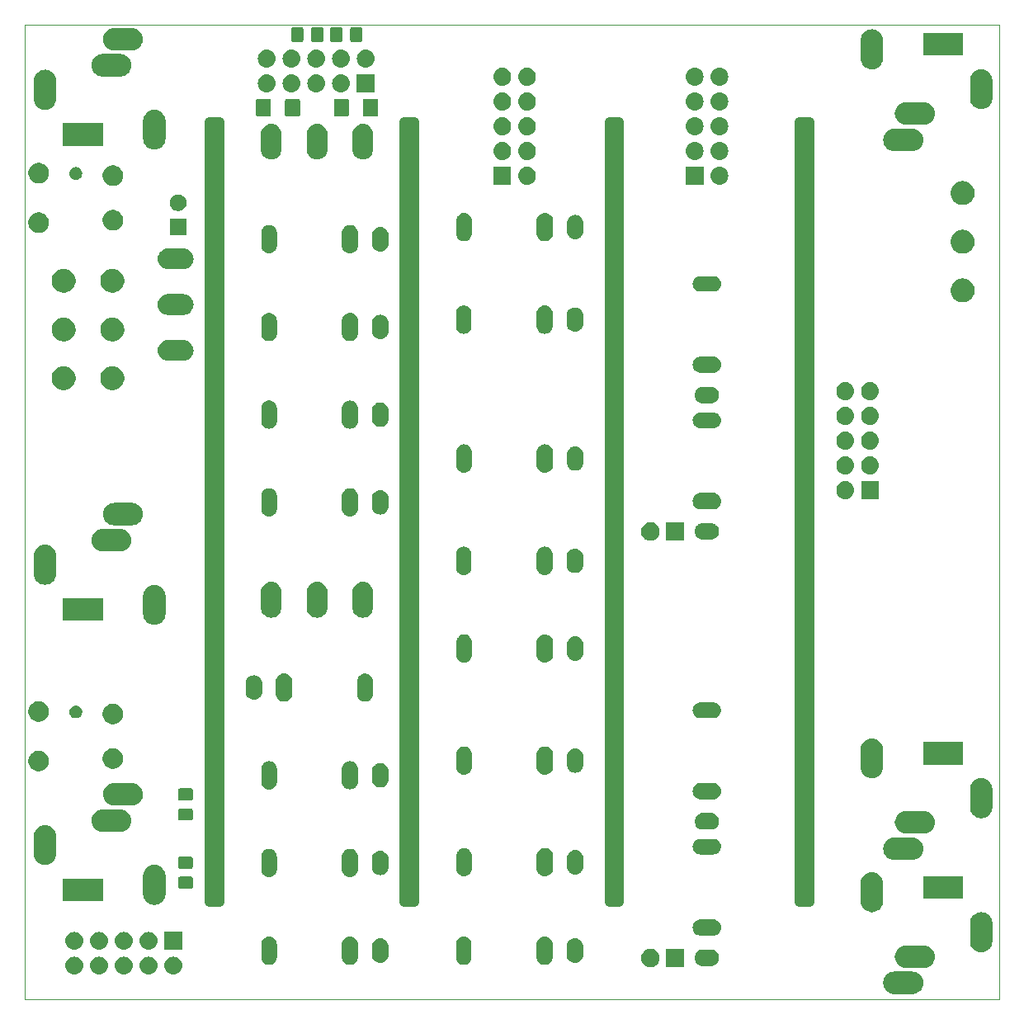
<source format=gbr>
%TF.GenerationSoftware,KiCad,Pcbnew,(5.1.0)-1*%
%TF.CreationDate,2019-10-02T21:08:56+02:00*%
%TF.ProjectId,Kicad_LFO_1_2,4b696361-645f-44c4-964f-5f315f322e6b,Rev A*%
%TF.SameCoordinates,Original*%
%TF.FileFunction,Soldermask,Top*%
%TF.FilePolarity,Negative*%
%FSLAX46Y46*%
G04 Gerber Fmt 4.6, Leading zero omitted, Abs format (unit mm)*
G04 Created by KiCad (PCBNEW (5.1.0)-1) date 2019-10-02 21:08:56*
%MOMM*%
%LPD*%
G04 APERTURE LIST*
%ADD10C,1.000000*%
%ADD11C,0.050000*%
%ADD12C,0.150000*%
G04 APERTURE END LIST*
D10*
X111000000Y-60000000D02*
X111000000Y-140000000D01*
X110000000Y-140000000D02*
X111000000Y-140000000D01*
X110000000Y-60000000D02*
X111000000Y-60000000D01*
X110000000Y-140000000D02*
X110000000Y-60000000D01*
X129500000Y-140000000D02*
X130500000Y-140000000D01*
X130500000Y-60000000D02*
X130500000Y-140000000D01*
X129500000Y-60000000D02*
X130500000Y-60000000D01*
X129500000Y-140000000D02*
X129500000Y-60000000D01*
X90000000Y-60000000D02*
X90000000Y-140000000D01*
X89000000Y-60000000D02*
X90000000Y-60000000D01*
X89000000Y-140000000D02*
X90000000Y-140000000D01*
X89000000Y-140000000D02*
X89000000Y-60000000D01*
X69000000Y-60000000D02*
X70000000Y-60000000D01*
X69000000Y-140000000D02*
X69000000Y-60000000D01*
X69000000Y-140000000D02*
X70000000Y-140000000D01*
X70000000Y-60000000D02*
X70000000Y-140000000D01*
D11*
X150000000Y-50000000D02*
X50000000Y-50000000D01*
X150000000Y-150000000D02*
X150000000Y-50000000D01*
X50000000Y-150000000D02*
X150000000Y-150000000D01*
X50000000Y-50000000D02*
X50000000Y-150000000D01*
D12*
G36*
X141219271Y-147160103D02*
G01*
X141275635Y-147165654D01*
X141492600Y-147231470D01*
X141492602Y-147231471D01*
X141692555Y-147338347D01*
X141867818Y-147482182D01*
X142011653Y-147657445D01*
X142118529Y-147857398D01*
X142184346Y-148074366D01*
X142206569Y-148300000D01*
X142184346Y-148525634D01*
X142118529Y-148742602D01*
X142011653Y-148942555D01*
X141867818Y-149117818D01*
X141692555Y-149261653D01*
X141492602Y-149368529D01*
X141492600Y-149368530D01*
X141275635Y-149434346D01*
X141219271Y-149439897D01*
X141106545Y-149451000D01*
X139193455Y-149451000D01*
X139080729Y-149439897D01*
X139024365Y-149434346D01*
X138807400Y-149368530D01*
X138807398Y-149368529D01*
X138607445Y-149261653D01*
X138432182Y-149117818D01*
X138288347Y-148942555D01*
X138181471Y-148742602D01*
X138115654Y-148525634D01*
X138093431Y-148300000D01*
X138115654Y-148074366D01*
X138181471Y-147857398D01*
X138288347Y-147657445D01*
X138432182Y-147482182D01*
X138607445Y-147338347D01*
X138807398Y-147231471D01*
X138807400Y-147231470D01*
X139024365Y-147165654D01*
X139080729Y-147160103D01*
X139193455Y-147149000D01*
X141106545Y-147149000D01*
X141219271Y-147160103D01*
X141219271Y-147160103D01*
G37*
G36*
X65429294Y-145638633D02*
G01*
X65601695Y-145690931D01*
X65760583Y-145775858D01*
X65899849Y-145890151D01*
X66014142Y-146029417D01*
X66099069Y-146188305D01*
X66151367Y-146360706D01*
X66169025Y-146540000D01*
X66151367Y-146719294D01*
X66099069Y-146891695D01*
X66014142Y-147050583D01*
X65899849Y-147189849D01*
X65760583Y-147304142D01*
X65601695Y-147389069D01*
X65429294Y-147441367D01*
X65294931Y-147454600D01*
X65205069Y-147454600D01*
X65070706Y-147441367D01*
X64898305Y-147389069D01*
X64739417Y-147304142D01*
X64600151Y-147189849D01*
X64485858Y-147050583D01*
X64400931Y-146891695D01*
X64348633Y-146719294D01*
X64330975Y-146540000D01*
X64348633Y-146360706D01*
X64400931Y-146188305D01*
X64485858Y-146029417D01*
X64600151Y-145890151D01*
X64739417Y-145775858D01*
X64898305Y-145690931D01*
X65070706Y-145638633D01*
X65205069Y-145625400D01*
X65294931Y-145625400D01*
X65429294Y-145638633D01*
X65429294Y-145638633D01*
G37*
G36*
X55269294Y-145638633D02*
G01*
X55441695Y-145690931D01*
X55600583Y-145775858D01*
X55739849Y-145890151D01*
X55854142Y-146029417D01*
X55939069Y-146188305D01*
X55991367Y-146360706D01*
X56009025Y-146540000D01*
X55991367Y-146719294D01*
X55939069Y-146891695D01*
X55854142Y-147050583D01*
X55739849Y-147189849D01*
X55600583Y-147304142D01*
X55441695Y-147389069D01*
X55269294Y-147441367D01*
X55134931Y-147454600D01*
X55045069Y-147454600D01*
X54910706Y-147441367D01*
X54738305Y-147389069D01*
X54579417Y-147304142D01*
X54440151Y-147189849D01*
X54325858Y-147050583D01*
X54240931Y-146891695D01*
X54188633Y-146719294D01*
X54170975Y-146540000D01*
X54188633Y-146360706D01*
X54240931Y-146188305D01*
X54325858Y-146029417D01*
X54440151Y-145890151D01*
X54579417Y-145775858D01*
X54738305Y-145690931D01*
X54910706Y-145638633D01*
X55045069Y-145625400D01*
X55134931Y-145625400D01*
X55269294Y-145638633D01*
X55269294Y-145638633D01*
G37*
G36*
X57809294Y-145638633D02*
G01*
X57981695Y-145690931D01*
X58140583Y-145775858D01*
X58279849Y-145890151D01*
X58394142Y-146029417D01*
X58479069Y-146188305D01*
X58531367Y-146360706D01*
X58549025Y-146540000D01*
X58531367Y-146719294D01*
X58479069Y-146891695D01*
X58394142Y-147050583D01*
X58279849Y-147189849D01*
X58140583Y-147304142D01*
X57981695Y-147389069D01*
X57809294Y-147441367D01*
X57674931Y-147454600D01*
X57585069Y-147454600D01*
X57450706Y-147441367D01*
X57278305Y-147389069D01*
X57119417Y-147304142D01*
X56980151Y-147189849D01*
X56865858Y-147050583D01*
X56780931Y-146891695D01*
X56728633Y-146719294D01*
X56710975Y-146540000D01*
X56728633Y-146360706D01*
X56780931Y-146188305D01*
X56865858Y-146029417D01*
X56980151Y-145890151D01*
X57119417Y-145775858D01*
X57278305Y-145690931D01*
X57450706Y-145638633D01*
X57585069Y-145625400D01*
X57674931Y-145625400D01*
X57809294Y-145638633D01*
X57809294Y-145638633D01*
G37*
G36*
X62889294Y-145638633D02*
G01*
X63061695Y-145690931D01*
X63220583Y-145775858D01*
X63359849Y-145890151D01*
X63474142Y-146029417D01*
X63559069Y-146188305D01*
X63611367Y-146360706D01*
X63629025Y-146540000D01*
X63611367Y-146719294D01*
X63559069Y-146891695D01*
X63474142Y-147050583D01*
X63359849Y-147189849D01*
X63220583Y-147304142D01*
X63061695Y-147389069D01*
X62889294Y-147441367D01*
X62754931Y-147454600D01*
X62665069Y-147454600D01*
X62530706Y-147441367D01*
X62358305Y-147389069D01*
X62199417Y-147304142D01*
X62060151Y-147189849D01*
X61945858Y-147050583D01*
X61860931Y-146891695D01*
X61808633Y-146719294D01*
X61790975Y-146540000D01*
X61808633Y-146360706D01*
X61860931Y-146188305D01*
X61945858Y-146029417D01*
X62060151Y-145890151D01*
X62199417Y-145775858D01*
X62358305Y-145690931D01*
X62530706Y-145638633D01*
X62665069Y-145625400D01*
X62754931Y-145625400D01*
X62889294Y-145638633D01*
X62889294Y-145638633D01*
G37*
G36*
X60349294Y-145638633D02*
G01*
X60521695Y-145690931D01*
X60680583Y-145775858D01*
X60819849Y-145890151D01*
X60934142Y-146029417D01*
X61019069Y-146188305D01*
X61071367Y-146360706D01*
X61089025Y-146540000D01*
X61071367Y-146719294D01*
X61019069Y-146891695D01*
X60934142Y-147050583D01*
X60819849Y-147189849D01*
X60680583Y-147304142D01*
X60521695Y-147389069D01*
X60349294Y-147441367D01*
X60214931Y-147454600D01*
X60125069Y-147454600D01*
X59990706Y-147441367D01*
X59818305Y-147389069D01*
X59659417Y-147304142D01*
X59520151Y-147189849D01*
X59405858Y-147050583D01*
X59320931Y-146891695D01*
X59268633Y-146719294D01*
X59250975Y-146540000D01*
X59268633Y-146360706D01*
X59320931Y-146188305D01*
X59405858Y-146029417D01*
X59520151Y-145890151D01*
X59659417Y-145775858D01*
X59818305Y-145690931D01*
X59990706Y-145638633D01*
X60125069Y-145625400D01*
X60214931Y-145625400D01*
X60349294Y-145638633D01*
X60349294Y-145638633D01*
G37*
G36*
X142419271Y-144460103D02*
G01*
X142475635Y-144465654D01*
X142692600Y-144531470D01*
X142692602Y-144531471D01*
X142892555Y-144638347D01*
X143067818Y-144782182D01*
X143211653Y-144957445D01*
X143311246Y-145143773D01*
X143318530Y-145157400D01*
X143384346Y-145374365D01*
X143406569Y-145600000D01*
X143384346Y-145825635D01*
X143344190Y-145958012D01*
X143318529Y-146042602D01*
X143211653Y-146242555D01*
X143067818Y-146417818D01*
X142892555Y-146561653D01*
X142700228Y-146664453D01*
X142692600Y-146668530D01*
X142475635Y-146734346D01*
X142419271Y-146739897D01*
X142306545Y-146751000D01*
X140393455Y-146751000D01*
X140280729Y-146739897D01*
X140224365Y-146734346D01*
X140007400Y-146668530D01*
X139999772Y-146664453D01*
X139807445Y-146561653D01*
X139632182Y-146417818D01*
X139488347Y-146242555D01*
X139381471Y-146042602D01*
X139355811Y-145958012D01*
X139315654Y-145825635D01*
X139293431Y-145600000D01*
X139315654Y-145374365D01*
X139381470Y-145157400D01*
X139388754Y-145143773D01*
X139488347Y-144957445D01*
X139632182Y-144782182D01*
X139807445Y-144638347D01*
X140007398Y-144531471D01*
X140007400Y-144531470D01*
X140224365Y-144465654D01*
X140280729Y-144460103D01*
X140393455Y-144449000D01*
X142306545Y-144449000D01*
X142419271Y-144460103D01*
X142419271Y-144460103D01*
G37*
G36*
X117701000Y-146701000D02*
G01*
X115799000Y-146701000D01*
X115799000Y-144799000D01*
X117701000Y-144799000D01*
X117701000Y-146701000D01*
X117701000Y-146701000D01*
G37*
G36*
X114487395Y-144835546D02*
G01*
X114660466Y-144907234D01*
X114660467Y-144907235D01*
X114816227Y-145011310D01*
X114948690Y-145143773D01*
X114948691Y-145143775D01*
X115052766Y-145299534D01*
X115124454Y-145472605D01*
X115161000Y-145656333D01*
X115161000Y-145843667D01*
X115124454Y-146027395D01*
X115052766Y-146200466D01*
X115024643Y-146242555D01*
X114948690Y-146356227D01*
X114816227Y-146488690D01*
X114739436Y-146540000D01*
X114660466Y-146592766D01*
X114487395Y-146664454D01*
X114303667Y-146701000D01*
X114116333Y-146701000D01*
X113932605Y-146664454D01*
X113759534Y-146592766D01*
X113680564Y-146540000D01*
X113603773Y-146488690D01*
X113471310Y-146356227D01*
X113395357Y-146242555D01*
X113367234Y-146200466D01*
X113295546Y-146027395D01*
X113259000Y-145843667D01*
X113259000Y-145656333D01*
X113295546Y-145472605D01*
X113367234Y-145299534D01*
X113471309Y-145143775D01*
X113471310Y-145143773D01*
X113603773Y-145011310D01*
X113759533Y-144907235D01*
X113759534Y-144907234D01*
X113932605Y-144835546D01*
X114116333Y-144799000D01*
X114303667Y-144799000D01*
X114487395Y-144835546D01*
X114487395Y-144835546D01*
G37*
G36*
X120566823Y-144891313D02*
G01*
X120727242Y-144939976D01*
X120859906Y-145010886D01*
X120875078Y-145018996D01*
X121004659Y-145125341D01*
X121111004Y-145254922D01*
X121111005Y-145254924D01*
X121190024Y-145402758D01*
X121238687Y-145563177D01*
X121255117Y-145730000D01*
X121238687Y-145896823D01*
X121190024Y-146057242D01*
X121161287Y-146111005D01*
X121111004Y-146205078D01*
X121004659Y-146334659D01*
X120875078Y-146441004D01*
X120875076Y-146441005D01*
X120727242Y-146520024D01*
X120566823Y-146568687D01*
X120441804Y-146581000D01*
X119558196Y-146581000D01*
X119433177Y-146568687D01*
X119272758Y-146520024D01*
X119124924Y-146441005D01*
X119124922Y-146441004D01*
X118995341Y-146334659D01*
X118888996Y-146205078D01*
X118838713Y-146111005D01*
X118809976Y-146057242D01*
X118761313Y-145896823D01*
X118744883Y-145730000D01*
X118761313Y-145563177D01*
X118809976Y-145402758D01*
X118888995Y-145254924D01*
X118888996Y-145254922D01*
X118995341Y-145125341D01*
X119124922Y-145018996D01*
X119140094Y-145010886D01*
X119272758Y-144939976D01*
X119433177Y-144891313D01*
X119558196Y-144879000D01*
X120441804Y-144879000D01*
X120566823Y-144891313D01*
X120566823Y-144891313D01*
G37*
G36*
X103521823Y-143561313D02*
G01*
X103682242Y-143609976D01*
X103830078Y-143688995D01*
X103942025Y-143780868D01*
X103959660Y-143795341D01*
X104066005Y-143924922D01*
X104066006Y-143924924D01*
X104145025Y-144072758D01*
X104193688Y-144233177D01*
X104206001Y-144358196D01*
X104206001Y-145641804D01*
X104193688Y-145766823D01*
X104145025Y-145927242D01*
X104090411Y-146029417D01*
X104066005Y-146075078D01*
X103959660Y-146204659D01*
X103830079Y-146311004D01*
X103830077Y-146311005D01*
X103682243Y-146390024D01*
X103521824Y-146438687D01*
X103355001Y-146455117D01*
X103188179Y-146438687D01*
X103027760Y-146390024D01*
X102879926Y-146311005D01*
X102879924Y-146311004D01*
X102750343Y-146204659D01*
X102643998Y-146075078D01*
X102619592Y-146029417D01*
X102564978Y-145927242D01*
X102516315Y-145766823D01*
X102504002Y-145641804D01*
X102504001Y-144358197D01*
X102516314Y-144233178D01*
X102564977Y-144072759D01*
X102643996Y-143924923D01*
X102750342Y-143795341D01*
X102811825Y-143744883D01*
X102879923Y-143688996D01*
X102956051Y-143648305D01*
X103027759Y-143609976D01*
X103188178Y-143561313D01*
X103355001Y-143544883D01*
X103521823Y-143561313D01*
X103521823Y-143561313D01*
G37*
G36*
X83546822Y-143561313D02*
G01*
X83707241Y-143609976D01*
X83855077Y-143688995D01*
X83967024Y-143780868D01*
X83984659Y-143795341D01*
X84091004Y-143924922D01*
X84091005Y-143924924D01*
X84170024Y-144072758D01*
X84218687Y-144233177D01*
X84231000Y-144358196D01*
X84231000Y-145641804D01*
X84218687Y-145766823D01*
X84170024Y-145927242D01*
X84115410Y-146029417D01*
X84091004Y-146075078D01*
X83984659Y-146204659D01*
X83855078Y-146311004D01*
X83855076Y-146311005D01*
X83707242Y-146390024D01*
X83546823Y-146438687D01*
X83380000Y-146455117D01*
X83213178Y-146438687D01*
X83052759Y-146390024D01*
X82904925Y-146311005D01*
X82904923Y-146311004D01*
X82775342Y-146204659D01*
X82668997Y-146075078D01*
X82644591Y-146029417D01*
X82589977Y-145927242D01*
X82541314Y-145766823D01*
X82529001Y-145641804D01*
X82529000Y-144358197D01*
X82541313Y-144233178D01*
X82589976Y-144072759D01*
X82668995Y-143924923D01*
X82775341Y-143795341D01*
X82836824Y-143744883D01*
X82904922Y-143688996D01*
X82981050Y-143648305D01*
X83052758Y-143609976D01*
X83213177Y-143561313D01*
X83380000Y-143544883D01*
X83546822Y-143561313D01*
X83546822Y-143561313D01*
G37*
G36*
X95212023Y-143560590D02*
G01*
X95312682Y-143591125D01*
X95363013Y-143606392D01*
X95441424Y-143648304D01*
X95502165Y-143680771D01*
X95624134Y-143780867D01*
X95712872Y-143888995D01*
X95724230Y-143902835D01*
X95798609Y-144041987D01*
X95803024Y-144056542D01*
X95844411Y-144192977D01*
X95856001Y-144310655D01*
X95856001Y-145689345D01*
X95844411Y-145807023D01*
X95833295Y-145843667D01*
X95798609Y-145958013D01*
X95724230Y-146097165D01*
X95624134Y-146219133D01*
X95502166Y-146319229D01*
X95363014Y-146393608D01*
X95312683Y-146408875D01*
X95212024Y-146439410D01*
X95055001Y-146454875D01*
X94897979Y-146439410D01*
X94797320Y-146408875D01*
X94746989Y-146393608D01*
X94607837Y-146319229D01*
X94485869Y-146219133D01*
X94385773Y-146097165D01*
X94311394Y-145958013D01*
X94276708Y-145843667D01*
X94265592Y-145807023D01*
X94254002Y-145689345D01*
X94254001Y-144310656D01*
X94265591Y-144192978D01*
X94311393Y-144041989D01*
X94311393Y-144041988D01*
X94385772Y-143902836D01*
X94453173Y-143820707D01*
X94485868Y-143780867D01*
X94607836Y-143680771D01*
X94668577Y-143648304D01*
X94746988Y-143606392D01*
X94797319Y-143591125D01*
X94897978Y-143560590D01*
X95055001Y-143545125D01*
X95212023Y-143560590D01*
X95212023Y-143560590D01*
G37*
G36*
X75237022Y-143560590D02*
G01*
X75337681Y-143591125D01*
X75388012Y-143606392D01*
X75466423Y-143648304D01*
X75527164Y-143680771D01*
X75649133Y-143780867D01*
X75737871Y-143888995D01*
X75749229Y-143902835D01*
X75823608Y-144041987D01*
X75828023Y-144056542D01*
X75869410Y-144192977D01*
X75881000Y-144310655D01*
X75881000Y-145689345D01*
X75869410Y-145807023D01*
X75858294Y-145843667D01*
X75823608Y-145958013D01*
X75749229Y-146097165D01*
X75649133Y-146219133D01*
X75527165Y-146319229D01*
X75388013Y-146393608D01*
X75337682Y-146408875D01*
X75237023Y-146439410D01*
X75080000Y-146454875D01*
X74922978Y-146439410D01*
X74822319Y-146408875D01*
X74771988Y-146393608D01*
X74632836Y-146319229D01*
X74510868Y-146219133D01*
X74410772Y-146097165D01*
X74336393Y-145958013D01*
X74301707Y-145843667D01*
X74290591Y-145807023D01*
X74279001Y-145689345D01*
X74279000Y-144310656D01*
X74290590Y-144192978D01*
X74336392Y-144041989D01*
X74336392Y-144041988D01*
X74410771Y-143902836D01*
X74478172Y-143820707D01*
X74510867Y-143780867D01*
X74632835Y-143680771D01*
X74693576Y-143648304D01*
X74771987Y-143606392D01*
X74822318Y-143591125D01*
X74922977Y-143560590D01*
X75080000Y-143545125D01*
X75237022Y-143560590D01*
X75237022Y-143560590D01*
G37*
G36*
X86646822Y-143761313D02*
G01*
X86807241Y-143809976D01*
X86955077Y-143888995D01*
X87084659Y-143995341D01*
X87191004Y-144124922D01*
X87191005Y-144124924D01*
X87270024Y-144272758D01*
X87318687Y-144433177D01*
X87331000Y-144558196D01*
X87331000Y-145441803D01*
X87318687Y-145566822D01*
X87270024Y-145727242D01*
X87207793Y-145843667D01*
X87191004Y-145875078D01*
X87084659Y-146004659D01*
X86955078Y-146111004D01*
X86955076Y-146111005D01*
X86807242Y-146190024D01*
X86646823Y-146238687D01*
X86480000Y-146255117D01*
X86313178Y-146238687D01*
X86152759Y-146190024D01*
X86004925Y-146111005D01*
X86004923Y-146111004D01*
X85875342Y-146004659D01*
X85768997Y-145875078D01*
X85752208Y-145843667D01*
X85689977Y-145727242D01*
X85641314Y-145566823D01*
X85629000Y-145441803D01*
X85629000Y-144558197D01*
X85641313Y-144433178D01*
X85689976Y-144272759D01*
X85768995Y-144124923D01*
X85875341Y-143995341D01*
X85961144Y-143924924D01*
X86004922Y-143888996D01*
X86020094Y-143880886D01*
X86152758Y-143809976D01*
X86313177Y-143761313D01*
X86480000Y-143744883D01*
X86646822Y-143761313D01*
X86646822Y-143761313D01*
G37*
G36*
X106621823Y-143761313D02*
G01*
X106782242Y-143809976D01*
X106930078Y-143888995D01*
X107059660Y-143995341D01*
X107166005Y-144124922D01*
X107166006Y-144124924D01*
X107245025Y-144272758D01*
X107293688Y-144433177D01*
X107306001Y-144558196D01*
X107306001Y-145441803D01*
X107293688Y-145566822D01*
X107245025Y-145727242D01*
X107182794Y-145843667D01*
X107166005Y-145875078D01*
X107059660Y-146004659D01*
X106930079Y-146111004D01*
X106930077Y-146111005D01*
X106782243Y-146190024D01*
X106621824Y-146238687D01*
X106455001Y-146255117D01*
X106288179Y-146238687D01*
X106127760Y-146190024D01*
X105979926Y-146111005D01*
X105979924Y-146111004D01*
X105850343Y-146004659D01*
X105743998Y-145875078D01*
X105727209Y-145843667D01*
X105664978Y-145727242D01*
X105616315Y-145566823D01*
X105604001Y-145441803D01*
X105604001Y-144558197D01*
X105616314Y-144433178D01*
X105664977Y-144272759D01*
X105743996Y-144124923D01*
X105850342Y-143995341D01*
X105936145Y-143924924D01*
X105979923Y-143888996D01*
X105995095Y-143880886D01*
X106127759Y-143809976D01*
X106288178Y-143761313D01*
X106455001Y-143744883D01*
X106621823Y-143761313D01*
X106621823Y-143761313D01*
G37*
G36*
X148375635Y-141065654D02*
G01*
X148592600Y-141131470D01*
X148592602Y-141131471D01*
X148792555Y-141238347D01*
X148967818Y-141382182D01*
X149111653Y-141557445D01*
X149218529Y-141757398D01*
X149218530Y-141757400D01*
X149284346Y-141974365D01*
X149301000Y-142143457D01*
X149301000Y-144056543D01*
X149284346Y-144225635D01*
X149221389Y-144433176D01*
X149218529Y-144442602D01*
X149111653Y-144642555D01*
X149032652Y-144738817D01*
X148967818Y-144817818D01*
X148819204Y-144939781D01*
X148792553Y-144961653D01*
X148685273Y-145018995D01*
X148592599Y-145068530D01*
X148375634Y-145134346D01*
X148150000Y-145156569D01*
X147924365Y-145134346D01*
X147707400Y-145068530D01*
X147707398Y-145068529D01*
X147507445Y-144961653D01*
X147370262Y-144849069D01*
X147332182Y-144817818D01*
X147188348Y-144642554D01*
X147186100Y-144638348D01*
X147081471Y-144442601D01*
X147078613Y-144433178D01*
X147015654Y-144225634D01*
X147005735Y-144124922D01*
X146999000Y-144056544D01*
X146999000Y-142143456D01*
X147015655Y-141974366D01*
X147032451Y-141918996D01*
X147081471Y-141757400D01*
X147081472Y-141757398D01*
X147188348Y-141557445D01*
X147332183Y-141382182D01*
X147507446Y-141238347D01*
X147707399Y-141131471D01*
X147707401Y-141131470D01*
X147924366Y-141065654D01*
X148150000Y-141043431D01*
X148375635Y-141065654D01*
X148375635Y-141065654D01*
G37*
G36*
X55269294Y-143098633D02*
G01*
X55441695Y-143150931D01*
X55600583Y-143235858D01*
X55739849Y-143350151D01*
X55854142Y-143489417D01*
X55939069Y-143648305D01*
X55991367Y-143820706D01*
X56009025Y-144000000D01*
X55991367Y-144179294D01*
X55939069Y-144351695D01*
X55854142Y-144510583D01*
X55739849Y-144649849D01*
X55600583Y-144764142D01*
X55441695Y-144849069D01*
X55269294Y-144901367D01*
X55134931Y-144914600D01*
X55045069Y-144914600D01*
X54910706Y-144901367D01*
X54738305Y-144849069D01*
X54579417Y-144764142D01*
X54440151Y-144649849D01*
X54325858Y-144510583D01*
X54240931Y-144351695D01*
X54188633Y-144179294D01*
X54170975Y-144000000D01*
X54188633Y-143820706D01*
X54240931Y-143648305D01*
X54325858Y-143489417D01*
X54440151Y-143350151D01*
X54579417Y-143235858D01*
X54738305Y-143150931D01*
X54910706Y-143098633D01*
X55045069Y-143085400D01*
X55134931Y-143085400D01*
X55269294Y-143098633D01*
X55269294Y-143098633D01*
G37*
G36*
X62889294Y-143098633D02*
G01*
X63061695Y-143150931D01*
X63220583Y-143235858D01*
X63359849Y-143350151D01*
X63474142Y-143489417D01*
X63559069Y-143648305D01*
X63611367Y-143820706D01*
X63629025Y-144000000D01*
X63611367Y-144179294D01*
X63559069Y-144351695D01*
X63474142Y-144510583D01*
X63359849Y-144649849D01*
X63220583Y-144764142D01*
X63061695Y-144849069D01*
X62889294Y-144901367D01*
X62754931Y-144914600D01*
X62665069Y-144914600D01*
X62530706Y-144901367D01*
X62358305Y-144849069D01*
X62199417Y-144764142D01*
X62060151Y-144649849D01*
X61945858Y-144510583D01*
X61860931Y-144351695D01*
X61808633Y-144179294D01*
X61790975Y-144000000D01*
X61808633Y-143820706D01*
X61860931Y-143648305D01*
X61945858Y-143489417D01*
X62060151Y-143350151D01*
X62199417Y-143235858D01*
X62358305Y-143150931D01*
X62530706Y-143098633D01*
X62665069Y-143085400D01*
X62754931Y-143085400D01*
X62889294Y-143098633D01*
X62889294Y-143098633D01*
G37*
G36*
X60349294Y-143098633D02*
G01*
X60521695Y-143150931D01*
X60680583Y-143235858D01*
X60819849Y-143350151D01*
X60934142Y-143489417D01*
X61019069Y-143648305D01*
X61071367Y-143820706D01*
X61089025Y-144000000D01*
X61071367Y-144179294D01*
X61019069Y-144351695D01*
X60934142Y-144510583D01*
X60819849Y-144649849D01*
X60680583Y-144764142D01*
X60521695Y-144849069D01*
X60349294Y-144901367D01*
X60214931Y-144914600D01*
X60125069Y-144914600D01*
X59990706Y-144901367D01*
X59818305Y-144849069D01*
X59659417Y-144764142D01*
X59520151Y-144649849D01*
X59405858Y-144510583D01*
X59320931Y-144351695D01*
X59268633Y-144179294D01*
X59250975Y-144000000D01*
X59268633Y-143820706D01*
X59320931Y-143648305D01*
X59405858Y-143489417D01*
X59520151Y-143350151D01*
X59659417Y-143235858D01*
X59818305Y-143150931D01*
X59990706Y-143098633D01*
X60125069Y-143085400D01*
X60214931Y-143085400D01*
X60349294Y-143098633D01*
X60349294Y-143098633D01*
G37*
G36*
X57809294Y-143098633D02*
G01*
X57981695Y-143150931D01*
X58140583Y-143235858D01*
X58279849Y-143350151D01*
X58394142Y-143489417D01*
X58479069Y-143648305D01*
X58531367Y-143820706D01*
X58549025Y-144000000D01*
X58531367Y-144179294D01*
X58479069Y-144351695D01*
X58394142Y-144510583D01*
X58279849Y-144649849D01*
X58140583Y-144764142D01*
X57981695Y-144849069D01*
X57809294Y-144901367D01*
X57674931Y-144914600D01*
X57585069Y-144914600D01*
X57450706Y-144901367D01*
X57278305Y-144849069D01*
X57119417Y-144764142D01*
X56980151Y-144649849D01*
X56865858Y-144510583D01*
X56780931Y-144351695D01*
X56728633Y-144179294D01*
X56710975Y-144000000D01*
X56728633Y-143820706D01*
X56780931Y-143648305D01*
X56865858Y-143489417D01*
X56980151Y-143350151D01*
X57119417Y-143235858D01*
X57278305Y-143150931D01*
X57450706Y-143098633D01*
X57585069Y-143085400D01*
X57674931Y-143085400D01*
X57809294Y-143098633D01*
X57809294Y-143098633D01*
G37*
G36*
X66164600Y-144914600D02*
G01*
X64335400Y-144914600D01*
X64335400Y-143085400D01*
X66164600Y-143085400D01*
X66164600Y-144914600D01*
X66164600Y-144914600D01*
G37*
G36*
X120766823Y-141791313D02*
G01*
X120927242Y-141839976D01*
X121059906Y-141910886D01*
X121075078Y-141918996D01*
X121204659Y-142025341D01*
X121311004Y-142154922D01*
X121311005Y-142154924D01*
X121390024Y-142302758D01*
X121438687Y-142463177D01*
X121455117Y-142630000D01*
X121438687Y-142796823D01*
X121390024Y-142957242D01*
X121321522Y-143085400D01*
X121311004Y-143105078D01*
X121204659Y-143234659D01*
X121075078Y-143341004D01*
X121075076Y-143341005D01*
X120927242Y-143420024D01*
X120766823Y-143468687D01*
X120641804Y-143481000D01*
X119358196Y-143481000D01*
X119233177Y-143468687D01*
X119072758Y-143420024D01*
X118924924Y-143341005D01*
X118924922Y-143341004D01*
X118795341Y-143234659D01*
X118688996Y-143105078D01*
X118678478Y-143085400D01*
X118609976Y-142957242D01*
X118561313Y-142796823D01*
X118544883Y-142630000D01*
X118561313Y-142463177D01*
X118609976Y-142302758D01*
X118688995Y-142154924D01*
X118688996Y-142154922D01*
X118795341Y-142025341D01*
X118924922Y-141918996D01*
X118940094Y-141910886D01*
X119072758Y-141839976D01*
X119233177Y-141791313D01*
X119358196Y-141779000D01*
X120641804Y-141779000D01*
X120766823Y-141791313D01*
X120766823Y-141791313D01*
G37*
G36*
X137175635Y-136965654D02*
G01*
X137392600Y-137031470D01*
X137392602Y-137031471D01*
X137592555Y-137138347D01*
X137767818Y-137282182D01*
X137911653Y-137457445D01*
X138018529Y-137657398D01*
X138018530Y-137657400D01*
X138084346Y-137874365D01*
X138101000Y-138043457D01*
X138101000Y-139956543D01*
X138084346Y-140125635D01*
X138056167Y-140218529D01*
X138018529Y-140342602D01*
X137911653Y-140542555D01*
X137832652Y-140638817D01*
X137767818Y-140717818D01*
X137619204Y-140839781D01*
X137592553Y-140861653D01*
X137392601Y-140968529D01*
X137392599Y-140968530D01*
X137175634Y-141034346D01*
X136950000Y-141056569D01*
X136724365Y-141034346D01*
X136507400Y-140968530D01*
X136507398Y-140968529D01*
X136307445Y-140861653D01*
X136211183Y-140782652D01*
X136132182Y-140717818D01*
X135988348Y-140542554D01*
X135881470Y-140342599D01*
X135815654Y-140125634D01*
X135810103Y-140069270D01*
X135799000Y-139956544D01*
X135799000Y-138043456D01*
X135815655Y-137874366D01*
X135881472Y-137657398D01*
X135988348Y-137457445D01*
X136132183Y-137282182D01*
X136307446Y-137138347D01*
X136507399Y-137031471D01*
X136507401Y-137031470D01*
X136724366Y-136965654D01*
X136950000Y-136943431D01*
X137175635Y-136965654D01*
X137175635Y-136965654D01*
G37*
G36*
X63525634Y-136215654D02*
G01*
X63742599Y-136281470D01*
X63742601Y-136281471D01*
X63942553Y-136388347D01*
X63942555Y-136388348D01*
X63942554Y-136388348D01*
X64117818Y-136532182D01*
X64157292Y-136580282D01*
X64261653Y-136707445D01*
X64368529Y-136907398D01*
X64368530Y-136907400D01*
X64419394Y-137075076D01*
X64434346Y-137124366D01*
X64451000Y-137293455D01*
X64451000Y-139206545D01*
X64434346Y-139375634D01*
X64368529Y-139592602D01*
X64261653Y-139792555D01*
X64117818Y-139967818D01*
X63942555Y-140111653D01*
X63742602Y-140218529D01*
X63742600Y-140218530D01*
X63525635Y-140284346D01*
X63300000Y-140306569D01*
X63074366Y-140284346D01*
X62857401Y-140218530D01*
X62857399Y-140218529D01*
X62657446Y-140111653D01*
X62482183Y-139967818D01*
X62338348Y-139792555D01*
X62231472Y-139592602D01*
X62165655Y-139375634D01*
X62149000Y-139206544D01*
X62149000Y-137293456D01*
X62165654Y-137124367D01*
X62165654Y-137124366D01*
X62231470Y-136907401D01*
X62248748Y-136875076D01*
X62338347Y-136707447D01*
X62383656Y-136652238D01*
X62482182Y-136532182D01*
X62561183Y-136467348D01*
X62657445Y-136388347D01*
X62857398Y-136281471D01*
X62857400Y-136281470D01*
X63074365Y-136215654D01*
X63300000Y-136193431D01*
X63525634Y-136215654D01*
X63525634Y-136215654D01*
G37*
G36*
X58051000Y-139901000D02*
G01*
X53949000Y-139901000D01*
X53949000Y-137599000D01*
X58051000Y-137599000D01*
X58051000Y-139901000D01*
X58051000Y-139901000D01*
G37*
G36*
X146301000Y-139651000D02*
G01*
X142199000Y-139651000D01*
X142199000Y-137349000D01*
X146301000Y-137349000D01*
X146301000Y-139651000D01*
X146301000Y-139651000D01*
G37*
G36*
X67088674Y-137403465D02*
G01*
X67126367Y-137414899D01*
X67161103Y-137433466D01*
X67191548Y-137458452D01*
X67216534Y-137488897D01*
X67235101Y-137523633D01*
X67246535Y-137561326D01*
X67251000Y-137606661D01*
X67251000Y-138443339D01*
X67246535Y-138488674D01*
X67235101Y-138526367D01*
X67216534Y-138561103D01*
X67191548Y-138591548D01*
X67161103Y-138616534D01*
X67126367Y-138635101D01*
X67088674Y-138646535D01*
X67043339Y-138651000D01*
X65956661Y-138651000D01*
X65911326Y-138646535D01*
X65873633Y-138635101D01*
X65838897Y-138616534D01*
X65808452Y-138591548D01*
X65783466Y-138561103D01*
X65764899Y-138526367D01*
X65753465Y-138488674D01*
X65749000Y-138443339D01*
X65749000Y-137606661D01*
X65753465Y-137561326D01*
X65764899Y-137523633D01*
X65783466Y-137488897D01*
X65808452Y-137458452D01*
X65838897Y-137433466D01*
X65873633Y-137414899D01*
X65911326Y-137403465D01*
X65956661Y-137399000D01*
X67043339Y-137399000D01*
X67088674Y-137403465D01*
X67088674Y-137403465D01*
G37*
G36*
X83546822Y-134561313D02*
G01*
X83707241Y-134609976D01*
X83855077Y-134688995D01*
X83967024Y-134780868D01*
X83984659Y-134795341D01*
X84091004Y-134924922D01*
X84091005Y-134924924D01*
X84170024Y-135072758D01*
X84218687Y-135233177D01*
X84231000Y-135358196D01*
X84231000Y-136641804D01*
X84218687Y-136766823D01*
X84170024Y-136927242D01*
X84119287Y-137022164D01*
X84091004Y-137075078D01*
X83984659Y-137204659D01*
X83855078Y-137311004D01*
X83855076Y-137311005D01*
X83707242Y-137390024D01*
X83546823Y-137438687D01*
X83380000Y-137455117D01*
X83213178Y-137438687D01*
X83052759Y-137390024D01*
X82904925Y-137311005D01*
X82904923Y-137311004D01*
X82775342Y-137204659D01*
X82668997Y-137075078D01*
X82640714Y-137022164D01*
X82589977Y-136927242D01*
X82541314Y-136766823D01*
X82529001Y-136641804D01*
X82529000Y-135358197D01*
X82541313Y-135233178D01*
X82589976Y-135072759D01*
X82668995Y-134924923D01*
X82775341Y-134795341D01*
X82792978Y-134780867D01*
X82904922Y-134688996D01*
X83000305Y-134638013D01*
X83052758Y-134609976D01*
X83213177Y-134561313D01*
X83380000Y-134544883D01*
X83546822Y-134561313D01*
X83546822Y-134561313D01*
G37*
G36*
X75237022Y-134560590D02*
G01*
X75337681Y-134591125D01*
X75388012Y-134606392D01*
X75447168Y-134638012D01*
X75527164Y-134680771D01*
X75649133Y-134780867D01*
X75705805Y-134849923D01*
X75749229Y-134902835D01*
X75823608Y-135041987D01*
X75826015Y-135049922D01*
X75869410Y-135192977D01*
X75869410Y-135192979D01*
X75878296Y-135283195D01*
X75881000Y-135310655D01*
X75881000Y-136689345D01*
X75869410Y-136807023D01*
X75855694Y-136852238D01*
X75823608Y-136958013D01*
X75749229Y-137097165D01*
X75649133Y-137219133D01*
X75527165Y-137319229D01*
X75388013Y-137393608D01*
X75355518Y-137403465D01*
X75237023Y-137439410D01*
X75080000Y-137454875D01*
X74922978Y-137439410D01*
X74804483Y-137403465D01*
X74771988Y-137393608D01*
X74632836Y-137319229D01*
X74510868Y-137219133D01*
X74410772Y-137097165D01*
X74336393Y-136958013D01*
X74304307Y-136852238D01*
X74290591Y-136807023D01*
X74279001Y-136689345D01*
X74279000Y-135310656D01*
X74281705Y-135283196D01*
X74290119Y-135197758D01*
X74290590Y-135192978D01*
X74333985Y-135049923D01*
X74336392Y-135041988D01*
X74410771Y-134902836D01*
X74454197Y-134849921D01*
X74510867Y-134780867D01*
X74632835Y-134680771D01*
X74712831Y-134638012D01*
X74771987Y-134606392D01*
X74822318Y-134591125D01*
X74922977Y-134560590D01*
X75080000Y-134545125D01*
X75237022Y-134560590D01*
X75237022Y-134560590D01*
G37*
G36*
X103546822Y-134486312D02*
G01*
X103707241Y-134534975D01*
X103855077Y-134613994D01*
X103967024Y-134705867D01*
X103984659Y-134720340D01*
X104091004Y-134849921D01*
X104091005Y-134849923D01*
X104170024Y-134997757D01*
X104218687Y-135158176D01*
X104231000Y-135283195D01*
X104231000Y-136566803D01*
X104218687Y-136691822D01*
X104170024Y-136852241D01*
X104121282Y-136943431D01*
X104091004Y-137000077D01*
X103984659Y-137129658D01*
X103855078Y-137236003D01*
X103839906Y-137244113D01*
X103707242Y-137315023D01*
X103546823Y-137363686D01*
X103380000Y-137380116D01*
X103213178Y-137363686D01*
X103052759Y-137315023D01*
X102920095Y-137244113D01*
X102904923Y-137236003D01*
X102775342Y-137129658D01*
X102668997Y-137000077D01*
X102638719Y-136943431D01*
X102589977Y-136852241D01*
X102541314Y-136691822D01*
X102529001Y-136566803D01*
X102529000Y-135283196D01*
X102541313Y-135158177D01*
X102589976Y-134997758D01*
X102668995Y-134849922D01*
X102775341Y-134720340D01*
X102836824Y-134669882D01*
X102904922Y-134613995D01*
X102920310Y-134605770D01*
X103052758Y-134534975D01*
X103213177Y-134486312D01*
X103380000Y-134469882D01*
X103546822Y-134486312D01*
X103546822Y-134486312D01*
G37*
G36*
X95237022Y-134485589D02*
G01*
X95337681Y-134516124D01*
X95388012Y-134531391D01*
X95443993Y-134561314D01*
X95527164Y-134605770D01*
X95649133Y-134705866D01*
X95734573Y-134809976D01*
X95749229Y-134827834D01*
X95823608Y-134966986D01*
X95831378Y-134992600D01*
X95869410Y-135117976D01*
X95869410Y-135117978D01*
X95881000Y-135235653D01*
X95881000Y-136614345D01*
X95877268Y-136652238D01*
X95869410Y-136732022D01*
X95848766Y-136800075D01*
X95823608Y-136883012D01*
X95749229Y-137022164D01*
X95649133Y-137144132D01*
X95527165Y-137244228D01*
X95388013Y-137318607D01*
X95385962Y-137319229D01*
X95237023Y-137364409D01*
X95080000Y-137379874D01*
X94922978Y-137364409D01*
X94774039Y-137319229D01*
X94771988Y-137318607D01*
X94632836Y-137244228D01*
X94510868Y-137144132D01*
X94410772Y-137022164D01*
X94336393Y-136883012D01*
X94311235Y-136800075D01*
X94290591Y-136732022D01*
X94282733Y-136652238D01*
X94279001Y-136614345D01*
X94279000Y-135235654D01*
X94286631Y-135158174D01*
X94290590Y-135117977D01*
X94336392Y-134966988D01*
X94336392Y-134966987D01*
X94410771Y-134827835D01*
X94437438Y-134795341D01*
X94510867Y-134705866D01*
X94632835Y-134605770D01*
X94716006Y-134561314D01*
X94771987Y-134531391D01*
X94822318Y-134516124D01*
X94922977Y-134485589D01*
X95080000Y-134470124D01*
X95237022Y-134485589D01*
X95237022Y-134485589D01*
G37*
G36*
X86646822Y-134761313D02*
G01*
X86807241Y-134809976D01*
X86955077Y-134888995D01*
X87050111Y-134966988D01*
X87084659Y-134995341D01*
X87191004Y-135124922D01*
X87191005Y-135124924D01*
X87270024Y-135272758D01*
X87270024Y-135272759D01*
X87270025Y-135272761D01*
X87270897Y-135275635D01*
X87318687Y-135433177D01*
X87331000Y-135558196D01*
X87331000Y-136441803D01*
X87318687Y-136566822D01*
X87270024Y-136727242D01*
X87248867Y-136766823D01*
X87191004Y-136875078D01*
X87084659Y-137004659D01*
X86955078Y-137111004D01*
X86955076Y-137111005D01*
X86807242Y-137190024D01*
X86646823Y-137238687D01*
X86480000Y-137255117D01*
X86313178Y-137238687D01*
X86152759Y-137190024D01*
X86004925Y-137111005D01*
X86004923Y-137111004D01*
X85875342Y-137004659D01*
X85768997Y-136875078D01*
X85711134Y-136766823D01*
X85689977Y-136727242D01*
X85641314Y-136566823D01*
X85629000Y-136441803D01*
X85629000Y-135558197D01*
X85641313Y-135433178D01*
X85686810Y-135283195D01*
X85689975Y-135272762D01*
X85689976Y-135272759D01*
X85768995Y-135124923D01*
X85875341Y-134995341D01*
X85909890Y-134966987D01*
X86004922Y-134888996D01*
X86020094Y-134880886D01*
X86152758Y-134809976D01*
X86313177Y-134761313D01*
X86480000Y-134744883D01*
X86646822Y-134761313D01*
X86646822Y-134761313D01*
G37*
G36*
X106646822Y-134686312D02*
G01*
X106807241Y-134734975D01*
X106955077Y-134813994D01*
X107058818Y-134899133D01*
X107084659Y-134920340D01*
X107191004Y-135049921D01*
X107191005Y-135049923D01*
X107270024Y-135197757D01*
X107318687Y-135358176D01*
X107331000Y-135483195D01*
X107331000Y-136366802D01*
X107318687Y-136491821D01*
X107270024Y-136652241D01*
X107199114Y-136784905D01*
X107191004Y-136800077D01*
X107084659Y-136929658D01*
X106955078Y-137036003D01*
X106955076Y-137036004D01*
X106807242Y-137115023D01*
X106646823Y-137163686D01*
X106480000Y-137180116D01*
X106313178Y-137163686D01*
X106152759Y-137115023D01*
X106004925Y-137036004D01*
X106004923Y-137036003D01*
X105875342Y-136929658D01*
X105768997Y-136800077D01*
X105760887Y-136784905D01*
X105689977Y-136652241D01*
X105641314Y-136491822D01*
X105629000Y-136366802D01*
X105629000Y-135483196D01*
X105641313Y-135358177D01*
X105689976Y-135197758D01*
X105768995Y-135049922D01*
X105875341Y-134920340D01*
X105961144Y-134849923D01*
X106004922Y-134813995D01*
X106039821Y-134795341D01*
X106152758Y-134734975D01*
X106313177Y-134686312D01*
X106480000Y-134669882D01*
X106646822Y-134686312D01*
X106646822Y-134686312D01*
G37*
G36*
X67088674Y-135353465D02*
G01*
X67126367Y-135364899D01*
X67161103Y-135383466D01*
X67191548Y-135408452D01*
X67216534Y-135438897D01*
X67235101Y-135473633D01*
X67246535Y-135511326D01*
X67251000Y-135556661D01*
X67251000Y-136393339D01*
X67246535Y-136438674D01*
X67235101Y-136476367D01*
X67216534Y-136511103D01*
X67191548Y-136541548D01*
X67161103Y-136566534D01*
X67126367Y-136585101D01*
X67088674Y-136596535D01*
X67043339Y-136601000D01*
X65956661Y-136601000D01*
X65911326Y-136596535D01*
X65873633Y-136585101D01*
X65838897Y-136566534D01*
X65808452Y-136541548D01*
X65783466Y-136511103D01*
X65764899Y-136476367D01*
X65753465Y-136438674D01*
X65749000Y-136393339D01*
X65749000Y-135556661D01*
X65753465Y-135511326D01*
X65764899Y-135473633D01*
X65783466Y-135438897D01*
X65808452Y-135408452D01*
X65838897Y-135383466D01*
X65873633Y-135364899D01*
X65911326Y-135353465D01*
X65956661Y-135349000D01*
X67043339Y-135349000D01*
X67088674Y-135353465D01*
X67088674Y-135353465D01*
G37*
G36*
X52325634Y-132115654D02*
G01*
X52542599Y-132181470D01*
X52542601Y-132181471D01*
X52742553Y-132288347D01*
X52742555Y-132288348D01*
X52742554Y-132288348D01*
X52917818Y-132432182D01*
X52982652Y-132511183D01*
X53061653Y-132607445D01*
X53165109Y-132801000D01*
X53168530Y-132807400D01*
X53234346Y-133024365D01*
X53251000Y-133193457D01*
X53251000Y-135106543D01*
X53234346Y-135275635D01*
X53171382Y-135483199D01*
X53168529Y-135492602D01*
X53061653Y-135692555D01*
X52917818Y-135867818D01*
X52742555Y-136011653D01*
X52542602Y-136118529D01*
X52542600Y-136118530D01*
X52325635Y-136184346D01*
X52100000Y-136206569D01*
X51874366Y-136184346D01*
X51657401Y-136118530D01*
X51657399Y-136118529D01*
X51457446Y-136011653D01*
X51282183Y-135867818D01*
X51138348Y-135692555D01*
X51031472Y-135492602D01*
X51028620Y-135483199D01*
X50965655Y-135275635D01*
X50949000Y-135106543D01*
X50949000Y-133193458D01*
X50965654Y-133024366D01*
X51031470Y-132807401D01*
X51078973Y-132718529D01*
X51138347Y-132607447D01*
X51252937Y-132467818D01*
X51282182Y-132432182D01*
X51361183Y-132367348D01*
X51457445Y-132288347D01*
X51657398Y-132181471D01*
X51657400Y-132181470D01*
X51874365Y-132115654D01*
X52100000Y-132093431D01*
X52325634Y-132115654D01*
X52325634Y-132115654D01*
G37*
G36*
X141219271Y-133410103D02*
G01*
X141275635Y-133415654D01*
X141492600Y-133481470D01*
X141492602Y-133481471D01*
X141692555Y-133588347D01*
X141867818Y-133732182D01*
X142011653Y-133907445D01*
X142118529Y-134107398D01*
X142118530Y-134107400D01*
X142184346Y-134324365D01*
X142206569Y-134550000D01*
X142184346Y-134775635D01*
X142126300Y-134966987D01*
X142118529Y-134992602D01*
X142011653Y-135192555D01*
X141867818Y-135367818D01*
X141692555Y-135511653D01*
X141492602Y-135618529D01*
X141492600Y-135618530D01*
X141275635Y-135684346D01*
X141219271Y-135689897D01*
X141106545Y-135701000D01*
X139193455Y-135701000D01*
X139080729Y-135689897D01*
X139024365Y-135684346D01*
X138807400Y-135618530D01*
X138807398Y-135618529D01*
X138607445Y-135511653D01*
X138432182Y-135367818D01*
X138288347Y-135192555D01*
X138181471Y-134992602D01*
X138173701Y-134966987D01*
X138115654Y-134775635D01*
X138093431Y-134550000D01*
X138115654Y-134324365D01*
X138181470Y-134107400D01*
X138181471Y-134107398D01*
X138288347Y-133907445D01*
X138432182Y-133732182D01*
X138607445Y-133588347D01*
X138807398Y-133481471D01*
X138807400Y-133481470D01*
X139024365Y-133415654D01*
X139080729Y-133410103D01*
X139193455Y-133399000D01*
X141106545Y-133399000D01*
X141219271Y-133410103D01*
X141219271Y-133410103D01*
G37*
G36*
X120728571Y-133532863D02*
G01*
X120807023Y-133540590D01*
X120907682Y-133571125D01*
X120958013Y-133586392D01*
X121097165Y-133660771D01*
X121219133Y-133760867D01*
X121319229Y-133882835D01*
X121393608Y-134021987D01*
X121393608Y-134021988D01*
X121439410Y-134172977D01*
X121454875Y-134330000D01*
X121439410Y-134487023D01*
X121425951Y-134531391D01*
X121393608Y-134638013D01*
X121319229Y-134777165D01*
X121219133Y-134899133D01*
X121097165Y-134999229D01*
X120958013Y-135073608D01*
X120907682Y-135088875D01*
X120807023Y-135119410D01*
X120751057Y-135124922D01*
X120689346Y-135131000D01*
X119310654Y-135131000D01*
X119248943Y-135124922D01*
X119192977Y-135119410D01*
X119092318Y-135088875D01*
X119041987Y-135073608D01*
X118902835Y-134999229D01*
X118780867Y-134899133D01*
X118680771Y-134777165D01*
X118606392Y-134638013D01*
X118574049Y-134531391D01*
X118560590Y-134487023D01*
X118545125Y-134330000D01*
X118560590Y-134172977D01*
X118606392Y-134021988D01*
X118606392Y-134021987D01*
X118680771Y-133882835D01*
X118780867Y-133760867D01*
X118902835Y-133660771D01*
X119041987Y-133586392D01*
X119092318Y-133571125D01*
X119192977Y-133540590D01*
X119271429Y-133532863D01*
X119310654Y-133529000D01*
X120689346Y-133529000D01*
X120728571Y-133532863D01*
X120728571Y-133532863D01*
G37*
G36*
X142419271Y-130710103D02*
G01*
X142475635Y-130715654D01*
X142692600Y-130781470D01*
X142692602Y-130781471D01*
X142892555Y-130888347D01*
X143067818Y-131032182D01*
X143211653Y-131207445D01*
X143316049Y-131402758D01*
X143318530Y-131407400D01*
X143384346Y-131624365D01*
X143406569Y-131850000D01*
X143384346Y-132075635D01*
X143318544Y-132292555D01*
X143318529Y-132292602D01*
X143211653Y-132492555D01*
X143067818Y-132667818D01*
X142892555Y-132811653D01*
X142692602Y-132918529D01*
X142692600Y-132918530D01*
X142475635Y-132984346D01*
X142419271Y-132989897D01*
X142306545Y-133001000D01*
X140393455Y-133001000D01*
X140280729Y-132989897D01*
X140224365Y-132984346D01*
X140007400Y-132918530D01*
X140007398Y-132918529D01*
X139807445Y-132811653D01*
X139632182Y-132667818D01*
X139488347Y-132492555D01*
X139381471Y-132292602D01*
X139381457Y-132292555D01*
X139315654Y-132075635D01*
X139293431Y-131850000D01*
X139315654Y-131624365D01*
X139381470Y-131407400D01*
X139383951Y-131402758D01*
X139488347Y-131207445D01*
X139632182Y-131032182D01*
X139807445Y-130888347D01*
X140007398Y-130781471D01*
X140007400Y-130781470D01*
X140224365Y-130715654D01*
X140280729Y-130710103D01*
X140393455Y-130699000D01*
X142306545Y-130699000D01*
X142419271Y-130710103D01*
X142419271Y-130710103D01*
G37*
G36*
X59969271Y-130510103D02*
G01*
X60025635Y-130515654D01*
X60242600Y-130581470D01*
X60242602Y-130581471D01*
X60442555Y-130688347D01*
X60617818Y-130832182D01*
X60761653Y-131007445D01*
X60824669Y-131125341D01*
X60868530Y-131207400D01*
X60934346Y-131424365D01*
X60956569Y-131650000D01*
X60934346Y-131875635D01*
X60873677Y-132075634D01*
X60868529Y-132092602D01*
X60761653Y-132292555D01*
X60617818Y-132467818D01*
X60442555Y-132611653D01*
X60242602Y-132718529D01*
X60242600Y-132718530D01*
X60025635Y-132784346D01*
X59969271Y-132789897D01*
X59856545Y-132801000D01*
X57943455Y-132801000D01*
X57830729Y-132789897D01*
X57774365Y-132784346D01*
X57557400Y-132718530D01*
X57557398Y-132718529D01*
X57357445Y-132611653D01*
X57182182Y-132467818D01*
X57038347Y-132292555D01*
X56931471Y-132092602D01*
X56926324Y-132075634D01*
X56865654Y-131875635D01*
X56843431Y-131650000D01*
X56865654Y-131424365D01*
X56931470Y-131207400D01*
X56975331Y-131125341D01*
X57038347Y-131007445D01*
X57182182Y-130832182D01*
X57357445Y-130688347D01*
X57557398Y-130581471D01*
X57557400Y-130581470D01*
X57774365Y-130515654D01*
X57830729Y-130510103D01*
X57943455Y-130499000D01*
X59856545Y-130499000D01*
X59969271Y-130510103D01*
X59969271Y-130510103D01*
G37*
G36*
X120566823Y-130891313D02*
G01*
X120727242Y-130939976D01*
X120853467Y-131007445D01*
X120875078Y-131018996D01*
X121004659Y-131125341D01*
X121111004Y-131254922D01*
X121111005Y-131254924D01*
X121190024Y-131402758D01*
X121238687Y-131563177D01*
X121255117Y-131730000D01*
X121238687Y-131896823D01*
X121190024Y-132057242D01*
X121158802Y-132115654D01*
X121111004Y-132205078D01*
X121004659Y-132334659D01*
X120875078Y-132441004D01*
X120875076Y-132441005D01*
X120727242Y-132520024D01*
X120566823Y-132568687D01*
X120441804Y-132581000D01*
X119558196Y-132581000D01*
X119433177Y-132568687D01*
X119272758Y-132520024D01*
X119124924Y-132441005D01*
X119124922Y-132441004D01*
X118995341Y-132334659D01*
X118888996Y-132205078D01*
X118841198Y-132115654D01*
X118809976Y-132057242D01*
X118761313Y-131896823D01*
X118744883Y-131730000D01*
X118761313Y-131563177D01*
X118809976Y-131402758D01*
X118888995Y-131254924D01*
X118888996Y-131254922D01*
X118995341Y-131125341D01*
X119124922Y-131018996D01*
X119146533Y-131007445D01*
X119272758Y-130939976D01*
X119433177Y-130891313D01*
X119558196Y-130879000D01*
X120441804Y-130879000D01*
X120566823Y-130891313D01*
X120566823Y-130891313D01*
G37*
G36*
X67088674Y-130403465D02*
G01*
X67126367Y-130414899D01*
X67161103Y-130433466D01*
X67191548Y-130458452D01*
X67216534Y-130488897D01*
X67235101Y-130523633D01*
X67246535Y-130561326D01*
X67251000Y-130606661D01*
X67251000Y-131443339D01*
X67246535Y-131488674D01*
X67235101Y-131526367D01*
X67216534Y-131561103D01*
X67191548Y-131591548D01*
X67161103Y-131616534D01*
X67126367Y-131635101D01*
X67088674Y-131646535D01*
X67043339Y-131651000D01*
X65956661Y-131651000D01*
X65911326Y-131646535D01*
X65873633Y-131635101D01*
X65838897Y-131616534D01*
X65808452Y-131591548D01*
X65783466Y-131561103D01*
X65764899Y-131526367D01*
X65753465Y-131488674D01*
X65749000Y-131443339D01*
X65749000Y-130606661D01*
X65753465Y-130561326D01*
X65764899Y-130523633D01*
X65783466Y-130488897D01*
X65808452Y-130458452D01*
X65838897Y-130433466D01*
X65873633Y-130414899D01*
X65911326Y-130403465D01*
X65956661Y-130399000D01*
X67043339Y-130399000D01*
X67088674Y-130403465D01*
X67088674Y-130403465D01*
G37*
G36*
X148375635Y-127315654D02*
G01*
X148592600Y-127381470D01*
X148592602Y-127381471D01*
X148792555Y-127488347D01*
X148967818Y-127632182D01*
X149111653Y-127807445D01*
X149175685Y-127927242D01*
X149218530Y-128007400D01*
X149273929Y-128190025D01*
X149284346Y-128224366D01*
X149296622Y-128349000D01*
X149301000Y-128393457D01*
X149301000Y-130306543D01*
X149284346Y-130475635D01*
X149219820Y-130688348D01*
X149218529Y-130692602D01*
X149111653Y-130892555D01*
X149072736Y-130939975D01*
X148967818Y-131067818D01*
X148897725Y-131125341D01*
X148792553Y-131211653D01*
X148711598Y-131254924D01*
X148592599Y-131318530D01*
X148375634Y-131384346D01*
X148150000Y-131406569D01*
X147924365Y-131384346D01*
X147707400Y-131318530D01*
X147707398Y-131318529D01*
X147507445Y-131211653D01*
X147402274Y-131125341D01*
X147332182Y-131067818D01*
X147188348Y-130892554D01*
X147187685Y-130891313D01*
X147081471Y-130692601D01*
X147080181Y-130688348D01*
X147015654Y-130475634D01*
X146999000Y-130306542D01*
X146999000Y-128393457D01*
X147015655Y-128224365D01*
X147081471Y-128007400D01*
X147124316Y-127927242D01*
X147188348Y-127807445D01*
X147332183Y-127632182D01*
X147507446Y-127488347D01*
X147707399Y-127381471D01*
X147707401Y-127381470D01*
X147924366Y-127315654D01*
X148150000Y-127293431D01*
X148375635Y-127315654D01*
X148375635Y-127315654D01*
G37*
G36*
X61169271Y-127810103D02*
G01*
X61225635Y-127815654D01*
X61442600Y-127881470D01*
X61442602Y-127881471D01*
X61642555Y-127988347D01*
X61817818Y-128132182D01*
X61961653Y-128307445D01*
X62048519Y-128469962D01*
X62068530Y-128507400D01*
X62134346Y-128724365D01*
X62156569Y-128950000D01*
X62134346Y-129175635D01*
X62084182Y-129341004D01*
X62068529Y-129392602D01*
X61961653Y-129592555D01*
X61817818Y-129767818D01*
X61642555Y-129911653D01*
X61442602Y-130018529D01*
X61442600Y-130018530D01*
X61225635Y-130084346D01*
X61169271Y-130089897D01*
X61056545Y-130101000D01*
X59143455Y-130101000D01*
X59030729Y-130089897D01*
X58974365Y-130084346D01*
X58757400Y-130018530D01*
X58757398Y-130018529D01*
X58557445Y-129911653D01*
X58382182Y-129767818D01*
X58238347Y-129592555D01*
X58131471Y-129392602D01*
X58115819Y-129341004D01*
X58065654Y-129175635D01*
X58043431Y-128950000D01*
X58065654Y-128724365D01*
X58131470Y-128507400D01*
X58151481Y-128469962D01*
X58238347Y-128307445D01*
X58382182Y-128132182D01*
X58557445Y-127988347D01*
X58757398Y-127881471D01*
X58757400Y-127881470D01*
X58974365Y-127815654D01*
X59030729Y-127810103D01*
X59143455Y-127799000D01*
X61056545Y-127799000D01*
X61169271Y-127810103D01*
X61169271Y-127810103D01*
G37*
G36*
X67088674Y-128353465D02*
G01*
X67126367Y-128364899D01*
X67161103Y-128383466D01*
X67191548Y-128408452D01*
X67216534Y-128438897D01*
X67235101Y-128473633D01*
X67246535Y-128511326D01*
X67251000Y-128556661D01*
X67251000Y-129393339D01*
X67246535Y-129438674D01*
X67235101Y-129476367D01*
X67216534Y-129511103D01*
X67191548Y-129541548D01*
X67161103Y-129566534D01*
X67126367Y-129585101D01*
X67088674Y-129596535D01*
X67043339Y-129601000D01*
X65956661Y-129601000D01*
X65911326Y-129596535D01*
X65873633Y-129585101D01*
X65838897Y-129566534D01*
X65808452Y-129541548D01*
X65783466Y-129511103D01*
X65764899Y-129476367D01*
X65753465Y-129438674D01*
X65749000Y-129393339D01*
X65749000Y-128556661D01*
X65753465Y-128511326D01*
X65764899Y-128473633D01*
X65783466Y-128438897D01*
X65808452Y-128408452D01*
X65838897Y-128383466D01*
X65873633Y-128364899D01*
X65911326Y-128353465D01*
X65956661Y-128349000D01*
X67043339Y-128349000D01*
X67088674Y-128353465D01*
X67088674Y-128353465D01*
G37*
G36*
X120766823Y-127791313D02*
G01*
X120927242Y-127839976D01*
X121059906Y-127910886D01*
X121075078Y-127918996D01*
X121204659Y-128025341D01*
X121311004Y-128154922D01*
X121311005Y-128154924D01*
X121390024Y-128302758D01*
X121390025Y-128302761D01*
X121399083Y-128332620D01*
X121438687Y-128463177D01*
X121455117Y-128630000D01*
X121438687Y-128796823D01*
X121390024Y-128957242D01*
X121319114Y-129089906D01*
X121311004Y-129105078D01*
X121204659Y-129234659D01*
X121075078Y-129341004D01*
X121075076Y-129341005D01*
X120927242Y-129420024D01*
X120766823Y-129468687D01*
X120641804Y-129481000D01*
X119358196Y-129481000D01*
X119233177Y-129468687D01*
X119072758Y-129420024D01*
X118924924Y-129341005D01*
X118924922Y-129341004D01*
X118795341Y-129234659D01*
X118688996Y-129105078D01*
X118680886Y-129089906D01*
X118609976Y-128957242D01*
X118561313Y-128796823D01*
X118544883Y-128630000D01*
X118561313Y-128463177D01*
X118600917Y-128332620D01*
X118609975Y-128302761D01*
X118609976Y-128302758D01*
X118688995Y-128154924D01*
X118688996Y-128154922D01*
X118795341Y-128025341D01*
X118924922Y-127918996D01*
X118940094Y-127910886D01*
X119072758Y-127839976D01*
X119233177Y-127791313D01*
X119358196Y-127779000D01*
X120641804Y-127779000D01*
X120766823Y-127791313D01*
X120766823Y-127791313D01*
G37*
G36*
X83546822Y-125561313D02*
G01*
X83707241Y-125609976D01*
X83855077Y-125688995D01*
X83970639Y-125783835D01*
X83984659Y-125795341D01*
X84091004Y-125924922D01*
X84091005Y-125924924D01*
X84170024Y-126072758D01*
X84218687Y-126233177D01*
X84231000Y-126358196D01*
X84231000Y-127641804D01*
X84218687Y-127766823D01*
X84170024Y-127927242D01*
X84117589Y-128025341D01*
X84091004Y-128075078D01*
X83984659Y-128204659D01*
X83855078Y-128311004D01*
X83855076Y-128311005D01*
X83707242Y-128390024D01*
X83546823Y-128438687D01*
X83380000Y-128455117D01*
X83213178Y-128438687D01*
X83052759Y-128390024D01*
X82904925Y-128311005D01*
X82904923Y-128311004D01*
X82775342Y-128204659D01*
X82668997Y-128075078D01*
X82642412Y-128025341D01*
X82589977Y-127927242D01*
X82541314Y-127766823D01*
X82529001Y-127641804D01*
X82529000Y-126358197D01*
X82541313Y-126233178D01*
X82589976Y-126072759D01*
X82668995Y-125924923D01*
X82775341Y-125795341D01*
X82789361Y-125783835D01*
X82904922Y-125688996D01*
X82920310Y-125680771D01*
X83052758Y-125609976D01*
X83213177Y-125561313D01*
X83380000Y-125544883D01*
X83546822Y-125561313D01*
X83546822Y-125561313D01*
G37*
G36*
X75237022Y-125560590D02*
G01*
X75337681Y-125591125D01*
X75388012Y-125606392D01*
X75457465Y-125643516D01*
X75527164Y-125680771D01*
X75649133Y-125780867D01*
X75737871Y-125888995D01*
X75749229Y-125902835D01*
X75823608Y-126041987D01*
X75831141Y-126066822D01*
X75869410Y-126192977D01*
X75881000Y-126310655D01*
X75881000Y-127689345D01*
X75869410Y-127807023D01*
X75848766Y-127875076D01*
X75823608Y-127958013D01*
X75749229Y-128097165D01*
X75649133Y-128219133D01*
X75527165Y-128319229D01*
X75388013Y-128393608D01*
X75339078Y-128408452D01*
X75237023Y-128439410D01*
X75080000Y-128454875D01*
X74922978Y-128439410D01*
X74820923Y-128408452D01*
X74771988Y-128393608D01*
X74632836Y-128319229D01*
X74510868Y-128219133D01*
X74410772Y-128097165D01*
X74336393Y-127958013D01*
X74311235Y-127875076D01*
X74290591Y-127807023D01*
X74279001Y-127689345D01*
X74279000Y-126310656D01*
X74290590Y-126192978D01*
X74336392Y-126041989D01*
X74336392Y-126041988D01*
X74410771Y-125902836D01*
X74456952Y-125846564D01*
X74510867Y-125780867D01*
X74632835Y-125680771D01*
X74702534Y-125643516D01*
X74771987Y-125606392D01*
X74822318Y-125591125D01*
X74922977Y-125560590D01*
X75080000Y-125545125D01*
X75237022Y-125560590D01*
X75237022Y-125560590D01*
G37*
G36*
X86646822Y-125761313D02*
G01*
X86807241Y-125809976D01*
X86955077Y-125888995D01*
X87019423Y-125941803D01*
X87084659Y-125995341D01*
X87191004Y-126124922D01*
X87191005Y-126124924D01*
X87270024Y-126272758D01*
X87270024Y-126272759D01*
X87270025Y-126272761D01*
X87277260Y-126296611D01*
X87318687Y-126433177D01*
X87331000Y-126558196D01*
X87331000Y-127441803D01*
X87318687Y-127566822D01*
X87270024Y-127727242D01*
X87222767Y-127815654D01*
X87191004Y-127875078D01*
X87084659Y-128004659D01*
X86955078Y-128111004D01*
X86955076Y-128111005D01*
X86807242Y-128190024D01*
X86646823Y-128238687D01*
X86480000Y-128255117D01*
X86313178Y-128238687D01*
X86152759Y-128190024D01*
X86004925Y-128111005D01*
X86004923Y-128111004D01*
X85875342Y-128004659D01*
X85768997Y-127875078D01*
X85737234Y-127815654D01*
X85689977Y-127727242D01*
X85641314Y-127566823D01*
X85629000Y-127441803D01*
X85629000Y-126558197D01*
X85641313Y-126433178D01*
X85680917Y-126302621D01*
X85689975Y-126272762D01*
X85689976Y-126272759D01*
X85768995Y-126124923D01*
X85875341Y-125995341D01*
X85961144Y-125924924D01*
X86004922Y-125888996D01*
X86084307Y-125846564D01*
X86152758Y-125809976D01*
X86313177Y-125761313D01*
X86480000Y-125744883D01*
X86646822Y-125761313D01*
X86646822Y-125761313D01*
G37*
G36*
X137175635Y-123215654D02*
G01*
X137392600Y-123281470D01*
X137392602Y-123281471D01*
X137592555Y-123388347D01*
X137767818Y-123532182D01*
X137911653Y-123707445D01*
X138018529Y-123907398D01*
X138018530Y-123907400D01*
X138078894Y-124106392D01*
X138084346Y-124124366D01*
X138101000Y-124293455D01*
X138101000Y-126206545D01*
X138094478Y-126272759D01*
X138084346Y-126375635D01*
X138023846Y-126575076D01*
X138018529Y-126592602D01*
X137911653Y-126792555D01*
X137832652Y-126888817D01*
X137767818Y-126967818D01*
X137619204Y-127089781D01*
X137592553Y-127111653D01*
X137392601Y-127218529D01*
X137392599Y-127218530D01*
X137175634Y-127284346D01*
X136950000Y-127306569D01*
X136724365Y-127284346D01*
X136507400Y-127218530D01*
X136507398Y-127218529D01*
X136307445Y-127111653D01*
X136211183Y-127032652D01*
X136132182Y-126967818D01*
X135988348Y-126792554D01*
X135968338Y-126755117D01*
X135881471Y-126592601D01*
X135876155Y-126575076D01*
X135815654Y-126375634D01*
X135799000Y-126206542D01*
X135799000Y-124293457D01*
X135800780Y-124275390D01*
X135815655Y-124124366D01*
X135821107Y-124106392D01*
X135881471Y-123907400D01*
X135881472Y-123907398D01*
X135988348Y-123707445D01*
X136132183Y-123532182D01*
X136307446Y-123388347D01*
X136507399Y-123281471D01*
X136507401Y-123281470D01*
X136724366Y-123215654D01*
X136950000Y-123193431D01*
X137175635Y-123215654D01*
X137175635Y-123215654D01*
G37*
G36*
X103546822Y-124061313D02*
G01*
X103707241Y-124109976D01*
X103855077Y-124188995D01*
X103967024Y-124280868D01*
X103984659Y-124295341D01*
X104091004Y-124424922D01*
X104091005Y-124424924D01*
X104170024Y-124572758D01*
X104218687Y-124733177D01*
X104231000Y-124858196D01*
X104231000Y-126141804D01*
X104218687Y-126266823D01*
X104170024Y-126427242D01*
X104104082Y-126550610D01*
X104091004Y-126575078D01*
X103984659Y-126704659D01*
X103855078Y-126811004D01*
X103855076Y-126811005D01*
X103707242Y-126890024D01*
X103546823Y-126938687D01*
X103380000Y-126955117D01*
X103213178Y-126938687D01*
X103052759Y-126890024D01*
X102904925Y-126811005D01*
X102904923Y-126811004D01*
X102775342Y-126704659D01*
X102668997Y-126575078D01*
X102655919Y-126550610D01*
X102589977Y-126427242D01*
X102541314Y-126266823D01*
X102529001Y-126141804D01*
X102529000Y-124858197D01*
X102541313Y-124733178D01*
X102589976Y-124572759D01*
X102668995Y-124424923D01*
X102775341Y-124295341D01*
X102799651Y-124275390D01*
X102904922Y-124188996D01*
X102920310Y-124180771D01*
X103052758Y-124109976D01*
X103213177Y-124061313D01*
X103380000Y-124044883D01*
X103546822Y-124061313D01*
X103546822Y-124061313D01*
G37*
G36*
X95237022Y-124060590D02*
G01*
X95337681Y-124091125D01*
X95388012Y-124106392D01*
X95527164Y-124180771D01*
X95649133Y-124280867D01*
X95709656Y-124354615D01*
X95749229Y-124402835D01*
X95823608Y-124541987D01*
X95832942Y-124572758D01*
X95869410Y-124692977D01*
X95881000Y-124810655D01*
X95881000Y-126189345D01*
X95869410Y-126307023D01*
X95853885Y-126358201D01*
X95823608Y-126458013D01*
X95749229Y-126597165D01*
X95649133Y-126719133D01*
X95527165Y-126819229D01*
X95388013Y-126893608D01*
X95337682Y-126908875D01*
X95237023Y-126939410D01*
X95080000Y-126954875D01*
X94922978Y-126939410D01*
X94822319Y-126908875D01*
X94771988Y-126893608D01*
X94632836Y-126819229D01*
X94510868Y-126719133D01*
X94410772Y-126597165D01*
X94336393Y-126458013D01*
X94306116Y-126358201D01*
X94290591Y-126307023D01*
X94279001Y-126189345D01*
X94279000Y-124810656D01*
X94290590Y-124692978D01*
X94336392Y-124541989D01*
X94336392Y-124541988D01*
X94410771Y-124402836D01*
X94450344Y-124354616D01*
X94510867Y-124280867D01*
X94632835Y-124180771D01*
X94771987Y-124106392D01*
X94822318Y-124091125D01*
X94922977Y-124060590D01*
X95080000Y-124045125D01*
X95237022Y-124060590D01*
X95237022Y-124060590D01*
G37*
G36*
X106646822Y-124261313D02*
G01*
X106807241Y-124309976D01*
X106955077Y-124388995D01*
X107084659Y-124495341D01*
X107191004Y-124624922D01*
X107191005Y-124624924D01*
X107270024Y-124772758D01*
X107318687Y-124933177D01*
X107331000Y-125058196D01*
X107331000Y-125941803D01*
X107318687Y-126066822D01*
X107270024Y-126227242D01*
X107245693Y-126272762D01*
X107191004Y-126375078D01*
X107084659Y-126504659D01*
X106955078Y-126611004D01*
X106955076Y-126611005D01*
X106807242Y-126690024D01*
X106646823Y-126738687D01*
X106480000Y-126755117D01*
X106313178Y-126738687D01*
X106152759Y-126690024D01*
X106004925Y-126611005D01*
X106004923Y-126611004D01*
X105875342Y-126504659D01*
X105768997Y-126375078D01*
X105714308Y-126272762D01*
X105689977Y-126227242D01*
X105641314Y-126066823D01*
X105629000Y-125941803D01*
X105629000Y-125058197D01*
X105641313Y-124933178D01*
X105689976Y-124772759D01*
X105768995Y-124624923D01*
X105875341Y-124495341D01*
X106004922Y-124388996D01*
X106069243Y-124354616D01*
X106152758Y-124309976D01*
X106313177Y-124261313D01*
X106480000Y-124244883D01*
X106646822Y-124261313D01*
X106646822Y-124261313D01*
G37*
G36*
X51746564Y-124529389D02*
G01*
X51937833Y-124608615D01*
X51937835Y-124608616D01*
X52109973Y-124723635D01*
X52256365Y-124870027D01*
X52298561Y-124933177D01*
X52371385Y-125042167D01*
X52450611Y-125233436D01*
X52491000Y-125436484D01*
X52491000Y-125643516D01*
X52450611Y-125846564D01*
X52371385Y-126037833D01*
X52371384Y-126037835D01*
X52256365Y-126209973D01*
X52109973Y-126356365D01*
X51937835Y-126471384D01*
X51937834Y-126471385D01*
X51937833Y-126471385D01*
X51746564Y-126550611D01*
X51543516Y-126591000D01*
X51336484Y-126591000D01*
X51133436Y-126550611D01*
X50942167Y-126471385D01*
X50942166Y-126471385D01*
X50942165Y-126471384D01*
X50770027Y-126356365D01*
X50623635Y-126209973D01*
X50508616Y-126037835D01*
X50508615Y-126037833D01*
X50429389Y-125846564D01*
X50389000Y-125643516D01*
X50389000Y-125436484D01*
X50429389Y-125233436D01*
X50508615Y-125042167D01*
X50581440Y-124933177D01*
X50623635Y-124870027D01*
X50770027Y-124723635D01*
X50942165Y-124608616D01*
X50942167Y-124608615D01*
X51133436Y-124529389D01*
X51336484Y-124489000D01*
X51543516Y-124489000D01*
X51746564Y-124529389D01*
X51746564Y-124529389D01*
G37*
G36*
X59366564Y-124275389D02*
G01*
X59557833Y-124354615D01*
X59557835Y-124354616D01*
X59729973Y-124469635D01*
X59876365Y-124616027D01*
X59954642Y-124733176D01*
X59991385Y-124788167D01*
X60070611Y-124979436D01*
X60111000Y-125182484D01*
X60111000Y-125389516D01*
X60070611Y-125592564D01*
X59992613Y-125780868D01*
X59991384Y-125783835D01*
X59876365Y-125955973D01*
X59729973Y-126102365D01*
X59557835Y-126217384D01*
X59557834Y-126217385D01*
X59557833Y-126217385D01*
X59366564Y-126296611D01*
X59163516Y-126337000D01*
X58956484Y-126337000D01*
X58753436Y-126296611D01*
X58562167Y-126217385D01*
X58562166Y-126217385D01*
X58562165Y-126217384D01*
X58390027Y-126102365D01*
X58243635Y-125955973D01*
X58128616Y-125783835D01*
X58127387Y-125780868D01*
X58049389Y-125592564D01*
X58009000Y-125389516D01*
X58009000Y-125182484D01*
X58049389Y-124979436D01*
X58128615Y-124788167D01*
X58165359Y-124733176D01*
X58243635Y-124616027D01*
X58390027Y-124469635D01*
X58562165Y-124354616D01*
X58562167Y-124354615D01*
X58753436Y-124275389D01*
X58956484Y-124235000D01*
X59163516Y-124235000D01*
X59366564Y-124275389D01*
X59366564Y-124275389D01*
G37*
G36*
X146301000Y-125901000D02*
G01*
X142199000Y-125901000D01*
X142199000Y-123599000D01*
X146301000Y-123599000D01*
X146301000Y-125901000D01*
X146301000Y-125901000D01*
G37*
G36*
X59366564Y-119703389D02*
G01*
X59557833Y-119782615D01*
X59557835Y-119782616D01*
X59729973Y-119897635D01*
X59876365Y-120044027D01*
X59974996Y-120191638D01*
X59991385Y-120216167D01*
X60070611Y-120407436D01*
X60111000Y-120610484D01*
X60111000Y-120817516D01*
X60070611Y-121020564D01*
X59991385Y-121211833D01*
X59991384Y-121211835D01*
X59876365Y-121383973D01*
X59729973Y-121530365D01*
X59557835Y-121645384D01*
X59557834Y-121645385D01*
X59557833Y-121645385D01*
X59366564Y-121724611D01*
X59163516Y-121765000D01*
X58956484Y-121765000D01*
X58753436Y-121724611D01*
X58562167Y-121645385D01*
X58562166Y-121645385D01*
X58562165Y-121645384D01*
X58390027Y-121530365D01*
X58243635Y-121383973D01*
X58128616Y-121211835D01*
X58128615Y-121211833D01*
X58049389Y-121020564D01*
X58009000Y-120817516D01*
X58009000Y-120610484D01*
X58049389Y-120407436D01*
X58128615Y-120216167D01*
X58145005Y-120191638D01*
X58243635Y-120044027D01*
X58390027Y-119897635D01*
X58562165Y-119782616D01*
X58562167Y-119782615D01*
X58753436Y-119703389D01*
X58956484Y-119663000D01*
X59163516Y-119663000D01*
X59366564Y-119703389D01*
X59366564Y-119703389D01*
G37*
G36*
X51746564Y-119449389D02*
G01*
X51937833Y-119528615D01*
X51937835Y-119528616D01*
X52109973Y-119643635D01*
X52256365Y-119790027D01*
X52345276Y-119923091D01*
X52371385Y-119962167D01*
X52450611Y-120153436D01*
X52491000Y-120356484D01*
X52491000Y-120563516D01*
X52450611Y-120766564D01*
X52429506Y-120817516D01*
X52371384Y-120957835D01*
X52256365Y-121129973D01*
X52109973Y-121276365D01*
X51937835Y-121391384D01*
X51937834Y-121391385D01*
X51937833Y-121391385D01*
X51746564Y-121470611D01*
X51543516Y-121511000D01*
X51336484Y-121511000D01*
X51133436Y-121470611D01*
X50942167Y-121391385D01*
X50942166Y-121391385D01*
X50942165Y-121391384D01*
X50770027Y-121276365D01*
X50623635Y-121129973D01*
X50508616Y-120957835D01*
X50450494Y-120817516D01*
X50429389Y-120766564D01*
X50389000Y-120563516D01*
X50389000Y-120356484D01*
X50429389Y-120153436D01*
X50508615Y-119962167D01*
X50534725Y-119923091D01*
X50623635Y-119790027D01*
X50770027Y-119643635D01*
X50942165Y-119528616D01*
X50942167Y-119528615D01*
X51133436Y-119449389D01*
X51336484Y-119409000D01*
X51543516Y-119409000D01*
X51746564Y-119449389D01*
X51746564Y-119449389D01*
G37*
G36*
X55439890Y-119874017D02*
G01*
X55496909Y-119897635D01*
X55558364Y-119923091D01*
X55664988Y-119994335D01*
X55755665Y-120085012D01*
X55814443Y-120172979D01*
X55826910Y-120191638D01*
X55875983Y-120310110D01*
X55901000Y-120435881D01*
X55901000Y-120564119D01*
X55891777Y-120610486D01*
X55875983Y-120689890D01*
X55826909Y-120808364D01*
X55755665Y-120914988D01*
X55664988Y-121005665D01*
X55558364Y-121076909D01*
X55558363Y-121076910D01*
X55558362Y-121076910D01*
X55439890Y-121125983D01*
X55314119Y-121151000D01*
X55185881Y-121151000D01*
X55060110Y-121125983D01*
X54941638Y-121076910D01*
X54941637Y-121076910D01*
X54941636Y-121076909D01*
X54835012Y-121005665D01*
X54744335Y-120914988D01*
X54673091Y-120808364D01*
X54624017Y-120689890D01*
X54608223Y-120610486D01*
X54599000Y-120564119D01*
X54599000Y-120435881D01*
X54624017Y-120310110D01*
X54673090Y-120191638D01*
X54685558Y-120172979D01*
X54744335Y-120085012D01*
X54835012Y-119994335D01*
X54941636Y-119923091D01*
X55003092Y-119897635D01*
X55060110Y-119874017D01*
X55185881Y-119849000D01*
X55314119Y-119849000D01*
X55439890Y-119874017D01*
X55439890Y-119874017D01*
G37*
G36*
X120728571Y-119532863D02*
G01*
X120807023Y-119540590D01*
X120907682Y-119571125D01*
X120958013Y-119586392D01*
X121097165Y-119660771D01*
X121219133Y-119760867D01*
X121319229Y-119882835D01*
X121393608Y-120021987D01*
X121408875Y-120072318D01*
X121439410Y-120172977D01*
X121454875Y-120330000D01*
X121439410Y-120487023D01*
X121416207Y-120563514D01*
X121393608Y-120638013D01*
X121319229Y-120777165D01*
X121219133Y-120899133D01*
X121097165Y-120999229D01*
X120958013Y-121073608D01*
X120907682Y-121088875D01*
X120807023Y-121119410D01*
X120728571Y-121127137D01*
X120689346Y-121131000D01*
X119310654Y-121131000D01*
X119271429Y-121127137D01*
X119192977Y-121119410D01*
X119092318Y-121088875D01*
X119041987Y-121073608D01*
X118902835Y-120999229D01*
X118780867Y-120899133D01*
X118680771Y-120777165D01*
X118606392Y-120638013D01*
X118583793Y-120563514D01*
X118560590Y-120487023D01*
X118545125Y-120330000D01*
X118560590Y-120172977D01*
X118591125Y-120072318D01*
X118606392Y-120021987D01*
X118680771Y-119882835D01*
X118780867Y-119760867D01*
X118902835Y-119660771D01*
X119041987Y-119586392D01*
X119092318Y-119571125D01*
X119192977Y-119540590D01*
X119271429Y-119532863D01*
X119310654Y-119529000D01*
X120689346Y-119529000D01*
X120728571Y-119532863D01*
X120728571Y-119532863D01*
G37*
G36*
X76786823Y-116561313D02*
G01*
X76947242Y-116609976D01*
X77079690Y-116680771D01*
X77095078Y-116688996D01*
X77224659Y-116795341D01*
X77331004Y-116924922D01*
X77331005Y-116924924D01*
X77410024Y-117072758D01*
X77458687Y-117233177D01*
X77471000Y-117358196D01*
X77471000Y-118641804D01*
X77458687Y-118766823D01*
X77410024Y-118927242D01*
X77339114Y-119059906D01*
X77331004Y-119075078D01*
X77301520Y-119111004D01*
X77224659Y-119204659D01*
X77095077Y-119311005D01*
X76947241Y-119390024D01*
X76786822Y-119438687D01*
X76620000Y-119455117D01*
X76453177Y-119438687D01*
X76292758Y-119390024D01*
X76144924Y-119311005D01*
X76144922Y-119311004D01*
X76015341Y-119204659D01*
X75938480Y-119111004D01*
X75908995Y-119075077D01*
X75829976Y-118927241D01*
X75781313Y-118766822D01*
X75769000Y-118641803D01*
X75769001Y-117358196D01*
X75781314Y-117233177D01*
X75829977Y-117072758D01*
X75908996Y-116924924D01*
X75908997Y-116924922D01*
X76015342Y-116795341D01*
X76144923Y-116688996D01*
X76160311Y-116680771D01*
X76292759Y-116609976D01*
X76453178Y-116561313D01*
X76620000Y-116544883D01*
X76786823Y-116561313D01*
X76786823Y-116561313D01*
G37*
G36*
X85077023Y-116560590D02*
G01*
X85177682Y-116591125D01*
X85228013Y-116606392D01*
X85367165Y-116680771D01*
X85489133Y-116780867D01*
X85589229Y-116902835D01*
X85663608Y-117041987D01*
X85663608Y-117041988D01*
X85709410Y-117192977D01*
X85721000Y-117310655D01*
X85721000Y-118689345D01*
X85709410Y-118807023D01*
X85688766Y-118875076D01*
X85663608Y-118958013D01*
X85638675Y-119004659D01*
X85589229Y-119097165D01*
X85489133Y-119219133D01*
X85377186Y-119311004D01*
X85367164Y-119319229D01*
X85228012Y-119393608D01*
X85177681Y-119408875D01*
X85077022Y-119439410D01*
X84920000Y-119454875D01*
X84762977Y-119439410D01*
X84662318Y-119408875D01*
X84611987Y-119393608D01*
X84472835Y-119319229D01*
X84462813Y-119311004D01*
X84350867Y-119219133D01*
X84250771Y-119097164D01*
X84176393Y-118958013D01*
X84176392Y-118958012D01*
X84151234Y-118875076D01*
X84130590Y-118807022D01*
X84119000Y-118689344D01*
X84119001Y-117310655D01*
X84130591Y-117192977D01*
X84176393Y-117041988D01*
X84176393Y-117041987D01*
X84250772Y-116902835D01*
X84350868Y-116780867D01*
X84472836Y-116680771D01*
X84611988Y-116606392D01*
X84662319Y-116591125D01*
X84762978Y-116560590D01*
X84920000Y-116545125D01*
X85077023Y-116560590D01*
X85077023Y-116560590D01*
G37*
G36*
X73686823Y-116761313D02*
G01*
X73847242Y-116809976D01*
X73979906Y-116880886D01*
X73995078Y-116888996D01*
X74124659Y-116995341D01*
X74231004Y-117124922D01*
X74231005Y-117124924D01*
X74310024Y-117272758D01*
X74358687Y-117433178D01*
X74371000Y-117558197D01*
X74371000Y-118441804D01*
X74358687Y-118566823D01*
X74310024Y-118727242D01*
X74267380Y-118807023D01*
X74231004Y-118875078D01*
X74124659Y-119004659D01*
X73995077Y-119111005D01*
X73847241Y-119190024D01*
X73686822Y-119238687D01*
X73520000Y-119255117D01*
X73353177Y-119238687D01*
X73192758Y-119190024D01*
X73044924Y-119111005D01*
X73044922Y-119111004D01*
X72915341Y-119004659D01*
X72808995Y-118875077D01*
X72729976Y-118727241D01*
X72681313Y-118566822D01*
X72669000Y-118441803D01*
X72669000Y-117558197D01*
X72681314Y-117433177D01*
X72729977Y-117272758D01*
X72808996Y-117124924D01*
X72808997Y-117124922D01*
X72915342Y-116995341D01*
X73044923Y-116888996D01*
X73060095Y-116880886D01*
X73192759Y-116809976D01*
X73353178Y-116761313D01*
X73520000Y-116744883D01*
X73686823Y-116761313D01*
X73686823Y-116761313D01*
G37*
G36*
X103546822Y-112561313D02*
G01*
X103707241Y-112609976D01*
X103855077Y-112688995D01*
X103967024Y-112780868D01*
X103984659Y-112795341D01*
X104091004Y-112924922D01*
X104091005Y-112924924D01*
X104170024Y-113072758D01*
X104218687Y-113233177D01*
X104231000Y-113358196D01*
X104231000Y-114641804D01*
X104218687Y-114766823D01*
X104170024Y-114927242D01*
X104099114Y-115059906D01*
X104091004Y-115075078D01*
X103984659Y-115204659D01*
X103855078Y-115311004D01*
X103855076Y-115311005D01*
X103707242Y-115390024D01*
X103546823Y-115438687D01*
X103380000Y-115455117D01*
X103213178Y-115438687D01*
X103052759Y-115390024D01*
X102904925Y-115311005D01*
X102904923Y-115311004D01*
X102775342Y-115204659D01*
X102668997Y-115075078D01*
X102660887Y-115059906D01*
X102589977Y-114927242D01*
X102541314Y-114766823D01*
X102529001Y-114641804D01*
X102529000Y-113358197D01*
X102541313Y-113233178D01*
X102589976Y-113072759D01*
X102668995Y-112924923D01*
X102775341Y-112795341D01*
X102836824Y-112744883D01*
X102904922Y-112688996D01*
X102920310Y-112680771D01*
X103052758Y-112609976D01*
X103213177Y-112561313D01*
X103380000Y-112544883D01*
X103546822Y-112561313D01*
X103546822Y-112561313D01*
G37*
G36*
X95237022Y-112560590D02*
G01*
X95337681Y-112591125D01*
X95388012Y-112606392D01*
X95527164Y-112680771D01*
X95649133Y-112780867D01*
X95737871Y-112888995D01*
X95749229Y-112902835D01*
X95823608Y-113041987D01*
X95832942Y-113072758D01*
X95869410Y-113192977D01*
X95881000Y-113310655D01*
X95881000Y-114689345D01*
X95869410Y-114807023D01*
X95848766Y-114875076D01*
X95823608Y-114958013D01*
X95749229Y-115097165D01*
X95649133Y-115219133D01*
X95527165Y-115319229D01*
X95388013Y-115393608D01*
X95337682Y-115408875D01*
X95237023Y-115439410D01*
X95080000Y-115454875D01*
X94922978Y-115439410D01*
X94822319Y-115408875D01*
X94771988Y-115393608D01*
X94632836Y-115319229D01*
X94510868Y-115219133D01*
X94410772Y-115097165D01*
X94336393Y-114958013D01*
X94311235Y-114875076D01*
X94290591Y-114807023D01*
X94279001Y-114689345D01*
X94279000Y-113310656D01*
X94290590Y-113192978D01*
X94336392Y-113041989D01*
X94336392Y-113041988D01*
X94410771Y-112902836D01*
X94422130Y-112888995D01*
X94510867Y-112780867D01*
X94632835Y-112680771D01*
X94771987Y-112606392D01*
X94822318Y-112591125D01*
X94922977Y-112560590D01*
X95080000Y-112545125D01*
X95237022Y-112560590D01*
X95237022Y-112560590D01*
G37*
G36*
X106646822Y-112761313D02*
G01*
X106807241Y-112809976D01*
X106955077Y-112888995D01*
X107084659Y-112995341D01*
X107191004Y-113124922D01*
X107191005Y-113124924D01*
X107270024Y-113272758D01*
X107318687Y-113433177D01*
X107331000Y-113558196D01*
X107331000Y-114441803D01*
X107318687Y-114566822D01*
X107270024Y-114727242D01*
X107248867Y-114766823D01*
X107191004Y-114875078D01*
X107084659Y-115004659D01*
X106955078Y-115111004D01*
X106955076Y-115111005D01*
X106807242Y-115190024D01*
X106646823Y-115238687D01*
X106480000Y-115255117D01*
X106313178Y-115238687D01*
X106152759Y-115190024D01*
X106004925Y-115111005D01*
X106004923Y-115111004D01*
X105875342Y-115004659D01*
X105768997Y-114875078D01*
X105711134Y-114766823D01*
X105689977Y-114727242D01*
X105641314Y-114566823D01*
X105629000Y-114441803D01*
X105629000Y-113558197D01*
X105641313Y-113433178D01*
X105689976Y-113272759D01*
X105768995Y-113124923D01*
X105875341Y-112995341D01*
X105961144Y-112924924D01*
X106004922Y-112888996D01*
X106020094Y-112880886D01*
X106152758Y-112809976D01*
X106313177Y-112761313D01*
X106480000Y-112744883D01*
X106646822Y-112761313D01*
X106646822Y-112761313D01*
G37*
G36*
X63525634Y-107465654D02*
G01*
X63742599Y-107531470D01*
X63742601Y-107531471D01*
X63942553Y-107638347D01*
X63942555Y-107638348D01*
X63942554Y-107638348D01*
X64117818Y-107782182D01*
X64155171Y-107827697D01*
X64261653Y-107957445D01*
X64368529Y-108157398D01*
X64368530Y-108157400D01*
X64434346Y-108374365D01*
X64451000Y-108543457D01*
X64451000Y-110456543D01*
X64434346Y-110625635D01*
X64371090Y-110834162D01*
X64368529Y-110842602D01*
X64261653Y-111042555D01*
X64117818Y-111217818D01*
X63942555Y-111361653D01*
X63742602Y-111468529D01*
X63742600Y-111468530D01*
X63525635Y-111534346D01*
X63300000Y-111556569D01*
X63074366Y-111534346D01*
X62857401Y-111468530D01*
X62857399Y-111468529D01*
X62657446Y-111361653D01*
X62482183Y-111217818D01*
X62338348Y-111042555D01*
X62231472Y-110842602D01*
X62228912Y-110834162D01*
X62165655Y-110625635D01*
X62149000Y-110456543D01*
X62149000Y-108543458D01*
X62165654Y-108374366D01*
X62231470Y-108157401D01*
X62338348Y-107957446D01*
X62482182Y-107782182D01*
X62561183Y-107717348D01*
X62657445Y-107638347D01*
X62857398Y-107531471D01*
X62857400Y-107531470D01*
X63074365Y-107465654D01*
X63300000Y-107443431D01*
X63525634Y-107465654D01*
X63525634Y-107465654D01*
G37*
G36*
X58051000Y-111151000D02*
G01*
X53949000Y-111151000D01*
X53949000Y-108849000D01*
X58051000Y-108849000D01*
X58051000Y-111151000D01*
X58051000Y-111151000D01*
G37*
G36*
X84909167Y-107186439D02*
G01*
X85110298Y-107247451D01*
X85295661Y-107346530D01*
X85458133Y-107479867D01*
X85500482Y-107531470D01*
X85591471Y-107642339D01*
X85644682Y-107741890D01*
X85690549Y-107827701D01*
X85751561Y-108028832D01*
X85751561Y-108028835D01*
X85764224Y-108157398D01*
X85767000Y-108185589D01*
X85767000Y-109814411D01*
X85751561Y-109971168D01*
X85690549Y-110172299D01*
X85644682Y-110258110D01*
X85591471Y-110357661D01*
X85458133Y-110520133D01*
X85295661Y-110653471D01*
X85196110Y-110706682D01*
X85110299Y-110752549D01*
X84909168Y-110813561D01*
X84700000Y-110834162D01*
X84490833Y-110813561D01*
X84289702Y-110752549D01*
X84203891Y-110706682D01*
X84104340Y-110653471D01*
X83941868Y-110520133D01*
X83808530Y-110357661D01*
X83743964Y-110236865D01*
X83709452Y-110172299D01*
X83689114Y-110105255D01*
X83648439Y-109971170D01*
X83633000Y-109814413D01*
X83633000Y-108185588D01*
X83648439Y-108028836D01*
X83648439Y-108028833D01*
X83709451Y-107827702D01*
X83808530Y-107642339D01*
X83941867Y-107479867D01*
X84015102Y-107419764D01*
X84104339Y-107346529D01*
X84203890Y-107293318D01*
X84289701Y-107247451D01*
X84490832Y-107186439D01*
X84700000Y-107165838D01*
X84909167Y-107186439D01*
X84909167Y-107186439D01*
G37*
G36*
X75509167Y-107186439D02*
G01*
X75710298Y-107247451D01*
X75895661Y-107346530D01*
X76058133Y-107479867D01*
X76100482Y-107531470D01*
X76191471Y-107642339D01*
X76244682Y-107741890D01*
X76290549Y-107827701D01*
X76351561Y-108028832D01*
X76351561Y-108028835D01*
X76364224Y-108157398D01*
X76367000Y-108185589D01*
X76367000Y-109814411D01*
X76351561Y-109971168D01*
X76290549Y-110172299D01*
X76244682Y-110258110D01*
X76191471Y-110357661D01*
X76058133Y-110520133D01*
X75895661Y-110653471D01*
X75796110Y-110706682D01*
X75710299Y-110752549D01*
X75509168Y-110813561D01*
X75300000Y-110834162D01*
X75090833Y-110813561D01*
X74889702Y-110752549D01*
X74803891Y-110706682D01*
X74704340Y-110653471D01*
X74541868Y-110520133D01*
X74408530Y-110357661D01*
X74343964Y-110236865D01*
X74309452Y-110172299D01*
X74289114Y-110105255D01*
X74248439Y-109971170D01*
X74233000Y-109814413D01*
X74233000Y-108185588D01*
X74248439Y-108028836D01*
X74248439Y-108028833D01*
X74309451Y-107827702D01*
X74408530Y-107642339D01*
X74541867Y-107479867D01*
X74615102Y-107419764D01*
X74704339Y-107346529D01*
X74803890Y-107293318D01*
X74889701Y-107247451D01*
X75090832Y-107186439D01*
X75300000Y-107165838D01*
X75509167Y-107186439D01*
X75509167Y-107186439D01*
G37*
G36*
X80209167Y-107186439D02*
G01*
X80410298Y-107247451D01*
X80595661Y-107346530D01*
X80758133Y-107479867D01*
X80800482Y-107531470D01*
X80891471Y-107642339D01*
X80944682Y-107741890D01*
X80990549Y-107827701D01*
X81051561Y-108028832D01*
X81051561Y-108028835D01*
X81064224Y-108157398D01*
X81067000Y-108185589D01*
X81067000Y-109814411D01*
X81051561Y-109971168D01*
X80990549Y-110172299D01*
X80944682Y-110258110D01*
X80891471Y-110357661D01*
X80758133Y-110520133D01*
X80595661Y-110653471D01*
X80496110Y-110706682D01*
X80410299Y-110752549D01*
X80209168Y-110813561D01*
X80000000Y-110834162D01*
X79790833Y-110813561D01*
X79589702Y-110752549D01*
X79503891Y-110706682D01*
X79404340Y-110653471D01*
X79241868Y-110520133D01*
X79108530Y-110357661D01*
X79043964Y-110236865D01*
X79009452Y-110172299D01*
X78989114Y-110105255D01*
X78948439Y-109971170D01*
X78933000Y-109814413D01*
X78933000Y-108185588D01*
X78948439Y-108028836D01*
X78948439Y-108028833D01*
X79009451Y-107827702D01*
X79108530Y-107642339D01*
X79241867Y-107479867D01*
X79315102Y-107419764D01*
X79404339Y-107346529D01*
X79503890Y-107293318D01*
X79589701Y-107247451D01*
X79790832Y-107186439D01*
X80000000Y-107165838D01*
X80209167Y-107186439D01*
X80209167Y-107186439D01*
G37*
G36*
X52325634Y-103365654D02*
G01*
X52542599Y-103431470D01*
X52542601Y-103431471D01*
X52742553Y-103538347D01*
X52742555Y-103538348D01*
X52742554Y-103538348D01*
X52917818Y-103682182D01*
X52969275Y-103744883D01*
X53061653Y-103857445D01*
X53160292Y-104041987D01*
X53168530Y-104057400D01*
X53234346Y-104274365D01*
X53234346Y-104274366D01*
X53251000Y-104443455D01*
X53251000Y-106356545D01*
X53234346Y-106525634D01*
X53168529Y-106742602D01*
X53061653Y-106942555D01*
X52917818Y-107117818D01*
X52742555Y-107261653D01*
X52542602Y-107368529D01*
X52542600Y-107368530D01*
X52325635Y-107434346D01*
X52100000Y-107456569D01*
X51874366Y-107434346D01*
X51657401Y-107368530D01*
X51657399Y-107368529D01*
X51457446Y-107261653D01*
X51282183Y-107117818D01*
X51138348Y-106942555D01*
X51031472Y-106742602D01*
X50965655Y-106525634D01*
X50949000Y-106356544D01*
X50949000Y-104443456D01*
X50965654Y-104274367D01*
X50965654Y-104274366D01*
X51031470Y-104057401D01*
X51102281Y-103924922D01*
X51138347Y-103857447D01*
X51189316Y-103795341D01*
X51282182Y-103682182D01*
X51374533Y-103606392D01*
X51457445Y-103538347D01*
X51657398Y-103431471D01*
X51657400Y-103431470D01*
X51874365Y-103365654D01*
X52100000Y-103343431D01*
X52325634Y-103365654D01*
X52325634Y-103365654D01*
G37*
G36*
X103521823Y-103561313D02*
G01*
X103682242Y-103609976D01*
X103830078Y-103688995D01*
X103942025Y-103780868D01*
X103959660Y-103795341D01*
X104066005Y-103924922D01*
X104066006Y-103924924D01*
X104145025Y-104072758D01*
X104193688Y-104233177D01*
X104206001Y-104358196D01*
X104206001Y-105641804D01*
X104193688Y-105766823D01*
X104145025Y-105927242D01*
X104074115Y-106059906D01*
X104066005Y-106075078D01*
X103959660Y-106204659D01*
X103830079Y-106311004D01*
X103830077Y-106311005D01*
X103682243Y-106390024D01*
X103521824Y-106438687D01*
X103355001Y-106455117D01*
X103188179Y-106438687D01*
X103027760Y-106390024D01*
X102879926Y-106311005D01*
X102879924Y-106311004D01*
X102750343Y-106204659D01*
X102643998Y-106075078D01*
X102635888Y-106059906D01*
X102564978Y-105927242D01*
X102516315Y-105766823D01*
X102504002Y-105641804D01*
X102504001Y-104358197D01*
X102516314Y-104233178D01*
X102564977Y-104072759D01*
X102643996Y-103924923D01*
X102750342Y-103795341D01*
X102811825Y-103744883D01*
X102879923Y-103688996D01*
X102895311Y-103680771D01*
X103027759Y-103609976D01*
X103188178Y-103561313D01*
X103355001Y-103544883D01*
X103521823Y-103561313D01*
X103521823Y-103561313D01*
G37*
G36*
X95212023Y-103560590D02*
G01*
X95312682Y-103591125D01*
X95363013Y-103606392D01*
X95502165Y-103680771D01*
X95624134Y-103780867D01*
X95686980Y-103857446D01*
X95724230Y-103902835D01*
X95798609Y-104041987D01*
X95807943Y-104072758D01*
X95844411Y-104192977D01*
X95856001Y-104310655D01*
X95856001Y-105689345D01*
X95844411Y-105807023D01*
X95823767Y-105875076D01*
X95798609Y-105958013D01*
X95724230Y-106097165D01*
X95624134Y-106219133D01*
X95502166Y-106319229D01*
X95363014Y-106393608D01*
X95312683Y-106408875D01*
X95212024Y-106439410D01*
X95055001Y-106454875D01*
X94897979Y-106439410D01*
X94797320Y-106408875D01*
X94746989Y-106393608D01*
X94607837Y-106319229D01*
X94485869Y-106219133D01*
X94385773Y-106097165D01*
X94311394Y-105958013D01*
X94286236Y-105875076D01*
X94265592Y-105807023D01*
X94254002Y-105689345D01*
X94254001Y-104310656D01*
X94265591Y-104192978D01*
X94306719Y-104057398D01*
X94311393Y-104041988D01*
X94385772Y-103902836D01*
X94419570Y-103861653D01*
X94485868Y-103780867D01*
X94607836Y-103680771D01*
X94746988Y-103606392D01*
X94797319Y-103591125D01*
X94897978Y-103560590D01*
X95055001Y-103545125D01*
X95212023Y-103560590D01*
X95212023Y-103560590D01*
G37*
G36*
X106621823Y-103761313D02*
G01*
X106782242Y-103809976D01*
X106930078Y-103888995D01*
X107026991Y-103968530D01*
X107059660Y-103995341D01*
X107166005Y-104124922D01*
X107166006Y-104124924D01*
X107245025Y-104272758D01*
X107245025Y-104272759D01*
X107245026Y-104272761D01*
X107245513Y-104274366D01*
X107293688Y-104433177D01*
X107306001Y-104558196D01*
X107306001Y-105441803D01*
X107293688Y-105566822D01*
X107245025Y-105727242D01*
X107223868Y-105766823D01*
X107166005Y-105875078D01*
X107059660Y-106004659D01*
X106930079Y-106111004D01*
X106930077Y-106111005D01*
X106782243Y-106190024D01*
X106621824Y-106238687D01*
X106455001Y-106255117D01*
X106288179Y-106238687D01*
X106127760Y-106190024D01*
X105979926Y-106111005D01*
X105979924Y-106111004D01*
X105850343Y-106004659D01*
X105743998Y-105875078D01*
X105686135Y-105766823D01*
X105664978Y-105727242D01*
X105616315Y-105566823D01*
X105604001Y-105441803D01*
X105604001Y-104558197D01*
X105616314Y-104433178D01*
X105664489Y-104274367D01*
X105664976Y-104272762D01*
X105664977Y-104272759D01*
X105743996Y-104124923D01*
X105850342Y-103995341D01*
X105883011Y-103968530D01*
X105979923Y-103888996D01*
X105995095Y-103880886D01*
X106127759Y-103809976D01*
X106288178Y-103761313D01*
X106455001Y-103744883D01*
X106621823Y-103761313D01*
X106621823Y-103761313D01*
G37*
G36*
X59969271Y-101760103D02*
G01*
X60025635Y-101765654D01*
X60242600Y-101831470D01*
X60242602Y-101831471D01*
X60442555Y-101938347D01*
X60617818Y-102082182D01*
X60761653Y-102257445D01*
X60864824Y-102450466D01*
X60868530Y-102457400D01*
X60934346Y-102674365D01*
X60943768Y-102770025D01*
X60956569Y-102900000D01*
X60934346Y-103125634D01*
X60868529Y-103342602D01*
X60761653Y-103542555D01*
X60617818Y-103717818D01*
X60442555Y-103861653D01*
X60242602Y-103968529D01*
X60242600Y-103968530D01*
X60025635Y-104034346D01*
X59969271Y-104039897D01*
X59856545Y-104051000D01*
X57943455Y-104051000D01*
X57830729Y-104039897D01*
X57774365Y-104034346D01*
X57557400Y-103968530D01*
X57557398Y-103968529D01*
X57357445Y-103861653D01*
X57182182Y-103717818D01*
X57038347Y-103542555D01*
X56931471Y-103342602D01*
X56865654Y-103125634D01*
X56843431Y-102900000D01*
X56856232Y-102770025D01*
X56865654Y-102674365D01*
X56931470Y-102457400D01*
X56935176Y-102450466D01*
X57038347Y-102257445D01*
X57182182Y-102082182D01*
X57357445Y-101938347D01*
X57557398Y-101831471D01*
X57557400Y-101831470D01*
X57774365Y-101765654D01*
X57830729Y-101760103D01*
X57943455Y-101749000D01*
X59856545Y-101749000D01*
X59969271Y-101760103D01*
X59969271Y-101760103D01*
G37*
G36*
X114487395Y-101085546D02*
G01*
X114660466Y-101157234D01*
X114660467Y-101157235D01*
X114816227Y-101261310D01*
X114948690Y-101393773D01*
X114948691Y-101393775D01*
X115052766Y-101549534D01*
X115124454Y-101722605D01*
X115161000Y-101906333D01*
X115161000Y-102093667D01*
X115124454Y-102277395D01*
X115052766Y-102450466D01*
X115049684Y-102455078D01*
X114948690Y-102606227D01*
X114816227Y-102738690D01*
X114737818Y-102791081D01*
X114660466Y-102842766D01*
X114487395Y-102914454D01*
X114303667Y-102951000D01*
X114116333Y-102951000D01*
X113932605Y-102914454D01*
X113759534Y-102842766D01*
X113682182Y-102791081D01*
X113603773Y-102738690D01*
X113471310Y-102606227D01*
X113370316Y-102455078D01*
X113367234Y-102450466D01*
X113295546Y-102277395D01*
X113259000Y-102093667D01*
X113259000Y-101906333D01*
X113295546Y-101722605D01*
X113367234Y-101549534D01*
X113471309Y-101393775D01*
X113471310Y-101393773D01*
X113603773Y-101261310D01*
X113759533Y-101157235D01*
X113759534Y-101157234D01*
X113932605Y-101085546D01*
X114116333Y-101049000D01*
X114303667Y-101049000D01*
X114487395Y-101085546D01*
X114487395Y-101085546D01*
G37*
G36*
X117701000Y-102951000D02*
G01*
X115799000Y-102951000D01*
X115799000Y-101049000D01*
X117701000Y-101049000D01*
X117701000Y-102951000D01*
X117701000Y-102951000D01*
G37*
G36*
X120566823Y-101141313D02*
G01*
X120727242Y-101189976D01*
X120859906Y-101260886D01*
X120875078Y-101268996D01*
X121004659Y-101375341D01*
X121111004Y-101504922D01*
X121111005Y-101504924D01*
X121190024Y-101652758D01*
X121238687Y-101813177D01*
X121255117Y-101980000D01*
X121238687Y-102146823D01*
X121190024Y-102307242D01*
X121119114Y-102439906D01*
X121111004Y-102455078D01*
X121004659Y-102584659D01*
X120875078Y-102691004D01*
X120875076Y-102691005D01*
X120727242Y-102770024D01*
X120566823Y-102818687D01*
X120441804Y-102831000D01*
X119558196Y-102831000D01*
X119433177Y-102818687D01*
X119272758Y-102770024D01*
X119124924Y-102691005D01*
X119124922Y-102691004D01*
X118995341Y-102584659D01*
X118888996Y-102455078D01*
X118880886Y-102439906D01*
X118809976Y-102307242D01*
X118761313Y-102146823D01*
X118744883Y-101980000D01*
X118761313Y-101813177D01*
X118809976Y-101652758D01*
X118888995Y-101504924D01*
X118888996Y-101504922D01*
X118995341Y-101375341D01*
X119124922Y-101268996D01*
X119140094Y-101260886D01*
X119272758Y-101189976D01*
X119433177Y-101141313D01*
X119558196Y-101129000D01*
X120441804Y-101129000D01*
X120566823Y-101141313D01*
X120566823Y-101141313D01*
G37*
G36*
X61169271Y-99060103D02*
G01*
X61225635Y-99065654D01*
X61442600Y-99131470D01*
X61442602Y-99131471D01*
X61642555Y-99238347D01*
X61817818Y-99382182D01*
X61961653Y-99557445D01*
X62047837Y-99718686D01*
X62068530Y-99757400D01*
X62134346Y-99974365D01*
X62156569Y-100200000D01*
X62134346Y-100425635D01*
X62125403Y-100455117D01*
X62068529Y-100642602D01*
X61961653Y-100842555D01*
X61817818Y-101017818D01*
X61642555Y-101161653D01*
X61456110Y-101261309D01*
X61442600Y-101268530D01*
X61225635Y-101334346D01*
X61169271Y-101339897D01*
X61056545Y-101351000D01*
X59143455Y-101351000D01*
X59030729Y-101339897D01*
X58974365Y-101334346D01*
X58757400Y-101268530D01*
X58743890Y-101261309D01*
X58557445Y-101161653D01*
X58382182Y-101017818D01*
X58238347Y-100842555D01*
X58131471Y-100642602D01*
X58074598Y-100455117D01*
X58065654Y-100425635D01*
X58043431Y-100200000D01*
X58065654Y-99974365D01*
X58131470Y-99757400D01*
X58152163Y-99718686D01*
X58238347Y-99557445D01*
X58382182Y-99382182D01*
X58557445Y-99238347D01*
X58757398Y-99131471D01*
X58757400Y-99131470D01*
X58974365Y-99065654D01*
X59030729Y-99060103D01*
X59143455Y-99049000D01*
X61056545Y-99049000D01*
X61169271Y-99060103D01*
X61169271Y-99060103D01*
G37*
G36*
X83546822Y-97561313D02*
G01*
X83707241Y-97609976D01*
X83855077Y-97688995D01*
X83967024Y-97780868D01*
X83984659Y-97795341D01*
X84091004Y-97924922D01*
X84091005Y-97924924D01*
X84170024Y-98072758D01*
X84218687Y-98233177D01*
X84231000Y-98358196D01*
X84231000Y-99641804D01*
X84218687Y-99766823D01*
X84170024Y-99927242D01*
X84099114Y-100059906D01*
X84091004Y-100075078D01*
X83984659Y-100204659D01*
X83855078Y-100311004D01*
X83855076Y-100311005D01*
X83707242Y-100390024D01*
X83546823Y-100438687D01*
X83380000Y-100455117D01*
X83213178Y-100438687D01*
X83052759Y-100390024D01*
X82904925Y-100311005D01*
X82904923Y-100311004D01*
X82775342Y-100204659D01*
X82668997Y-100075078D01*
X82660887Y-100059906D01*
X82589977Y-99927242D01*
X82541314Y-99766823D01*
X82529001Y-99641804D01*
X82529000Y-98358197D01*
X82541313Y-98233178D01*
X82584753Y-98089976D01*
X82589975Y-98072762D01*
X82589976Y-98072759D01*
X82668995Y-97924923D01*
X82775341Y-97795341D01*
X82836824Y-97744883D01*
X82904922Y-97688996D01*
X82920310Y-97680771D01*
X83052758Y-97609976D01*
X83213177Y-97561313D01*
X83380000Y-97544883D01*
X83546822Y-97561313D01*
X83546822Y-97561313D01*
G37*
G36*
X75237022Y-97560590D02*
G01*
X75337681Y-97591125D01*
X75388012Y-97606392D01*
X75527164Y-97680771D01*
X75649133Y-97780867D01*
X75737871Y-97888995D01*
X75749229Y-97902835D01*
X75823608Y-98041987D01*
X75832942Y-98072758D01*
X75869410Y-98192977D01*
X75881000Y-98310655D01*
X75881000Y-99689345D01*
X75869410Y-99807023D01*
X75848766Y-99875076D01*
X75823608Y-99958013D01*
X75749229Y-100097165D01*
X75649133Y-100219133D01*
X75527165Y-100319229D01*
X75388013Y-100393608D01*
X75337682Y-100408875D01*
X75237023Y-100439410D01*
X75080000Y-100454875D01*
X74922978Y-100439410D01*
X74822319Y-100408875D01*
X74771988Y-100393608D01*
X74632836Y-100319229D01*
X74510868Y-100219133D01*
X74410772Y-100097165D01*
X74336393Y-99958013D01*
X74311235Y-99875076D01*
X74290591Y-99807023D01*
X74279001Y-99689345D01*
X74279000Y-98310656D01*
X74290590Y-98192978D01*
X74336392Y-98041989D01*
X74336392Y-98041988D01*
X74410771Y-97902836D01*
X74422130Y-97888995D01*
X74510867Y-97780867D01*
X74632835Y-97680771D01*
X74771987Y-97606392D01*
X74822318Y-97591125D01*
X74922977Y-97560590D01*
X75080000Y-97545125D01*
X75237022Y-97560590D01*
X75237022Y-97560590D01*
G37*
G36*
X86646822Y-97761313D02*
G01*
X86807241Y-97809976D01*
X86955077Y-97888995D01*
X87084659Y-97995341D01*
X87191004Y-98124922D01*
X87191005Y-98124924D01*
X87270024Y-98272758D01*
X87318687Y-98433177D01*
X87331000Y-98558196D01*
X87331000Y-99441803D01*
X87318687Y-99566822D01*
X87318686Y-99566825D01*
X87272620Y-99718686D01*
X87270024Y-99727242D01*
X87268015Y-99731000D01*
X87191004Y-99875078D01*
X87084659Y-100004659D01*
X86955078Y-100111004D01*
X86955076Y-100111005D01*
X86807242Y-100190024D01*
X86646823Y-100238687D01*
X86480000Y-100255117D01*
X86313178Y-100238687D01*
X86152759Y-100190024D01*
X86004925Y-100111005D01*
X86004923Y-100111004D01*
X85875342Y-100004659D01*
X85768997Y-99875078D01*
X85691986Y-99731000D01*
X85689977Y-99727242D01*
X85687382Y-99718686D01*
X85672620Y-99670024D01*
X85641314Y-99566823D01*
X85629000Y-99441803D01*
X85629000Y-98558197D01*
X85641313Y-98433178D01*
X85689976Y-98272759D01*
X85768995Y-98124923D01*
X85875341Y-97995341D01*
X86004922Y-97888996D01*
X86020094Y-97880886D01*
X86152758Y-97809976D01*
X86313177Y-97761313D01*
X86480000Y-97744883D01*
X86646822Y-97761313D01*
X86646822Y-97761313D01*
G37*
G36*
X120766823Y-98041313D02*
G01*
X120927242Y-98089976D01*
X121059906Y-98160886D01*
X121075078Y-98168996D01*
X121204659Y-98275341D01*
X121311004Y-98404922D01*
X121311005Y-98404924D01*
X121390024Y-98552758D01*
X121438687Y-98713177D01*
X121455117Y-98880000D01*
X121438687Y-99046823D01*
X121390024Y-99207242D01*
X121373398Y-99238347D01*
X121311004Y-99355078D01*
X121204659Y-99484659D01*
X121075078Y-99591004D01*
X121075076Y-99591005D01*
X120927242Y-99670024D01*
X120766823Y-99718687D01*
X120641804Y-99731000D01*
X119358196Y-99731000D01*
X119233177Y-99718687D01*
X119072758Y-99670024D01*
X118924924Y-99591005D01*
X118924922Y-99591004D01*
X118795341Y-99484659D01*
X118688996Y-99355078D01*
X118626602Y-99238347D01*
X118609976Y-99207242D01*
X118561313Y-99046823D01*
X118544883Y-98880000D01*
X118561313Y-98713177D01*
X118609976Y-98552758D01*
X118688995Y-98404924D01*
X118688996Y-98404922D01*
X118795341Y-98275341D01*
X118924922Y-98168996D01*
X118940094Y-98160886D01*
X119072758Y-98089976D01*
X119233177Y-98041313D01*
X119358196Y-98029000D01*
X120641804Y-98029000D01*
X120766823Y-98041313D01*
X120766823Y-98041313D01*
G37*
G36*
X134389294Y-96848633D02*
G01*
X134561695Y-96900931D01*
X134720583Y-96985858D01*
X134859849Y-97100151D01*
X134974142Y-97239417D01*
X135059069Y-97398305D01*
X135111367Y-97570706D01*
X135129025Y-97750000D01*
X135111367Y-97929294D01*
X135059069Y-98101695D01*
X134974142Y-98260583D01*
X134859849Y-98399849D01*
X134720583Y-98514142D01*
X134561695Y-98599069D01*
X134389294Y-98651367D01*
X134254931Y-98664600D01*
X134165069Y-98664600D01*
X134030706Y-98651367D01*
X133858305Y-98599069D01*
X133699417Y-98514142D01*
X133560151Y-98399849D01*
X133445858Y-98260583D01*
X133360931Y-98101695D01*
X133308633Y-97929294D01*
X133290975Y-97750000D01*
X133308633Y-97570706D01*
X133360931Y-97398305D01*
X133445858Y-97239417D01*
X133560151Y-97100151D01*
X133699417Y-96985858D01*
X133858305Y-96900931D01*
X134030706Y-96848633D01*
X134165069Y-96835400D01*
X134254931Y-96835400D01*
X134389294Y-96848633D01*
X134389294Y-96848633D01*
G37*
G36*
X137664600Y-98664600D02*
G01*
X135835400Y-98664600D01*
X135835400Y-96835400D01*
X137664600Y-96835400D01*
X137664600Y-98664600D01*
X137664600Y-98664600D01*
G37*
G36*
X136929294Y-94308633D02*
G01*
X137101695Y-94360931D01*
X137260583Y-94445858D01*
X137399849Y-94560151D01*
X137514142Y-94699417D01*
X137599069Y-94858305D01*
X137651367Y-95030706D01*
X137669025Y-95210000D01*
X137651367Y-95389294D01*
X137599069Y-95561695D01*
X137514142Y-95720583D01*
X137399849Y-95859849D01*
X137260583Y-95974142D01*
X137101695Y-96059069D01*
X136929294Y-96111367D01*
X136794931Y-96124600D01*
X136705069Y-96124600D01*
X136570706Y-96111367D01*
X136398305Y-96059069D01*
X136239417Y-95974142D01*
X136100151Y-95859849D01*
X135985858Y-95720583D01*
X135900931Y-95561695D01*
X135848633Y-95389294D01*
X135830975Y-95210000D01*
X135848633Y-95030706D01*
X135900931Y-94858305D01*
X135985858Y-94699417D01*
X136100151Y-94560151D01*
X136239417Y-94445858D01*
X136398305Y-94360931D01*
X136570706Y-94308633D01*
X136705069Y-94295400D01*
X136794931Y-94295400D01*
X136929294Y-94308633D01*
X136929294Y-94308633D01*
G37*
G36*
X134389294Y-94308633D02*
G01*
X134561695Y-94360931D01*
X134720583Y-94445858D01*
X134859849Y-94560151D01*
X134974142Y-94699417D01*
X135059069Y-94858305D01*
X135111367Y-95030706D01*
X135129025Y-95210000D01*
X135111367Y-95389294D01*
X135059069Y-95561695D01*
X134974142Y-95720583D01*
X134859849Y-95859849D01*
X134720583Y-95974142D01*
X134561695Y-96059069D01*
X134389294Y-96111367D01*
X134254931Y-96124600D01*
X134165069Y-96124600D01*
X134030706Y-96111367D01*
X133858305Y-96059069D01*
X133699417Y-95974142D01*
X133560151Y-95859849D01*
X133445858Y-95720583D01*
X133360931Y-95561695D01*
X133308633Y-95389294D01*
X133290975Y-95210000D01*
X133308633Y-95030706D01*
X133360931Y-94858305D01*
X133445858Y-94699417D01*
X133560151Y-94560151D01*
X133699417Y-94445858D01*
X133858305Y-94360931D01*
X134030706Y-94308633D01*
X134165069Y-94295400D01*
X134254931Y-94295400D01*
X134389294Y-94308633D01*
X134389294Y-94308633D01*
G37*
G36*
X103546822Y-93061313D02*
G01*
X103707241Y-93109976D01*
X103855077Y-93188995D01*
X103967024Y-93280868D01*
X103984659Y-93295341D01*
X104091004Y-93424922D01*
X104091005Y-93424924D01*
X104170024Y-93572758D01*
X104218687Y-93733177D01*
X104231000Y-93858196D01*
X104231000Y-95141804D01*
X104218687Y-95266823D01*
X104170024Y-95427242D01*
X104099114Y-95559906D01*
X104091004Y-95575078D01*
X103984659Y-95704659D01*
X103855078Y-95811004D01*
X103855076Y-95811005D01*
X103707242Y-95890024D01*
X103546823Y-95938687D01*
X103380000Y-95955117D01*
X103213178Y-95938687D01*
X103052759Y-95890024D01*
X102904925Y-95811005D01*
X102904923Y-95811004D01*
X102775342Y-95704659D01*
X102668997Y-95575078D01*
X102660887Y-95559906D01*
X102589977Y-95427242D01*
X102541314Y-95266823D01*
X102529001Y-95141804D01*
X102529000Y-93858197D01*
X102541313Y-93733178D01*
X102589976Y-93572759D01*
X102668995Y-93424923D01*
X102775341Y-93295341D01*
X102836824Y-93244883D01*
X102904922Y-93188996D01*
X102920662Y-93180583D01*
X103052758Y-93109976D01*
X103213177Y-93061313D01*
X103380000Y-93044883D01*
X103546822Y-93061313D01*
X103546822Y-93061313D01*
G37*
G36*
X95237022Y-93060590D02*
G01*
X95337681Y-93091125D01*
X95388012Y-93106392D01*
X95526812Y-93180583D01*
X95527164Y-93180771D01*
X95649133Y-93280867D01*
X95737871Y-93388995D01*
X95749229Y-93402835D01*
X95823608Y-93541987D01*
X95832520Y-93571366D01*
X95869410Y-93692977D01*
X95881000Y-93810655D01*
X95881000Y-95189345D01*
X95869410Y-95307023D01*
X95848766Y-95375076D01*
X95823608Y-95458013D01*
X95749229Y-95597165D01*
X95649133Y-95719133D01*
X95527165Y-95819229D01*
X95388013Y-95893608D01*
X95337682Y-95908875D01*
X95237023Y-95939410D01*
X95080000Y-95954875D01*
X94922978Y-95939410D01*
X94822319Y-95908875D01*
X94771988Y-95893608D01*
X94632836Y-95819229D01*
X94510868Y-95719133D01*
X94410772Y-95597165D01*
X94336393Y-95458013D01*
X94311235Y-95375076D01*
X94290591Y-95307023D01*
X94279001Y-95189345D01*
X94279000Y-93810656D01*
X94290590Y-93692978D01*
X94327480Y-93571367D01*
X94336392Y-93541988D01*
X94410771Y-93402836D01*
X94478876Y-93319849D01*
X94510867Y-93280867D01*
X94632835Y-93180771D01*
X94633187Y-93180583D01*
X94771987Y-93106392D01*
X94822318Y-93091125D01*
X94922977Y-93060590D01*
X95080000Y-93045125D01*
X95237022Y-93060590D01*
X95237022Y-93060590D01*
G37*
G36*
X106646822Y-93261313D02*
G01*
X106807241Y-93309976D01*
X106955077Y-93388995D01*
X107010088Y-93434142D01*
X107084659Y-93495341D01*
X107191004Y-93624922D01*
X107191005Y-93624924D01*
X107270024Y-93772758D01*
X107318687Y-93933177D01*
X107331000Y-94058196D01*
X107331000Y-94941803D01*
X107318687Y-95066822D01*
X107270024Y-95227242D01*
X107248867Y-95266823D01*
X107191004Y-95375078D01*
X107084659Y-95504659D01*
X106955078Y-95611004D01*
X106955076Y-95611005D01*
X106807242Y-95690024D01*
X106646823Y-95738687D01*
X106480000Y-95755117D01*
X106313178Y-95738687D01*
X106152759Y-95690024D01*
X106004925Y-95611005D01*
X106004923Y-95611004D01*
X105875342Y-95504659D01*
X105768997Y-95375078D01*
X105711134Y-95266823D01*
X105689977Y-95227242D01*
X105641314Y-95066823D01*
X105629000Y-94941803D01*
X105629000Y-94058197D01*
X105641313Y-93933178D01*
X105689976Y-93772759D01*
X105768995Y-93624923D01*
X105875341Y-93495341D01*
X105961144Y-93424924D01*
X106004922Y-93388996D01*
X106020094Y-93380886D01*
X106152758Y-93309976D01*
X106313177Y-93261313D01*
X106480000Y-93244883D01*
X106646822Y-93261313D01*
X106646822Y-93261313D01*
G37*
G36*
X134389294Y-91768633D02*
G01*
X134561695Y-91820931D01*
X134720583Y-91905858D01*
X134859849Y-92020151D01*
X134974142Y-92159417D01*
X135059069Y-92318305D01*
X135111367Y-92490706D01*
X135129025Y-92670000D01*
X135111367Y-92849294D01*
X135059069Y-93021695D01*
X134974142Y-93180583D01*
X134859849Y-93319849D01*
X134720583Y-93434142D01*
X134561695Y-93519069D01*
X134389294Y-93571367D01*
X134254931Y-93584600D01*
X134165069Y-93584600D01*
X134030706Y-93571367D01*
X133858305Y-93519069D01*
X133699417Y-93434142D01*
X133560151Y-93319849D01*
X133445858Y-93180583D01*
X133360931Y-93021695D01*
X133308633Y-92849294D01*
X133290975Y-92670000D01*
X133308633Y-92490706D01*
X133360931Y-92318305D01*
X133445858Y-92159417D01*
X133560151Y-92020151D01*
X133699417Y-91905858D01*
X133858305Y-91820931D01*
X134030706Y-91768633D01*
X134165069Y-91755400D01*
X134254931Y-91755400D01*
X134389294Y-91768633D01*
X134389294Y-91768633D01*
G37*
G36*
X136929294Y-91768633D02*
G01*
X137101695Y-91820931D01*
X137260583Y-91905858D01*
X137399849Y-92020151D01*
X137514142Y-92159417D01*
X137599069Y-92318305D01*
X137651367Y-92490706D01*
X137669025Y-92670000D01*
X137651367Y-92849294D01*
X137599069Y-93021695D01*
X137514142Y-93180583D01*
X137399849Y-93319849D01*
X137260583Y-93434142D01*
X137101695Y-93519069D01*
X136929294Y-93571367D01*
X136794931Y-93584600D01*
X136705069Y-93584600D01*
X136570706Y-93571367D01*
X136398305Y-93519069D01*
X136239417Y-93434142D01*
X136100151Y-93319849D01*
X135985858Y-93180583D01*
X135900931Y-93021695D01*
X135848633Y-92849294D01*
X135830975Y-92670000D01*
X135848633Y-92490706D01*
X135900931Y-92318305D01*
X135985858Y-92159417D01*
X136100151Y-92020151D01*
X136239417Y-91905858D01*
X136398305Y-91820931D01*
X136570706Y-91768633D01*
X136705069Y-91755400D01*
X136794931Y-91755400D01*
X136929294Y-91768633D01*
X136929294Y-91768633D01*
G37*
G36*
X83546822Y-88561313D02*
G01*
X83707241Y-88609976D01*
X83855077Y-88688995D01*
X83967024Y-88780868D01*
X83984659Y-88795341D01*
X84091004Y-88924922D01*
X84091005Y-88924924D01*
X84170024Y-89072758D01*
X84218687Y-89233177D01*
X84231000Y-89358196D01*
X84231000Y-90641804D01*
X84218687Y-90766823D01*
X84170024Y-90927242D01*
X84114368Y-91031367D01*
X84091004Y-91075078D01*
X83984659Y-91204659D01*
X83855078Y-91311004D01*
X83855076Y-91311005D01*
X83707242Y-91390024D01*
X83546823Y-91438687D01*
X83380000Y-91455117D01*
X83213178Y-91438687D01*
X83052759Y-91390024D01*
X82904925Y-91311005D01*
X82904923Y-91311004D01*
X82775342Y-91204659D01*
X82668997Y-91075078D01*
X82645633Y-91031367D01*
X82589977Y-90927242D01*
X82541314Y-90766823D01*
X82529001Y-90641804D01*
X82529000Y-89358197D01*
X82541313Y-89233178D01*
X82589976Y-89072759D01*
X82668995Y-88924923D01*
X82775341Y-88795341D01*
X82792978Y-88780867D01*
X82904922Y-88688996D01*
X82920310Y-88680771D01*
X83052758Y-88609976D01*
X83213177Y-88561313D01*
X83380000Y-88544883D01*
X83546822Y-88561313D01*
X83546822Y-88561313D01*
G37*
G36*
X75237022Y-88560590D02*
G01*
X75337681Y-88591125D01*
X75388012Y-88606392D01*
X75527164Y-88680771D01*
X75649133Y-88780867D01*
X75737871Y-88888995D01*
X75749229Y-88902835D01*
X75823608Y-89041987D01*
X75832942Y-89072758D01*
X75869410Y-89192977D01*
X75881000Y-89310655D01*
X75881000Y-90689345D01*
X75869410Y-90807023D01*
X75848766Y-90875076D01*
X75823608Y-90958013D01*
X75749229Y-91097165D01*
X75649133Y-91219133D01*
X75527165Y-91319229D01*
X75388013Y-91393608D01*
X75337682Y-91408875D01*
X75237023Y-91439410D01*
X75080000Y-91454875D01*
X74922978Y-91439410D01*
X74822319Y-91408875D01*
X74771988Y-91393608D01*
X74632836Y-91319229D01*
X74510868Y-91219133D01*
X74410772Y-91097165D01*
X74336393Y-90958013D01*
X74311235Y-90875076D01*
X74290591Y-90807023D01*
X74279001Y-90689345D01*
X74279000Y-89310656D01*
X74290590Y-89192978D01*
X74336392Y-89041989D01*
X74336392Y-89041988D01*
X74410771Y-88902836D01*
X74422130Y-88888995D01*
X74510867Y-88780867D01*
X74632835Y-88680771D01*
X74771987Y-88606392D01*
X74822318Y-88591125D01*
X74922977Y-88560590D01*
X75080000Y-88545125D01*
X75237022Y-88560590D01*
X75237022Y-88560590D01*
G37*
G36*
X120728571Y-89782863D02*
G01*
X120807023Y-89790590D01*
X120907682Y-89821125D01*
X120958013Y-89836392D01*
X121097165Y-89910771D01*
X121219133Y-90010867D01*
X121319229Y-90132835D01*
X121393608Y-90271987D01*
X121393608Y-90271988D01*
X121439410Y-90422977D01*
X121454875Y-90580000D01*
X121439410Y-90737023D01*
X121426419Y-90779849D01*
X121393608Y-90888013D01*
X121319229Y-91027165D01*
X121219133Y-91149133D01*
X121097165Y-91249229D01*
X120958013Y-91323608D01*
X120907682Y-91338875D01*
X120807023Y-91369410D01*
X120728571Y-91377137D01*
X120689346Y-91381000D01*
X119310654Y-91381000D01*
X119271429Y-91377137D01*
X119192977Y-91369410D01*
X119092318Y-91338875D01*
X119041987Y-91323608D01*
X118902835Y-91249229D01*
X118780867Y-91149133D01*
X118680771Y-91027165D01*
X118606392Y-90888013D01*
X118573581Y-90779849D01*
X118560590Y-90737023D01*
X118545125Y-90580000D01*
X118560590Y-90422977D01*
X118606392Y-90271988D01*
X118606392Y-90271987D01*
X118680771Y-90132835D01*
X118780867Y-90010867D01*
X118902835Y-89910771D01*
X119041987Y-89836392D01*
X119092318Y-89821125D01*
X119192977Y-89790590D01*
X119271429Y-89782863D01*
X119310654Y-89779000D01*
X120689346Y-89779000D01*
X120728571Y-89782863D01*
X120728571Y-89782863D01*
G37*
G36*
X86646822Y-88761313D02*
G01*
X86807241Y-88809976D01*
X86955077Y-88888995D01*
X87084659Y-88995341D01*
X87191004Y-89124922D01*
X87191005Y-89124924D01*
X87270024Y-89272758D01*
X87318687Y-89433177D01*
X87331000Y-89558196D01*
X87331000Y-90441803D01*
X87318687Y-90566822D01*
X87270024Y-90727242D01*
X87248867Y-90766823D01*
X87191004Y-90875078D01*
X87084659Y-91004659D01*
X86955078Y-91111004D01*
X86955076Y-91111005D01*
X86807242Y-91190024D01*
X86646823Y-91238687D01*
X86480000Y-91255117D01*
X86313178Y-91238687D01*
X86152759Y-91190024D01*
X86004925Y-91111005D01*
X86004923Y-91111004D01*
X85875342Y-91004659D01*
X85768997Y-90875078D01*
X85711134Y-90766823D01*
X85689977Y-90727242D01*
X85641314Y-90566823D01*
X85629000Y-90441803D01*
X85629000Y-89558197D01*
X85641313Y-89433178D01*
X85689976Y-89272759D01*
X85768995Y-89124923D01*
X85875341Y-88995341D01*
X85961144Y-88924924D01*
X86004922Y-88888996D01*
X86020094Y-88880886D01*
X86152758Y-88809976D01*
X86313177Y-88761313D01*
X86480000Y-88744883D01*
X86646822Y-88761313D01*
X86646822Y-88761313D01*
G37*
G36*
X136929294Y-89228633D02*
G01*
X137101695Y-89280931D01*
X137260583Y-89365858D01*
X137399849Y-89480151D01*
X137514142Y-89619417D01*
X137599069Y-89778305D01*
X137651367Y-89950706D01*
X137669025Y-90130000D01*
X137651367Y-90309294D01*
X137599069Y-90481695D01*
X137514142Y-90640583D01*
X137399849Y-90779849D01*
X137260583Y-90894142D01*
X137101695Y-90979069D01*
X136929294Y-91031367D01*
X136794931Y-91044600D01*
X136705069Y-91044600D01*
X136570706Y-91031367D01*
X136398305Y-90979069D01*
X136239417Y-90894142D01*
X136100151Y-90779849D01*
X135985858Y-90640583D01*
X135900931Y-90481695D01*
X135848633Y-90309294D01*
X135830975Y-90130000D01*
X135848633Y-89950706D01*
X135900931Y-89778305D01*
X135985858Y-89619417D01*
X136100151Y-89480151D01*
X136239417Y-89365858D01*
X136398305Y-89280931D01*
X136570706Y-89228633D01*
X136705069Y-89215400D01*
X136794931Y-89215400D01*
X136929294Y-89228633D01*
X136929294Y-89228633D01*
G37*
G36*
X134389294Y-89228633D02*
G01*
X134561695Y-89280931D01*
X134720583Y-89365858D01*
X134859849Y-89480151D01*
X134974142Y-89619417D01*
X135059069Y-89778305D01*
X135111367Y-89950706D01*
X135129025Y-90130000D01*
X135111367Y-90309294D01*
X135059069Y-90481695D01*
X134974142Y-90640583D01*
X134859849Y-90779849D01*
X134720583Y-90894142D01*
X134561695Y-90979069D01*
X134389294Y-91031367D01*
X134254931Y-91044600D01*
X134165069Y-91044600D01*
X134030706Y-91031367D01*
X133858305Y-90979069D01*
X133699417Y-90894142D01*
X133560151Y-90779849D01*
X133445858Y-90640583D01*
X133360931Y-90481695D01*
X133308633Y-90309294D01*
X133290975Y-90130000D01*
X133308633Y-89950706D01*
X133360931Y-89778305D01*
X133445858Y-89619417D01*
X133560151Y-89480151D01*
X133699417Y-89365858D01*
X133858305Y-89280931D01*
X134030706Y-89228633D01*
X134165069Y-89215400D01*
X134254931Y-89215400D01*
X134389294Y-89228633D01*
X134389294Y-89228633D01*
G37*
G36*
X120566823Y-87141313D02*
G01*
X120727242Y-87189976D01*
X120817657Y-87238304D01*
X120875078Y-87268996D01*
X121004659Y-87375341D01*
X121111004Y-87504922D01*
X121111005Y-87504924D01*
X121190024Y-87652758D01*
X121238687Y-87813177D01*
X121255117Y-87980000D01*
X121238687Y-88146823D01*
X121190024Y-88307242D01*
X121164956Y-88354141D01*
X121111004Y-88455078D01*
X121004659Y-88584659D01*
X120875078Y-88691004D01*
X120875076Y-88691005D01*
X120727242Y-88770024D01*
X120566823Y-88818687D01*
X120441804Y-88831000D01*
X119558196Y-88831000D01*
X119433177Y-88818687D01*
X119272758Y-88770024D01*
X119124924Y-88691005D01*
X119124922Y-88691004D01*
X118995341Y-88584659D01*
X118888996Y-88455078D01*
X118835044Y-88354141D01*
X118809976Y-88307242D01*
X118761313Y-88146823D01*
X118744883Y-87980000D01*
X118761313Y-87813177D01*
X118809976Y-87652758D01*
X118888995Y-87504924D01*
X118888996Y-87504922D01*
X118995341Y-87375341D01*
X119124922Y-87268996D01*
X119182343Y-87238304D01*
X119272758Y-87189976D01*
X119433177Y-87141313D01*
X119558196Y-87129000D01*
X120441804Y-87129000D01*
X120566823Y-87141313D01*
X120566823Y-87141313D01*
G37*
G36*
X134389294Y-86688633D02*
G01*
X134561695Y-86740931D01*
X134720583Y-86825858D01*
X134859849Y-86940151D01*
X134974142Y-87079417D01*
X135059069Y-87238305D01*
X135111367Y-87410706D01*
X135129025Y-87590000D01*
X135111367Y-87769294D01*
X135059069Y-87941695D01*
X134974142Y-88100583D01*
X134859849Y-88239849D01*
X134720583Y-88354142D01*
X134561695Y-88439069D01*
X134389294Y-88491367D01*
X134254931Y-88504600D01*
X134165069Y-88504600D01*
X134030706Y-88491367D01*
X133858305Y-88439069D01*
X133699417Y-88354142D01*
X133560151Y-88239849D01*
X133445858Y-88100583D01*
X133360931Y-87941695D01*
X133308633Y-87769294D01*
X133290975Y-87590000D01*
X133308633Y-87410706D01*
X133360931Y-87238305D01*
X133445858Y-87079417D01*
X133560151Y-86940151D01*
X133699417Y-86825858D01*
X133858305Y-86740931D01*
X134030706Y-86688633D01*
X134165069Y-86675400D01*
X134254931Y-86675400D01*
X134389294Y-86688633D01*
X134389294Y-86688633D01*
G37*
G36*
X136929294Y-86688633D02*
G01*
X137101695Y-86740931D01*
X137260583Y-86825858D01*
X137399849Y-86940151D01*
X137514142Y-87079417D01*
X137599069Y-87238305D01*
X137651367Y-87410706D01*
X137669025Y-87590000D01*
X137651367Y-87769294D01*
X137599069Y-87941695D01*
X137514142Y-88100583D01*
X137399849Y-88239849D01*
X137260583Y-88354142D01*
X137101695Y-88439069D01*
X136929294Y-88491367D01*
X136794931Y-88504600D01*
X136705069Y-88504600D01*
X136570706Y-88491367D01*
X136398305Y-88439069D01*
X136239417Y-88354142D01*
X136100151Y-88239849D01*
X135985858Y-88100583D01*
X135900931Y-87941695D01*
X135848633Y-87769294D01*
X135830975Y-87590000D01*
X135848633Y-87410706D01*
X135900931Y-87238305D01*
X135985858Y-87079417D01*
X136100151Y-86940151D01*
X136239417Y-86825858D01*
X136398305Y-86740931D01*
X136570706Y-86688633D01*
X136705069Y-86675400D01*
X136794931Y-86675400D01*
X136929294Y-86688633D01*
X136929294Y-86688633D01*
G37*
G36*
X59209861Y-85046823D02*
G01*
X59356153Y-85075922D01*
X59448194Y-85114047D01*
X59578359Y-85167963D01*
X59778342Y-85301587D01*
X59948413Y-85471658D01*
X60082037Y-85671641D01*
X60174078Y-85893848D01*
X60221000Y-86129741D01*
X60221000Y-86370259D01*
X60174078Y-86606152D01*
X60082037Y-86828359D01*
X59948413Y-87028342D01*
X59778342Y-87198413D01*
X59578359Y-87332037D01*
X59448194Y-87385953D01*
X59356153Y-87424078D01*
X59120259Y-87471000D01*
X58879741Y-87471000D01*
X58643847Y-87424078D01*
X58551806Y-87385953D01*
X58421641Y-87332037D01*
X58221658Y-87198413D01*
X58051587Y-87028342D01*
X57917963Y-86828359D01*
X57825922Y-86606152D01*
X57779000Y-86370259D01*
X57779000Y-86129741D01*
X57825922Y-85893848D01*
X57917963Y-85671641D01*
X58051587Y-85471658D01*
X58221658Y-85301587D01*
X58421641Y-85167963D01*
X58551806Y-85114047D01*
X58643847Y-85075922D01*
X58790139Y-85046823D01*
X58879741Y-85029000D01*
X59120259Y-85029000D01*
X59209861Y-85046823D01*
X59209861Y-85046823D01*
G37*
G36*
X54209861Y-85046823D02*
G01*
X54356153Y-85075922D01*
X54448194Y-85114047D01*
X54578359Y-85167963D01*
X54778342Y-85301587D01*
X54948413Y-85471658D01*
X55082037Y-85671641D01*
X55174078Y-85893848D01*
X55221000Y-86129741D01*
X55221000Y-86370259D01*
X55174078Y-86606152D01*
X55082037Y-86828359D01*
X54948413Y-87028342D01*
X54778342Y-87198413D01*
X54578359Y-87332037D01*
X54448194Y-87385953D01*
X54356153Y-87424078D01*
X54120259Y-87471000D01*
X53879741Y-87471000D01*
X53643847Y-87424078D01*
X53551806Y-87385953D01*
X53421641Y-87332037D01*
X53221658Y-87198413D01*
X53051587Y-87028342D01*
X52917963Y-86828359D01*
X52825922Y-86606152D01*
X52779000Y-86370259D01*
X52779000Y-86129741D01*
X52825922Y-85893848D01*
X52917963Y-85671641D01*
X53051587Y-85471658D01*
X53221658Y-85301587D01*
X53421641Y-85167963D01*
X53551806Y-85114047D01*
X53643847Y-85075922D01*
X53790139Y-85046823D01*
X53879741Y-85029000D01*
X54120259Y-85029000D01*
X54209861Y-85046823D01*
X54209861Y-85046823D01*
G37*
G36*
X120766823Y-84041313D02*
G01*
X120927242Y-84089976D01*
X121054755Y-84158133D01*
X121075078Y-84168996D01*
X121204659Y-84275341D01*
X121311004Y-84404922D01*
X121311005Y-84404924D01*
X121390024Y-84552758D01*
X121438687Y-84713177D01*
X121455117Y-84880000D01*
X121438687Y-85046823D01*
X121390024Y-85207242D01*
X121339595Y-85301587D01*
X121311004Y-85355078D01*
X121204659Y-85484659D01*
X121075078Y-85591004D01*
X121075076Y-85591005D01*
X120927242Y-85670024D01*
X120766823Y-85718687D01*
X120641804Y-85731000D01*
X119358196Y-85731000D01*
X119233177Y-85718687D01*
X119072758Y-85670024D01*
X118924924Y-85591005D01*
X118924922Y-85591004D01*
X118795341Y-85484659D01*
X118688996Y-85355078D01*
X118660405Y-85301587D01*
X118609976Y-85207242D01*
X118561313Y-85046823D01*
X118544883Y-84880000D01*
X118561313Y-84713177D01*
X118609976Y-84552758D01*
X118688995Y-84404924D01*
X118688996Y-84404922D01*
X118795341Y-84275341D01*
X118924922Y-84168996D01*
X118945245Y-84158133D01*
X119072758Y-84089976D01*
X119233177Y-84041313D01*
X119358196Y-84029000D01*
X120641804Y-84029000D01*
X120766823Y-84041313D01*
X120766823Y-84041313D01*
G37*
G36*
X66377114Y-82339176D02*
G01*
X66471168Y-82348439D01*
X66672299Y-82409451D01*
X66757733Y-82455117D01*
X66857661Y-82508529D01*
X67020133Y-82641867D01*
X67153471Y-82804339D01*
X67206682Y-82903890D01*
X67252549Y-82989701D01*
X67313561Y-83190832D01*
X67334162Y-83400000D01*
X67313561Y-83609168D01*
X67252549Y-83810299D01*
X67206682Y-83896110D01*
X67153471Y-83995661D01*
X67020133Y-84158133D01*
X66857661Y-84291471D01*
X66758110Y-84344682D01*
X66672299Y-84390549D01*
X66471168Y-84451561D01*
X66377114Y-84460824D01*
X66314413Y-84467000D01*
X64685587Y-84467000D01*
X64622886Y-84460824D01*
X64528832Y-84451561D01*
X64327701Y-84390549D01*
X64241890Y-84344682D01*
X64142339Y-84291471D01*
X63979867Y-84158133D01*
X63846529Y-83995661D01*
X63793318Y-83896110D01*
X63747451Y-83810299D01*
X63686439Y-83609168D01*
X63665838Y-83400000D01*
X63686439Y-83190832D01*
X63747451Y-82989701D01*
X63793318Y-82903890D01*
X63846529Y-82804339D01*
X63979867Y-82641867D01*
X64142339Y-82508529D01*
X64242267Y-82455117D01*
X64327701Y-82409451D01*
X64528832Y-82348439D01*
X64622886Y-82339176D01*
X64685587Y-82333000D01*
X66314413Y-82333000D01*
X66377114Y-82339176D01*
X66377114Y-82339176D01*
G37*
G36*
X54185549Y-80041987D02*
G01*
X54356153Y-80075922D01*
X54448194Y-80114047D01*
X54578359Y-80167963D01*
X54778342Y-80301587D01*
X54948413Y-80471658D01*
X55082037Y-80671641D01*
X55090387Y-80691800D01*
X55174078Y-80893847D01*
X55190666Y-80977242D01*
X55206536Y-81057023D01*
X55221000Y-81129742D01*
X55221000Y-81370258D01*
X55174078Y-81606153D01*
X55135953Y-81698194D01*
X55082037Y-81828359D01*
X54948413Y-82028342D01*
X54778342Y-82198413D01*
X54578359Y-82332037D01*
X54448194Y-82385953D01*
X54356153Y-82424078D01*
X54282713Y-82438686D01*
X54120259Y-82471000D01*
X53879741Y-82471000D01*
X53717287Y-82438686D01*
X53643847Y-82424078D01*
X53551806Y-82385953D01*
X53421641Y-82332037D01*
X53221658Y-82198413D01*
X53051587Y-82028342D01*
X52917963Y-81828359D01*
X52864047Y-81698194D01*
X52825922Y-81606153D01*
X52779000Y-81370258D01*
X52779000Y-81129742D01*
X52793465Y-81057023D01*
X52809334Y-80977242D01*
X52825922Y-80893847D01*
X52909613Y-80691800D01*
X52917963Y-80671641D01*
X53051587Y-80471658D01*
X53221658Y-80301587D01*
X53421641Y-80167963D01*
X53551806Y-80114047D01*
X53643847Y-80075922D01*
X53814451Y-80041987D01*
X53879741Y-80029000D01*
X54120259Y-80029000D01*
X54185549Y-80041987D01*
X54185549Y-80041987D01*
G37*
G36*
X59185549Y-80041987D02*
G01*
X59356153Y-80075922D01*
X59448194Y-80114047D01*
X59578359Y-80167963D01*
X59778342Y-80301587D01*
X59948413Y-80471658D01*
X60082037Y-80671641D01*
X60090387Y-80691800D01*
X60174078Y-80893847D01*
X60190666Y-80977242D01*
X60206536Y-81057023D01*
X60221000Y-81129742D01*
X60221000Y-81370258D01*
X60174078Y-81606153D01*
X60135953Y-81698194D01*
X60082037Y-81828359D01*
X59948413Y-82028342D01*
X59778342Y-82198413D01*
X59578359Y-82332037D01*
X59448194Y-82385953D01*
X59356153Y-82424078D01*
X59282713Y-82438686D01*
X59120259Y-82471000D01*
X58879741Y-82471000D01*
X58717287Y-82438686D01*
X58643847Y-82424078D01*
X58551806Y-82385953D01*
X58421641Y-82332037D01*
X58221658Y-82198413D01*
X58051587Y-82028342D01*
X57917963Y-81828359D01*
X57864047Y-81698194D01*
X57825922Y-81606153D01*
X57779000Y-81370258D01*
X57779000Y-81129742D01*
X57793465Y-81057023D01*
X57809334Y-80977242D01*
X57825922Y-80893847D01*
X57909613Y-80691800D01*
X57917963Y-80671641D01*
X58051587Y-80471658D01*
X58221658Y-80301587D01*
X58421641Y-80167963D01*
X58551806Y-80114047D01*
X58643847Y-80075922D01*
X58814451Y-80041987D01*
X58879741Y-80029000D01*
X59120259Y-80029000D01*
X59185549Y-80041987D01*
X59185549Y-80041987D01*
G37*
G36*
X83546822Y-79561313D02*
G01*
X83677379Y-79600917D01*
X83701387Y-79608200D01*
X83707241Y-79609976D01*
X83855077Y-79688995D01*
X83967024Y-79780868D01*
X83984659Y-79795341D01*
X84091004Y-79924922D01*
X84091005Y-79924924D01*
X84170024Y-80072758D01*
X84218687Y-80233177D01*
X84231000Y-80358196D01*
X84231000Y-81641804D01*
X84218687Y-81766823D01*
X84170024Y-81927242D01*
X84115985Y-82028342D01*
X84091004Y-82075078D01*
X83984659Y-82204659D01*
X83855078Y-82311004D01*
X83855076Y-82311005D01*
X83707242Y-82390024D01*
X83546823Y-82438687D01*
X83380000Y-82455117D01*
X83213178Y-82438687D01*
X83052759Y-82390024D01*
X82904925Y-82311005D01*
X82904923Y-82311004D01*
X82775342Y-82204659D01*
X82668997Y-82075078D01*
X82644016Y-82028342D01*
X82589977Y-81927242D01*
X82541314Y-81766823D01*
X82529001Y-81641804D01*
X82529000Y-80358197D01*
X82541313Y-80233178D01*
X82580917Y-80102621D01*
X82589975Y-80072762D01*
X82589976Y-80072759D01*
X82668995Y-79924923D01*
X82775341Y-79795341D01*
X82792978Y-79780867D01*
X82904922Y-79688996D01*
X82920310Y-79680771D01*
X83052758Y-79609976D01*
X83058613Y-79608200D01*
X83082620Y-79600917D01*
X83213177Y-79561313D01*
X83380000Y-79544883D01*
X83546822Y-79561313D01*
X83546822Y-79561313D01*
G37*
G36*
X75237022Y-79560590D02*
G01*
X75337681Y-79591125D01*
X75388012Y-79606392D01*
X75527164Y-79680771D01*
X75649133Y-79780867D01*
X75737871Y-79888995D01*
X75749229Y-79902835D01*
X75823608Y-80041987D01*
X75832942Y-80072758D01*
X75869410Y-80192977D01*
X75869410Y-80192979D01*
X75881000Y-80310654D01*
X75881000Y-81689346D01*
X75879447Y-81705117D01*
X75869410Y-81807023D01*
X75862937Y-81828360D01*
X75823608Y-81958013D01*
X75749229Y-82097165D01*
X75649133Y-82219133D01*
X75527165Y-82319229D01*
X75388013Y-82393608D01*
X75337682Y-82408875D01*
X75237023Y-82439410D01*
X75080000Y-82454875D01*
X74922978Y-82439410D01*
X74822319Y-82408875D01*
X74771988Y-82393608D01*
X74632836Y-82319229D01*
X74510868Y-82219133D01*
X74410772Y-82097165D01*
X74336393Y-81958013D01*
X74297064Y-81828360D01*
X74290591Y-81807023D01*
X74280554Y-81705117D01*
X74279001Y-81689346D01*
X74279000Y-80310655D01*
X74290590Y-80192980D01*
X74290590Y-80192978D01*
X74321125Y-80092319D01*
X74336392Y-80041988D01*
X74410771Y-79902836D01*
X74422130Y-79888995D01*
X74510867Y-79780867D01*
X74632835Y-79680771D01*
X74771987Y-79606392D01*
X74822318Y-79591125D01*
X74922977Y-79560590D01*
X75080000Y-79545125D01*
X75237022Y-79560590D01*
X75237022Y-79560590D01*
G37*
G36*
X86646822Y-79761313D02*
G01*
X86758996Y-79795341D01*
X86801387Y-79808200D01*
X86807241Y-79809976D01*
X86955077Y-79888995D01*
X87084659Y-79995341D01*
X87191004Y-80124922D01*
X87191005Y-80124924D01*
X87270024Y-80272758D01*
X87318687Y-80433177D01*
X87331000Y-80558196D01*
X87331000Y-81441803D01*
X87318687Y-81566822D01*
X87270024Y-81727242D01*
X87248867Y-81766823D01*
X87191004Y-81875078D01*
X87084659Y-82004659D01*
X86955078Y-82111004D01*
X86955076Y-82111005D01*
X86807242Y-82190024D01*
X86646823Y-82238687D01*
X86480000Y-82255117D01*
X86313178Y-82238687D01*
X86152759Y-82190024D01*
X86004925Y-82111005D01*
X86004923Y-82111004D01*
X85875342Y-82004659D01*
X85768997Y-81875078D01*
X85711134Y-81766823D01*
X85689977Y-81727242D01*
X85641314Y-81566823D01*
X85629000Y-81441803D01*
X85629000Y-80558197D01*
X85641313Y-80433178D01*
X85689976Y-80272759D01*
X85768995Y-80124923D01*
X85875341Y-79995341D01*
X85961144Y-79924924D01*
X86004922Y-79888996D01*
X86020094Y-79880886D01*
X86152758Y-79809976D01*
X86158613Y-79808200D01*
X86201003Y-79795341D01*
X86313177Y-79761313D01*
X86480000Y-79744883D01*
X86646822Y-79761313D01*
X86646822Y-79761313D01*
G37*
G36*
X103521823Y-78811313D02*
G01*
X103682242Y-78859976D01*
X103830078Y-78938995D01*
X103942025Y-79030868D01*
X103959660Y-79045341D01*
X104066005Y-79174922D01*
X104066006Y-79174924D01*
X104145025Y-79322758D01*
X104193688Y-79483177D01*
X104206001Y-79608196D01*
X104206001Y-80891804D01*
X104193688Y-81016823D01*
X104145025Y-81177242D01*
X104074115Y-81309906D01*
X104066005Y-81325078D01*
X103959660Y-81454659D01*
X103830079Y-81561004D01*
X103830077Y-81561005D01*
X103682243Y-81640024D01*
X103682240Y-81640025D01*
X103676375Y-81641804D01*
X103521824Y-81688687D01*
X103355001Y-81705117D01*
X103188179Y-81688687D01*
X103033628Y-81641804D01*
X103027763Y-81640025D01*
X103027760Y-81640024D01*
X102879926Y-81561005D01*
X102879924Y-81561004D01*
X102750343Y-81454659D01*
X102643998Y-81325078D01*
X102635888Y-81309906D01*
X102564978Y-81177242D01*
X102516315Y-81016823D01*
X102504002Y-80891804D01*
X102504001Y-79608197D01*
X102516314Y-79483178D01*
X102564977Y-79322759D01*
X102643996Y-79174923D01*
X102750342Y-79045341D01*
X102811825Y-78994883D01*
X102879923Y-78938996D01*
X102895311Y-78930771D01*
X103027759Y-78859976D01*
X103188178Y-78811313D01*
X103355001Y-78794883D01*
X103521823Y-78811313D01*
X103521823Y-78811313D01*
G37*
G36*
X95212023Y-78810590D02*
G01*
X95312682Y-78841125D01*
X95363013Y-78856392D01*
X95461743Y-78909165D01*
X95502165Y-78930771D01*
X95624134Y-79030867D01*
X95689322Y-79110299D01*
X95724230Y-79152835D01*
X95798609Y-79291987D01*
X95799723Y-79295661D01*
X95844411Y-79442977D01*
X95844411Y-79442979D01*
X95854472Y-79545125D01*
X95856001Y-79560655D01*
X95856001Y-80939345D01*
X95844411Y-81057023D01*
X95823767Y-81125076D01*
X95798609Y-81208013D01*
X95724230Y-81347165D01*
X95624134Y-81469133D01*
X95502166Y-81569229D01*
X95363014Y-81643608D01*
X95312683Y-81658875D01*
X95212024Y-81689410D01*
X95055001Y-81704875D01*
X94897979Y-81689410D01*
X94797320Y-81658875D01*
X94746989Y-81643608D01*
X94607837Y-81569229D01*
X94485869Y-81469133D01*
X94385773Y-81347165D01*
X94311394Y-81208013D01*
X94286236Y-81125076D01*
X94265592Y-81057023D01*
X94254002Y-80939345D01*
X94254001Y-79560656D01*
X94254008Y-79560590D01*
X94261632Y-79483175D01*
X94265591Y-79442978D01*
X94311393Y-79291989D01*
X94311393Y-79291988D01*
X94385772Y-79152836D01*
X94397131Y-79138995D01*
X94485868Y-79030867D01*
X94607836Y-78930771D01*
X94648258Y-78909165D01*
X94746988Y-78856392D01*
X94797319Y-78841125D01*
X94897978Y-78810590D01*
X95055001Y-78795125D01*
X95212023Y-78810590D01*
X95212023Y-78810590D01*
G37*
G36*
X106621823Y-79011313D02*
G01*
X106782242Y-79059976D01*
X106930078Y-79138995D01*
X107059660Y-79245341D01*
X107166005Y-79374922D01*
X107166006Y-79374924D01*
X107245025Y-79522758D01*
X107293688Y-79683177D01*
X107306001Y-79808196D01*
X107306001Y-80691803D01*
X107293688Y-80816822D01*
X107245025Y-80977242D01*
X107223868Y-81016823D01*
X107166005Y-81125078D01*
X107059660Y-81254659D01*
X106930079Y-81361004D01*
X106930077Y-81361005D01*
X106782243Y-81440024D01*
X106782240Y-81440025D01*
X106752381Y-81449083D01*
X106621824Y-81488687D01*
X106455001Y-81505117D01*
X106288179Y-81488687D01*
X106157622Y-81449083D01*
X106127763Y-81440025D01*
X106127760Y-81440024D01*
X105979926Y-81361005D01*
X105979924Y-81361004D01*
X105850343Y-81254659D01*
X105743998Y-81125078D01*
X105686135Y-81016823D01*
X105664978Y-80977242D01*
X105616315Y-80816823D01*
X105604001Y-80691803D01*
X105604001Y-79808197D01*
X105616314Y-79683178D01*
X105664977Y-79522759D01*
X105743996Y-79374923D01*
X105850342Y-79245341D01*
X105936145Y-79174924D01*
X105979923Y-79138996D01*
X106033604Y-79110303D01*
X106127759Y-79059976D01*
X106288178Y-79011313D01*
X106455001Y-78994883D01*
X106621823Y-79011313D01*
X106621823Y-79011313D01*
G37*
G36*
X66377114Y-77639176D02*
G01*
X66471168Y-77648439D01*
X66672299Y-77709451D01*
X66758110Y-77755318D01*
X66857661Y-77808529D01*
X67020133Y-77941867D01*
X67153471Y-78104339D01*
X67203754Y-78198413D01*
X67252549Y-78289701D01*
X67313561Y-78490832D01*
X67334162Y-78700000D01*
X67313561Y-78909168D01*
X67252549Y-79110299D01*
X67229812Y-79152836D01*
X67153471Y-79295661D01*
X67020133Y-79458133D01*
X66857661Y-79591471D01*
X66758110Y-79644682D01*
X66672299Y-79690549D01*
X66471168Y-79751561D01*
X66377114Y-79760824D01*
X66314413Y-79767000D01*
X64685587Y-79767000D01*
X64622886Y-79760824D01*
X64528832Y-79751561D01*
X64327701Y-79690549D01*
X64241890Y-79644682D01*
X64142339Y-79591471D01*
X63979867Y-79458133D01*
X63846529Y-79295661D01*
X63770188Y-79152836D01*
X63747451Y-79110299D01*
X63686439Y-78909168D01*
X63665838Y-78700000D01*
X63686439Y-78490832D01*
X63747451Y-78289701D01*
X63796246Y-78198413D01*
X63846529Y-78104339D01*
X63979867Y-77941867D01*
X64142339Y-77808529D01*
X64241890Y-77755318D01*
X64327701Y-77709451D01*
X64528832Y-77648439D01*
X64622886Y-77639176D01*
X64685587Y-77633000D01*
X66314413Y-77633000D01*
X66377114Y-77639176D01*
X66377114Y-77639176D01*
G37*
G36*
X146488205Y-76052461D02*
G01*
X146606153Y-76075922D01*
X146698194Y-76114047D01*
X146828359Y-76167963D01*
X147028342Y-76301587D01*
X147198413Y-76471658D01*
X147332037Y-76671641D01*
X147359118Y-76737021D01*
X147424078Y-76893847D01*
X147471000Y-77129742D01*
X147471000Y-77370258D01*
X147424078Y-77606153D01*
X147406562Y-77648439D01*
X147332037Y-77828359D01*
X147198413Y-78028342D01*
X147028342Y-78198413D01*
X146828359Y-78332037D01*
X146698194Y-78385953D01*
X146606153Y-78424078D01*
X146370259Y-78471000D01*
X146129741Y-78471000D01*
X145893847Y-78424078D01*
X145801806Y-78385953D01*
X145671641Y-78332037D01*
X145471658Y-78198413D01*
X145301587Y-78028342D01*
X145167963Y-77828359D01*
X145093438Y-77648439D01*
X145075922Y-77606153D01*
X145029000Y-77370258D01*
X145029000Y-77129742D01*
X145075922Y-76893847D01*
X145140882Y-76737021D01*
X145167963Y-76671641D01*
X145301587Y-76471658D01*
X145471658Y-76301587D01*
X145671641Y-76167963D01*
X145801806Y-76114047D01*
X145893847Y-76075922D01*
X146011795Y-76052461D01*
X146129741Y-76029000D01*
X146370259Y-76029000D01*
X146488205Y-76052461D01*
X146488205Y-76052461D01*
G37*
G36*
X59233681Y-75051561D02*
G01*
X59356153Y-75075922D01*
X59448194Y-75114047D01*
X59578359Y-75167963D01*
X59778342Y-75301587D01*
X59948413Y-75471658D01*
X60082037Y-75671641D01*
X60174078Y-75893848D01*
X60221000Y-76129741D01*
X60221000Y-76370259D01*
X60174078Y-76606152D01*
X60082037Y-76828359D01*
X59948413Y-77028342D01*
X59778342Y-77198413D01*
X59578359Y-77332037D01*
X59460152Y-77381000D01*
X59356153Y-77424078D01*
X59238205Y-77447539D01*
X59120259Y-77471000D01*
X58879741Y-77471000D01*
X58761795Y-77447539D01*
X58643847Y-77424078D01*
X58539848Y-77381000D01*
X58421641Y-77332037D01*
X58221658Y-77198413D01*
X58051587Y-77028342D01*
X57917963Y-76828359D01*
X57825922Y-76606152D01*
X57779000Y-76370259D01*
X57779000Y-76129741D01*
X57825922Y-75893848D01*
X57917963Y-75671641D01*
X58051587Y-75471658D01*
X58221658Y-75301587D01*
X58421641Y-75167963D01*
X58551806Y-75114047D01*
X58643847Y-75075922D01*
X58766319Y-75051561D01*
X58879741Y-75029000D01*
X59120259Y-75029000D01*
X59233681Y-75051561D01*
X59233681Y-75051561D01*
G37*
G36*
X54233681Y-75051561D02*
G01*
X54356153Y-75075922D01*
X54448194Y-75114047D01*
X54578359Y-75167963D01*
X54778342Y-75301587D01*
X54948413Y-75471658D01*
X55082037Y-75671641D01*
X55174078Y-75893848D01*
X55221000Y-76129741D01*
X55221000Y-76370259D01*
X55174078Y-76606152D01*
X55082037Y-76828359D01*
X54948413Y-77028342D01*
X54778342Y-77198413D01*
X54578359Y-77332037D01*
X54460152Y-77381000D01*
X54356153Y-77424078D01*
X54238205Y-77447539D01*
X54120259Y-77471000D01*
X53879741Y-77471000D01*
X53761795Y-77447539D01*
X53643847Y-77424078D01*
X53539848Y-77381000D01*
X53421641Y-77332037D01*
X53221658Y-77198413D01*
X53051587Y-77028342D01*
X52917963Y-76828359D01*
X52825922Y-76606152D01*
X52779000Y-76370259D01*
X52779000Y-76129741D01*
X52825922Y-75893848D01*
X52917963Y-75671641D01*
X53051587Y-75471658D01*
X53221658Y-75301587D01*
X53421641Y-75167963D01*
X53551806Y-75114047D01*
X53643847Y-75075922D01*
X53766319Y-75051561D01*
X53879741Y-75029000D01*
X54120259Y-75029000D01*
X54233681Y-75051561D01*
X54233681Y-75051561D01*
G37*
G36*
X120728571Y-75782863D02*
G01*
X120807023Y-75790590D01*
X120907682Y-75821125D01*
X120958013Y-75836392D01*
X121097165Y-75910771D01*
X121219133Y-76010867D01*
X121319229Y-76132835D01*
X121393608Y-76271987D01*
X121393608Y-76271988D01*
X121439410Y-76422977D01*
X121454875Y-76580000D01*
X121439410Y-76737023D01*
X121411703Y-76828360D01*
X121393608Y-76888013D01*
X121319229Y-77027165D01*
X121219133Y-77149133D01*
X121097165Y-77249229D01*
X120958013Y-77323608D01*
X120907682Y-77338875D01*
X120807023Y-77369410D01*
X120728571Y-77377137D01*
X120689346Y-77381000D01*
X119310654Y-77381000D01*
X119271429Y-77377137D01*
X119192977Y-77369410D01*
X119092318Y-77338875D01*
X119041987Y-77323608D01*
X118902835Y-77249229D01*
X118780867Y-77149133D01*
X118680771Y-77027165D01*
X118606392Y-76888013D01*
X118588297Y-76828360D01*
X118560590Y-76737023D01*
X118545125Y-76580000D01*
X118560590Y-76422977D01*
X118606392Y-76271988D01*
X118606392Y-76271987D01*
X118680771Y-76132835D01*
X118780867Y-76010867D01*
X118902835Y-75910771D01*
X119041987Y-75836392D01*
X119092318Y-75821125D01*
X119192977Y-75790590D01*
X119271429Y-75782863D01*
X119310654Y-75779000D01*
X120689346Y-75779000D01*
X120728571Y-75782863D01*
X120728571Y-75782863D01*
G37*
G36*
X66377114Y-72939176D02*
G01*
X66471168Y-72948439D01*
X66672299Y-73009451D01*
X66758110Y-73055318D01*
X66857661Y-73108529D01*
X67020133Y-73241867D01*
X67153471Y-73404339D01*
X67206682Y-73503890D01*
X67252549Y-73589701D01*
X67313561Y-73790832D01*
X67334162Y-74000000D01*
X67313561Y-74209168D01*
X67252549Y-74410299D01*
X67206682Y-74496110D01*
X67153471Y-74595661D01*
X67020133Y-74758133D01*
X66857661Y-74891471D01*
X66758110Y-74944682D01*
X66672299Y-74990549D01*
X66471168Y-75051561D01*
X66377114Y-75060824D01*
X66314413Y-75067000D01*
X64685587Y-75067000D01*
X64622886Y-75060824D01*
X64528832Y-75051561D01*
X64327701Y-74990549D01*
X64241890Y-74944682D01*
X64142339Y-74891471D01*
X63979867Y-74758133D01*
X63846529Y-74595661D01*
X63793318Y-74496110D01*
X63747451Y-74410299D01*
X63686439Y-74209168D01*
X63665838Y-74000000D01*
X63686439Y-73790832D01*
X63747451Y-73589701D01*
X63793318Y-73503890D01*
X63846529Y-73404339D01*
X63979867Y-73241867D01*
X64142339Y-73108529D01*
X64241890Y-73055318D01*
X64327701Y-73009451D01*
X64528832Y-72948439D01*
X64622886Y-72939176D01*
X64685587Y-72933000D01*
X66314413Y-72933000D01*
X66377114Y-72939176D01*
X66377114Y-72939176D01*
G37*
G36*
X146488205Y-71052461D02*
G01*
X146606153Y-71075922D01*
X146632897Y-71087000D01*
X146828359Y-71167963D01*
X147028342Y-71301587D01*
X147198413Y-71471658D01*
X147332037Y-71671641D01*
X147366424Y-71754659D01*
X147404742Y-71847165D01*
X147424078Y-71893848D01*
X147457328Y-72061005D01*
X147471000Y-72129742D01*
X147471000Y-72370258D01*
X147424078Y-72606153D01*
X147389618Y-72689345D01*
X147332037Y-72828359D01*
X147198413Y-73028342D01*
X147028342Y-73198413D01*
X146828359Y-73332037D01*
X146698194Y-73385953D01*
X146606153Y-73424078D01*
X146532713Y-73438686D01*
X146370259Y-73471000D01*
X146129741Y-73471000D01*
X145967287Y-73438686D01*
X145893847Y-73424078D01*
X145801806Y-73385953D01*
X145671641Y-73332037D01*
X145471658Y-73198413D01*
X145301587Y-73028342D01*
X145167963Y-72828359D01*
X145110382Y-72689345D01*
X145075922Y-72606153D01*
X145029000Y-72370258D01*
X145029000Y-72129742D01*
X145042673Y-72061005D01*
X145075922Y-71893848D01*
X145095259Y-71847165D01*
X145133576Y-71754659D01*
X145167963Y-71671641D01*
X145301587Y-71471658D01*
X145471658Y-71301587D01*
X145671641Y-71167963D01*
X145867103Y-71087000D01*
X145893847Y-71075922D01*
X146011795Y-71052461D01*
X146129741Y-71029000D01*
X146370259Y-71029000D01*
X146488205Y-71052461D01*
X146488205Y-71052461D01*
G37*
G36*
X83546822Y-70561313D02*
G01*
X83707241Y-70609976D01*
X83855077Y-70688995D01*
X83975513Y-70787835D01*
X83984659Y-70795341D01*
X84091004Y-70924922D01*
X84091005Y-70924924D01*
X84170024Y-71072758D01*
X84218687Y-71233177D01*
X84231000Y-71358196D01*
X84231000Y-72641804D01*
X84218687Y-72766823D01*
X84170024Y-72927242D01*
X84115985Y-73028342D01*
X84091004Y-73075078D01*
X83984659Y-73204659D01*
X83855078Y-73311004D01*
X83855076Y-73311005D01*
X83707242Y-73390024D01*
X83546823Y-73438687D01*
X83380000Y-73455117D01*
X83213178Y-73438687D01*
X83052759Y-73390024D01*
X82904925Y-73311005D01*
X82904923Y-73311004D01*
X82775342Y-73204659D01*
X82668997Y-73075078D01*
X82644016Y-73028342D01*
X82589977Y-72927242D01*
X82541314Y-72766823D01*
X82529001Y-72641804D01*
X82529000Y-71358197D01*
X82541313Y-71233178D01*
X82585656Y-71087000D01*
X82589975Y-71072762D01*
X82589976Y-71072759D01*
X82668995Y-70924923D01*
X82775341Y-70795341D01*
X82784487Y-70787835D01*
X82904922Y-70688996D01*
X82920310Y-70680771D01*
X83052758Y-70609976D01*
X83213177Y-70561313D01*
X83380000Y-70544883D01*
X83546822Y-70561313D01*
X83546822Y-70561313D01*
G37*
G36*
X75237022Y-70560590D02*
G01*
X75337681Y-70591125D01*
X75388012Y-70606392D01*
X75527164Y-70680771D01*
X75649133Y-70780867D01*
X75737871Y-70888995D01*
X75749229Y-70902835D01*
X75823608Y-71041987D01*
X75832942Y-71072758D01*
X75869410Y-71192977D01*
X75881000Y-71310655D01*
X75881000Y-72689345D01*
X75869410Y-72807023D01*
X75862937Y-72828360D01*
X75823608Y-72958013D01*
X75749229Y-73097165D01*
X75649133Y-73219133D01*
X75527165Y-73319229D01*
X75388013Y-73393608D01*
X75352637Y-73404339D01*
X75237023Y-73439410D01*
X75080000Y-73454875D01*
X74922978Y-73439410D01*
X74807364Y-73404339D01*
X74771988Y-73393608D01*
X74632836Y-73319229D01*
X74510868Y-73219133D01*
X74410772Y-73097165D01*
X74336393Y-72958013D01*
X74297064Y-72828360D01*
X74290591Y-72807023D01*
X74279001Y-72689345D01*
X74279000Y-71310656D01*
X74290590Y-71192978D01*
X74322738Y-71087000D01*
X74336392Y-71041988D01*
X74410771Y-70902836D01*
X74452191Y-70852365D01*
X74510867Y-70780867D01*
X74632835Y-70680771D01*
X74771987Y-70606392D01*
X74822318Y-70591125D01*
X74922977Y-70560590D01*
X75080000Y-70545125D01*
X75237022Y-70560590D01*
X75237022Y-70560590D01*
G37*
G36*
X86646822Y-70761313D02*
G01*
X86807241Y-70809976D01*
X86955077Y-70888995D01*
X87084659Y-70995341D01*
X87191004Y-71124922D01*
X87191005Y-71124924D01*
X87270024Y-71272758D01*
X87318687Y-71433177D01*
X87331000Y-71558196D01*
X87331000Y-72441803D01*
X87318687Y-72566822D01*
X87270024Y-72727242D01*
X87248867Y-72766823D01*
X87191004Y-72875078D01*
X87084659Y-73004659D01*
X86955078Y-73111004D01*
X86955076Y-73111005D01*
X86807242Y-73190024D01*
X86646823Y-73238687D01*
X86480000Y-73255117D01*
X86313178Y-73238687D01*
X86152759Y-73190024D01*
X86004925Y-73111005D01*
X86004923Y-73111004D01*
X85875342Y-73004659D01*
X85768997Y-72875078D01*
X85711134Y-72766823D01*
X85689977Y-72727242D01*
X85641314Y-72566823D01*
X85629000Y-72441803D01*
X85629000Y-71558197D01*
X85641313Y-71433178D01*
X85689976Y-71272759D01*
X85768995Y-71124923D01*
X85875341Y-70995341D01*
X85961144Y-70924924D01*
X86004922Y-70888996D01*
X86073454Y-70852365D01*
X86152758Y-70809976D01*
X86313177Y-70761313D01*
X86480000Y-70744883D01*
X86646822Y-70761313D01*
X86646822Y-70761313D01*
G37*
G36*
X103546822Y-69311313D02*
G01*
X103677379Y-69350917D01*
X103702755Y-69358615D01*
X103707241Y-69359976D01*
X103855077Y-69438995D01*
X103984659Y-69545341D01*
X104091004Y-69674922D01*
X104091005Y-69674924D01*
X104170024Y-69822758D01*
X104218687Y-69983177D01*
X104231000Y-70108196D01*
X104231000Y-71391804D01*
X104218687Y-71516823D01*
X104170024Y-71677242D01*
X104099114Y-71809906D01*
X104091004Y-71825078D01*
X103984659Y-71954659D01*
X103855078Y-72061004D01*
X103855076Y-72061005D01*
X103707242Y-72140024D01*
X103546823Y-72188687D01*
X103380000Y-72205117D01*
X103213178Y-72188687D01*
X103052759Y-72140024D01*
X102904925Y-72061005D01*
X102904923Y-72061004D01*
X102775342Y-71954659D01*
X102668997Y-71825078D01*
X102660887Y-71809906D01*
X102589977Y-71677242D01*
X102541314Y-71516823D01*
X102529001Y-71391804D01*
X102529000Y-70108197D01*
X102541313Y-69983178D01*
X102589976Y-69822759D01*
X102668995Y-69674923D01*
X102775341Y-69545341D01*
X102904922Y-69438996D01*
X102920310Y-69430771D01*
X103052758Y-69359976D01*
X103057245Y-69358615D01*
X103082620Y-69350917D01*
X103213177Y-69311313D01*
X103380000Y-69294883D01*
X103546822Y-69311313D01*
X103546822Y-69311313D01*
G37*
G36*
X95237022Y-69310590D02*
G01*
X95337681Y-69341125D01*
X95388012Y-69356392D01*
X95527164Y-69430771D01*
X95649133Y-69530867D01*
X95722304Y-69620027D01*
X95749229Y-69652835D01*
X95823608Y-69791987D01*
X95832942Y-69822758D01*
X95869410Y-69942977D01*
X95881000Y-70060655D01*
X95881000Y-71439345D01*
X95869410Y-71557023D01*
X95848766Y-71625076D01*
X95823608Y-71708013D01*
X95749229Y-71847165D01*
X95649133Y-71969133D01*
X95527165Y-72069229D01*
X95388013Y-72143608D01*
X95337682Y-72158875D01*
X95237023Y-72189410D01*
X95080000Y-72204875D01*
X94922978Y-72189410D01*
X94822319Y-72158875D01*
X94771988Y-72143608D01*
X94632836Y-72069229D01*
X94510868Y-71969133D01*
X94410772Y-71847165D01*
X94336393Y-71708013D01*
X94311235Y-71625076D01*
X94290591Y-71557023D01*
X94279001Y-71439345D01*
X94279000Y-70060656D01*
X94290590Y-69942978D01*
X94336338Y-69792167D01*
X94336392Y-69791988D01*
X94410771Y-69652836D01*
X94422130Y-69638995D01*
X94510867Y-69530867D01*
X94632835Y-69430771D01*
X94771987Y-69356392D01*
X94822318Y-69341125D01*
X94922977Y-69310590D01*
X95080000Y-69295125D01*
X95237022Y-69310590D01*
X95237022Y-69310590D01*
G37*
G36*
X106646822Y-69511313D02*
G01*
X106807241Y-69559976D01*
X106955077Y-69638995D01*
X107065279Y-69729436D01*
X107084659Y-69745341D01*
X107191004Y-69874922D01*
X107191005Y-69874924D01*
X107270024Y-70022758D01*
X107318687Y-70183177D01*
X107331000Y-70308196D01*
X107331000Y-71191803D01*
X107318687Y-71316822D01*
X107270024Y-71477242D01*
X107226751Y-71558200D01*
X107191004Y-71625078D01*
X107084659Y-71754659D01*
X106955078Y-71861004D01*
X106955076Y-71861005D01*
X106807242Y-71940024D01*
X106646823Y-71988687D01*
X106480000Y-72005117D01*
X106313178Y-71988687D01*
X106152759Y-71940024D01*
X106004925Y-71861005D01*
X106004923Y-71861004D01*
X105875342Y-71754659D01*
X105768997Y-71625078D01*
X105733250Y-71558200D01*
X105689977Y-71477242D01*
X105641314Y-71316823D01*
X105629000Y-71191803D01*
X105629000Y-70308197D01*
X105641313Y-70183178D01*
X105689976Y-70022759D01*
X105768995Y-69874923D01*
X105875341Y-69745341D01*
X105894721Y-69729436D01*
X106004922Y-69638996D01*
X106040411Y-69620027D01*
X106152758Y-69559976D01*
X106313177Y-69511313D01*
X106480000Y-69494883D01*
X106646822Y-69511313D01*
X106646822Y-69511313D01*
G37*
G36*
X66601000Y-71601000D02*
G01*
X64899000Y-71601000D01*
X64899000Y-69899000D01*
X66601000Y-69899000D01*
X66601000Y-71601000D01*
X66601000Y-71601000D01*
G37*
G36*
X51746564Y-69279389D02*
G01*
X51932466Y-69356392D01*
X51937835Y-69358616D01*
X52109973Y-69473635D01*
X52256365Y-69620027D01*
X52371266Y-69791988D01*
X52371385Y-69792167D01*
X52450611Y-69983436D01*
X52491000Y-70186484D01*
X52491000Y-70393516D01*
X52450611Y-70596564D01*
X52405292Y-70705973D01*
X52371384Y-70787835D01*
X52256365Y-70959973D01*
X52109973Y-71106365D01*
X51937835Y-71221384D01*
X51937834Y-71221385D01*
X51937833Y-71221385D01*
X51746564Y-71300611D01*
X51543516Y-71341000D01*
X51336484Y-71341000D01*
X51133436Y-71300611D01*
X50942167Y-71221385D01*
X50942166Y-71221385D01*
X50942165Y-71221384D01*
X50770027Y-71106365D01*
X50623635Y-70959973D01*
X50508616Y-70787835D01*
X50474708Y-70705973D01*
X50429389Y-70596564D01*
X50389000Y-70393516D01*
X50389000Y-70186484D01*
X50429389Y-69983436D01*
X50508615Y-69792167D01*
X50508735Y-69791988D01*
X50623635Y-69620027D01*
X50770027Y-69473635D01*
X50942165Y-69358616D01*
X50947534Y-69356392D01*
X51133436Y-69279389D01*
X51336484Y-69239000D01*
X51543516Y-69239000D01*
X51746564Y-69279389D01*
X51746564Y-69279389D01*
G37*
G36*
X59366564Y-69025389D02*
G01*
X59557833Y-69104615D01*
X59557835Y-69104616D01*
X59729973Y-69219635D01*
X59876365Y-69366027D01*
X59986508Y-69530867D01*
X59991385Y-69538167D01*
X60070611Y-69729436D01*
X60111000Y-69932484D01*
X60111000Y-70139516D01*
X60070611Y-70342564D01*
X60049506Y-70393516D01*
X59991384Y-70533835D01*
X59876365Y-70705973D01*
X59729973Y-70852365D01*
X59557835Y-70967384D01*
X59557834Y-70967385D01*
X59557833Y-70967385D01*
X59366564Y-71046611D01*
X59163516Y-71087000D01*
X58956484Y-71087000D01*
X58753436Y-71046611D01*
X58562167Y-70967385D01*
X58562166Y-70967385D01*
X58562165Y-70967384D01*
X58390027Y-70852365D01*
X58243635Y-70705973D01*
X58128616Y-70533835D01*
X58070494Y-70393516D01*
X58049389Y-70342564D01*
X58009000Y-70139516D01*
X58009000Y-69932484D01*
X58049389Y-69729436D01*
X58128615Y-69538167D01*
X58133493Y-69530867D01*
X58243635Y-69366027D01*
X58390027Y-69219635D01*
X58562165Y-69104616D01*
X58562167Y-69104615D01*
X58753436Y-69025389D01*
X58956484Y-68985000D01*
X59163516Y-68985000D01*
X59366564Y-69025389D01*
X59366564Y-69025389D01*
G37*
G36*
X65998228Y-67431703D02*
G01*
X66153100Y-67495853D01*
X66292481Y-67588985D01*
X66411015Y-67707519D01*
X66504147Y-67846900D01*
X66568297Y-68001772D01*
X66601000Y-68166184D01*
X66601000Y-68333816D01*
X66568297Y-68498228D01*
X66504147Y-68653100D01*
X66411015Y-68792481D01*
X66292481Y-68911015D01*
X66153100Y-69004147D01*
X65998228Y-69068297D01*
X65833816Y-69101000D01*
X65666184Y-69101000D01*
X65501772Y-69068297D01*
X65346900Y-69004147D01*
X65207519Y-68911015D01*
X65088985Y-68792481D01*
X64995853Y-68653100D01*
X64931703Y-68498228D01*
X64899000Y-68333816D01*
X64899000Y-68166184D01*
X64931703Y-68001772D01*
X64995853Y-67846900D01*
X65088985Y-67707519D01*
X65207519Y-67588985D01*
X65346900Y-67495853D01*
X65501772Y-67431703D01*
X65666184Y-67399000D01*
X65833816Y-67399000D01*
X65998228Y-67431703D01*
X65998228Y-67431703D01*
G37*
G36*
X146488205Y-66052461D02*
G01*
X146606153Y-66075922D01*
X146698194Y-66114047D01*
X146828359Y-66167963D01*
X147028342Y-66301587D01*
X147198413Y-66471658D01*
X147332037Y-66671641D01*
X147424078Y-66893848D01*
X147471000Y-67129741D01*
X147471000Y-67370259D01*
X147424078Y-67606152D01*
X147332037Y-67828359D01*
X147198413Y-68028342D01*
X147028342Y-68198413D01*
X146828359Y-68332037D01*
X146698194Y-68385953D01*
X146606153Y-68424078D01*
X146370259Y-68471000D01*
X146129741Y-68471000D01*
X145893847Y-68424078D01*
X145801806Y-68385953D01*
X145671641Y-68332037D01*
X145471658Y-68198413D01*
X145301587Y-68028342D01*
X145167963Y-67828359D01*
X145075922Y-67606152D01*
X145029000Y-67370259D01*
X145029000Y-67129741D01*
X145075922Y-66893848D01*
X145167963Y-66671641D01*
X145301587Y-66471658D01*
X145471658Y-66301587D01*
X145671641Y-66167963D01*
X145801806Y-66114047D01*
X145893847Y-66075922D01*
X146011795Y-66052461D01*
X146129741Y-66029000D01*
X146370259Y-66029000D01*
X146488205Y-66052461D01*
X146488205Y-66052461D01*
G37*
G36*
X59366564Y-64453389D02*
G01*
X59557833Y-64532615D01*
X59557835Y-64532616D01*
X59729973Y-64647635D01*
X59876365Y-64794027D01*
X59974996Y-64941638D01*
X59991385Y-64966167D01*
X60070611Y-65157436D01*
X60111000Y-65360484D01*
X60111000Y-65567516D01*
X60070611Y-65770564D01*
X59991385Y-65961833D01*
X59991384Y-65961835D01*
X59876365Y-66133973D01*
X59729973Y-66280365D01*
X59557835Y-66395384D01*
X59557834Y-66395385D01*
X59557833Y-66395385D01*
X59366564Y-66474611D01*
X59163516Y-66515000D01*
X58956484Y-66515000D01*
X58753436Y-66474611D01*
X58562167Y-66395385D01*
X58562166Y-66395385D01*
X58562165Y-66395384D01*
X58390027Y-66280365D01*
X58243635Y-66133973D01*
X58128616Y-65961835D01*
X58128615Y-65961833D01*
X58049389Y-65770564D01*
X58009000Y-65567516D01*
X58009000Y-65360484D01*
X58049389Y-65157436D01*
X58128615Y-64966167D01*
X58145005Y-64941638D01*
X58243635Y-64794027D01*
X58390027Y-64647635D01*
X58562165Y-64532616D01*
X58562167Y-64532615D01*
X58753436Y-64453389D01*
X58956484Y-64413000D01*
X59163516Y-64413000D01*
X59366564Y-64453389D01*
X59366564Y-64453389D01*
G37*
G36*
X101719294Y-64598633D02*
G01*
X101891695Y-64650931D01*
X102050583Y-64735858D01*
X102189849Y-64850151D01*
X102304142Y-64989417D01*
X102389069Y-65148305D01*
X102441367Y-65320706D01*
X102459025Y-65500000D01*
X102441367Y-65679294D01*
X102389069Y-65851695D01*
X102304142Y-66010583D01*
X102189849Y-66149849D01*
X102050583Y-66264142D01*
X101891695Y-66349069D01*
X101719294Y-66401367D01*
X101584931Y-66414600D01*
X101495069Y-66414600D01*
X101360706Y-66401367D01*
X101188305Y-66349069D01*
X101029417Y-66264142D01*
X100890151Y-66149849D01*
X100775858Y-66010583D01*
X100690931Y-65851695D01*
X100638633Y-65679294D01*
X100620975Y-65500000D01*
X100638633Y-65320706D01*
X100690931Y-65148305D01*
X100775858Y-64989417D01*
X100890151Y-64850151D01*
X101029417Y-64735858D01*
X101188305Y-64650931D01*
X101360706Y-64598633D01*
X101495069Y-64585400D01*
X101584931Y-64585400D01*
X101719294Y-64598633D01*
X101719294Y-64598633D01*
G37*
G36*
X99914600Y-66414600D02*
G01*
X98085400Y-66414600D01*
X98085400Y-64585400D01*
X99914600Y-64585400D01*
X99914600Y-66414600D01*
X99914600Y-66414600D01*
G37*
G36*
X121469294Y-64598633D02*
G01*
X121641695Y-64650931D01*
X121800583Y-64735858D01*
X121939849Y-64850151D01*
X122054142Y-64989417D01*
X122139069Y-65148305D01*
X122191367Y-65320706D01*
X122209025Y-65500000D01*
X122191367Y-65679294D01*
X122139069Y-65851695D01*
X122054142Y-66010583D01*
X121939849Y-66149849D01*
X121800583Y-66264142D01*
X121641695Y-66349069D01*
X121469294Y-66401367D01*
X121334931Y-66414600D01*
X121245069Y-66414600D01*
X121110706Y-66401367D01*
X120938305Y-66349069D01*
X120779417Y-66264142D01*
X120640151Y-66149849D01*
X120525858Y-66010583D01*
X120440931Y-65851695D01*
X120388633Y-65679294D01*
X120370975Y-65500000D01*
X120388633Y-65320706D01*
X120440931Y-65148305D01*
X120525858Y-64989417D01*
X120640151Y-64850151D01*
X120779417Y-64735858D01*
X120938305Y-64650931D01*
X121110706Y-64598633D01*
X121245069Y-64585400D01*
X121334931Y-64585400D01*
X121469294Y-64598633D01*
X121469294Y-64598633D01*
G37*
G36*
X119664600Y-66414600D02*
G01*
X117835400Y-66414600D01*
X117835400Y-64585400D01*
X119664600Y-64585400D01*
X119664600Y-66414600D01*
X119664600Y-66414600D01*
G37*
G36*
X51746564Y-64199389D02*
G01*
X51937833Y-64278615D01*
X51937835Y-64278616D01*
X52109973Y-64393635D01*
X52256365Y-64540027D01*
X52345276Y-64673091D01*
X52371385Y-64712167D01*
X52450611Y-64903436D01*
X52491000Y-65106484D01*
X52491000Y-65313516D01*
X52450611Y-65516564D01*
X52383206Y-65679294D01*
X52371384Y-65707835D01*
X52256365Y-65879973D01*
X52109973Y-66026365D01*
X51937835Y-66141384D01*
X51937834Y-66141385D01*
X51937833Y-66141385D01*
X51746564Y-66220611D01*
X51543516Y-66261000D01*
X51336484Y-66261000D01*
X51133436Y-66220611D01*
X50942167Y-66141385D01*
X50942166Y-66141385D01*
X50942165Y-66141384D01*
X50770027Y-66026365D01*
X50623635Y-65879973D01*
X50508616Y-65707835D01*
X50496794Y-65679294D01*
X50429389Y-65516564D01*
X50389000Y-65313516D01*
X50389000Y-65106484D01*
X50429389Y-64903436D01*
X50508615Y-64712167D01*
X50534725Y-64673091D01*
X50623635Y-64540027D01*
X50770027Y-64393635D01*
X50942165Y-64278616D01*
X50942167Y-64278615D01*
X51133436Y-64199389D01*
X51336484Y-64159000D01*
X51543516Y-64159000D01*
X51746564Y-64199389D01*
X51746564Y-64199389D01*
G37*
G36*
X55439890Y-64624017D02*
G01*
X55496909Y-64647635D01*
X55558364Y-64673091D01*
X55664988Y-64744335D01*
X55755665Y-64835012D01*
X55801385Y-64903436D01*
X55826910Y-64941638D01*
X55875983Y-65060110D01*
X55901000Y-65185881D01*
X55901000Y-65314119D01*
X55891777Y-65360486D01*
X55875983Y-65439890D01*
X55826909Y-65558364D01*
X55755665Y-65664988D01*
X55664988Y-65755665D01*
X55558364Y-65826909D01*
X55558363Y-65826910D01*
X55558362Y-65826910D01*
X55439890Y-65875983D01*
X55314119Y-65901000D01*
X55185881Y-65901000D01*
X55060110Y-65875983D01*
X54941638Y-65826910D01*
X54941637Y-65826910D01*
X54941636Y-65826909D01*
X54835012Y-65755665D01*
X54744335Y-65664988D01*
X54673091Y-65558364D01*
X54624017Y-65439890D01*
X54608223Y-65360486D01*
X54599000Y-65314119D01*
X54599000Y-65185881D01*
X54624017Y-65060110D01*
X54673090Y-64941638D01*
X54698616Y-64903436D01*
X54744335Y-64835012D01*
X54835012Y-64744335D01*
X54941636Y-64673091D01*
X55003092Y-64647635D01*
X55060110Y-64624017D01*
X55185881Y-64599000D01*
X55314119Y-64599000D01*
X55439890Y-64624017D01*
X55439890Y-64624017D01*
G37*
G36*
X101719294Y-62058633D02*
G01*
X101891695Y-62110931D01*
X102050583Y-62195858D01*
X102189849Y-62310151D01*
X102304142Y-62449417D01*
X102389069Y-62608305D01*
X102441367Y-62780706D01*
X102459025Y-62960000D01*
X102441367Y-63139294D01*
X102389069Y-63311695D01*
X102304142Y-63470583D01*
X102189849Y-63609849D01*
X102050583Y-63724142D01*
X101891695Y-63809069D01*
X101719294Y-63861367D01*
X101584931Y-63874600D01*
X101495069Y-63874600D01*
X101360706Y-63861367D01*
X101188305Y-63809069D01*
X101029417Y-63724142D01*
X100890151Y-63609849D01*
X100775858Y-63470583D01*
X100690931Y-63311695D01*
X100638633Y-63139294D01*
X100620975Y-62960000D01*
X100638633Y-62780706D01*
X100690931Y-62608305D01*
X100775858Y-62449417D01*
X100890151Y-62310151D01*
X101029417Y-62195858D01*
X101188305Y-62110931D01*
X101360706Y-62058633D01*
X101495069Y-62045400D01*
X101584931Y-62045400D01*
X101719294Y-62058633D01*
X101719294Y-62058633D01*
G37*
G36*
X121469294Y-62058633D02*
G01*
X121641695Y-62110931D01*
X121800583Y-62195858D01*
X121939849Y-62310151D01*
X122054142Y-62449417D01*
X122139069Y-62608305D01*
X122191367Y-62780706D01*
X122209025Y-62960000D01*
X122191367Y-63139294D01*
X122139069Y-63311695D01*
X122054142Y-63470583D01*
X121939849Y-63609849D01*
X121800583Y-63724142D01*
X121641695Y-63809069D01*
X121469294Y-63861367D01*
X121334931Y-63874600D01*
X121245069Y-63874600D01*
X121110706Y-63861367D01*
X120938305Y-63809069D01*
X120779417Y-63724142D01*
X120640151Y-63609849D01*
X120525858Y-63470583D01*
X120440931Y-63311695D01*
X120388633Y-63139294D01*
X120370975Y-62960000D01*
X120388633Y-62780706D01*
X120440931Y-62608305D01*
X120525858Y-62449417D01*
X120640151Y-62310151D01*
X120779417Y-62195858D01*
X120938305Y-62110931D01*
X121110706Y-62058633D01*
X121245069Y-62045400D01*
X121334931Y-62045400D01*
X121469294Y-62058633D01*
X121469294Y-62058633D01*
G37*
G36*
X118929294Y-62058633D02*
G01*
X119101695Y-62110931D01*
X119260583Y-62195858D01*
X119399849Y-62310151D01*
X119514142Y-62449417D01*
X119599069Y-62608305D01*
X119651367Y-62780706D01*
X119669025Y-62960000D01*
X119651367Y-63139294D01*
X119599069Y-63311695D01*
X119514142Y-63470583D01*
X119399849Y-63609849D01*
X119260583Y-63724142D01*
X119101695Y-63809069D01*
X118929294Y-63861367D01*
X118794931Y-63874600D01*
X118705069Y-63874600D01*
X118570706Y-63861367D01*
X118398305Y-63809069D01*
X118239417Y-63724142D01*
X118100151Y-63609849D01*
X117985858Y-63470583D01*
X117900931Y-63311695D01*
X117848633Y-63139294D01*
X117830975Y-62960000D01*
X117848633Y-62780706D01*
X117900931Y-62608305D01*
X117985858Y-62449417D01*
X118100151Y-62310151D01*
X118239417Y-62195858D01*
X118398305Y-62110931D01*
X118570706Y-62058633D01*
X118705069Y-62045400D01*
X118794931Y-62045400D01*
X118929294Y-62058633D01*
X118929294Y-62058633D01*
G37*
G36*
X99179294Y-62058633D02*
G01*
X99351695Y-62110931D01*
X99510583Y-62195858D01*
X99649849Y-62310151D01*
X99764142Y-62449417D01*
X99849069Y-62608305D01*
X99901367Y-62780706D01*
X99919025Y-62960000D01*
X99901367Y-63139294D01*
X99849069Y-63311695D01*
X99764142Y-63470583D01*
X99649849Y-63609849D01*
X99510583Y-63724142D01*
X99351695Y-63809069D01*
X99179294Y-63861367D01*
X99044931Y-63874600D01*
X98955069Y-63874600D01*
X98820706Y-63861367D01*
X98648305Y-63809069D01*
X98489417Y-63724142D01*
X98350151Y-63609849D01*
X98235858Y-63470583D01*
X98150931Y-63311695D01*
X98098633Y-63139294D01*
X98080975Y-62960000D01*
X98098633Y-62780706D01*
X98150931Y-62608305D01*
X98235858Y-62449417D01*
X98350151Y-62310151D01*
X98489417Y-62195858D01*
X98648305Y-62110931D01*
X98820706Y-62058633D01*
X98955069Y-62045400D01*
X99044931Y-62045400D01*
X99179294Y-62058633D01*
X99179294Y-62058633D01*
G37*
G36*
X75509167Y-60186439D02*
G01*
X75710298Y-60247451D01*
X75895661Y-60346530D01*
X76058133Y-60479867D01*
X76118236Y-60553102D01*
X76191471Y-60642339D01*
X76239112Y-60731470D01*
X76290549Y-60827701D01*
X76351561Y-61028832D01*
X76351561Y-61028835D01*
X76366858Y-61184142D01*
X76367000Y-61185589D01*
X76367000Y-62814411D01*
X76351561Y-62971168D01*
X76290549Y-63172299D01*
X76244682Y-63258110D01*
X76191471Y-63357661D01*
X76058133Y-63520133D01*
X75895661Y-63653471D01*
X75796110Y-63706682D01*
X75710299Y-63752549D01*
X75509168Y-63813561D01*
X75300000Y-63834162D01*
X75090833Y-63813561D01*
X74889702Y-63752549D01*
X74803891Y-63706682D01*
X74704340Y-63653471D01*
X74541868Y-63520133D01*
X74408530Y-63357661D01*
X74343964Y-63236865D01*
X74309452Y-63172299D01*
X74289114Y-63105255D01*
X74248439Y-62971170D01*
X74233000Y-62814413D01*
X74233000Y-61185588D01*
X74248439Y-61028836D01*
X74248439Y-61028833D01*
X74309451Y-60827702D01*
X74408530Y-60642339D01*
X74541867Y-60479867D01*
X74615102Y-60419764D01*
X74704339Y-60346529D01*
X74803890Y-60293318D01*
X74889701Y-60247451D01*
X75090832Y-60186439D01*
X75300000Y-60165838D01*
X75509167Y-60186439D01*
X75509167Y-60186439D01*
G37*
G36*
X80209167Y-60186439D02*
G01*
X80410298Y-60247451D01*
X80595661Y-60346530D01*
X80758133Y-60479867D01*
X80818236Y-60553102D01*
X80891471Y-60642339D01*
X80939112Y-60731470D01*
X80990549Y-60827701D01*
X81051561Y-61028832D01*
X81051561Y-61028835D01*
X81066858Y-61184142D01*
X81067000Y-61185589D01*
X81067000Y-62814411D01*
X81051561Y-62971168D01*
X80990549Y-63172299D01*
X80944682Y-63258110D01*
X80891471Y-63357661D01*
X80758133Y-63520133D01*
X80595661Y-63653471D01*
X80496110Y-63706682D01*
X80410299Y-63752549D01*
X80209168Y-63813561D01*
X80000000Y-63834162D01*
X79790833Y-63813561D01*
X79589702Y-63752549D01*
X79503891Y-63706682D01*
X79404340Y-63653471D01*
X79241868Y-63520133D01*
X79108530Y-63357661D01*
X79043964Y-63236865D01*
X79009452Y-63172299D01*
X78989114Y-63105255D01*
X78948439Y-62971170D01*
X78933000Y-62814413D01*
X78933000Y-61185588D01*
X78948439Y-61028836D01*
X78948439Y-61028833D01*
X79009451Y-60827702D01*
X79108530Y-60642339D01*
X79241867Y-60479867D01*
X79315102Y-60419764D01*
X79404339Y-60346529D01*
X79503890Y-60293318D01*
X79589701Y-60247451D01*
X79790832Y-60186439D01*
X80000000Y-60165838D01*
X80209167Y-60186439D01*
X80209167Y-60186439D01*
G37*
G36*
X84909167Y-60186439D02*
G01*
X85110298Y-60247451D01*
X85295661Y-60346530D01*
X85458133Y-60479867D01*
X85518236Y-60553102D01*
X85591471Y-60642339D01*
X85639112Y-60731470D01*
X85690549Y-60827701D01*
X85751561Y-61028832D01*
X85751561Y-61028835D01*
X85766858Y-61184142D01*
X85767000Y-61185589D01*
X85767000Y-62814411D01*
X85751561Y-62971168D01*
X85690549Y-63172299D01*
X85644682Y-63258110D01*
X85591471Y-63357661D01*
X85458133Y-63520133D01*
X85295661Y-63653471D01*
X85196110Y-63706682D01*
X85110299Y-63752549D01*
X84909168Y-63813561D01*
X84700000Y-63834162D01*
X84490833Y-63813561D01*
X84289702Y-63752549D01*
X84203891Y-63706682D01*
X84104340Y-63653471D01*
X83941868Y-63520133D01*
X83808530Y-63357661D01*
X83743964Y-63236865D01*
X83709452Y-63172299D01*
X83689114Y-63105255D01*
X83648439Y-62971170D01*
X83633000Y-62814413D01*
X83633000Y-61185588D01*
X83648439Y-61028836D01*
X83648439Y-61028833D01*
X83709451Y-60827702D01*
X83808530Y-60642339D01*
X83941867Y-60479867D01*
X84015102Y-60419764D01*
X84104339Y-60346529D01*
X84203890Y-60293318D01*
X84289701Y-60247451D01*
X84490832Y-60186439D01*
X84700000Y-60165838D01*
X84909167Y-60186439D01*
X84909167Y-60186439D01*
G37*
G36*
X141219271Y-60660103D02*
G01*
X141275635Y-60665654D01*
X141492600Y-60731470D01*
X141492602Y-60731471D01*
X141692555Y-60838347D01*
X141867818Y-60982182D01*
X142011653Y-61157445D01*
X142099270Y-61321367D01*
X142118530Y-61357400D01*
X142184346Y-61574365D01*
X142206569Y-61800000D01*
X142184346Y-62025635D01*
X142132709Y-62195859D01*
X142118529Y-62242602D01*
X142011653Y-62442555D01*
X141867818Y-62617818D01*
X141692555Y-62761653D01*
X141492602Y-62868529D01*
X141492600Y-62868530D01*
X141275635Y-62934346D01*
X141219271Y-62939897D01*
X141106545Y-62951000D01*
X139193455Y-62951000D01*
X139080729Y-62939897D01*
X139024365Y-62934346D01*
X138807400Y-62868530D01*
X138807398Y-62868529D01*
X138607445Y-62761653D01*
X138432182Y-62617818D01*
X138288347Y-62442555D01*
X138181471Y-62242602D01*
X138167292Y-62195859D01*
X138115654Y-62025635D01*
X138093431Y-61800000D01*
X138115654Y-61574365D01*
X138181470Y-61357400D01*
X138200730Y-61321367D01*
X138288347Y-61157445D01*
X138432182Y-60982182D01*
X138607445Y-60838347D01*
X138807398Y-60731471D01*
X138807400Y-60731470D01*
X139024365Y-60665654D01*
X139080729Y-60660103D01*
X139193455Y-60649000D01*
X141106545Y-60649000D01*
X141219271Y-60660103D01*
X141219271Y-60660103D01*
G37*
G36*
X63525634Y-58715654D02*
G01*
X63742599Y-58781470D01*
X63742601Y-58781471D01*
X63942553Y-58888347D01*
X63942555Y-58888348D01*
X63942554Y-58888348D01*
X64117818Y-59032182D01*
X64182652Y-59111183D01*
X64261653Y-59207445D01*
X64367572Y-59405608D01*
X64368530Y-59407400D01*
X64434346Y-59624365D01*
X64451000Y-59793457D01*
X64451000Y-61706543D01*
X64434346Y-61875635D01*
X64378834Y-62058634D01*
X64368529Y-62092602D01*
X64261653Y-62292555D01*
X64117818Y-62467818D01*
X63942555Y-62611653D01*
X63742602Y-62718529D01*
X63742600Y-62718530D01*
X63525635Y-62784346D01*
X63300000Y-62806569D01*
X63074366Y-62784346D01*
X62857401Y-62718530D01*
X62857399Y-62718529D01*
X62657446Y-62611653D01*
X62482183Y-62467818D01*
X62338348Y-62292555D01*
X62231472Y-62092602D01*
X62221168Y-62058634D01*
X62165655Y-61875635D01*
X62149000Y-61706543D01*
X62149000Y-59793458D01*
X62151296Y-59770151D01*
X62165654Y-59624367D01*
X62165654Y-59624366D01*
X62231470Y-59407401D01*
X62245661Y-59380852D01*
X62338347Y-59207447D01*
X62426526Y-59100000D01*
X62482182Y-59032182D01*
X62561183Y-58967348D01*
X62657445Y-58888347D01*
X62857398Y-58781471D01*
X62857400Y-58781470D01*
X63074365Y-58715654D01*
X63300000Y-58693431D01*
X63525634Y-58715654D01*
X63525634Y-58715654D01*
G37*
G36*
X58051000Y-62401000D02*
G01*
X53949000Y-62401000D01*
X53949000Y-60099000D01*
X58051000Y-60099000D01*
X58051000Y-62401000D01*
X58051000Y-62401000D01*
G37*
G36*
X99179294Y-59518633D02*
G01*
X99351695Y-59570931D01*
X99510583Y-59655858D01*
X99649849Y-59770151D01*
X99764142Y-59909417D01*
X99849069Y-60068305D01*
X99901367Y-60240706D01*
X99919025Y-60420000D01*
X99901367Y-60599294D01*
X99849069Y-60771695D01*
X99764142Y-60930583D01*
X99649849Y-61069849D01*
X99510583Y-61184142D01*
X99351695Y-61269069D01*
X99179294Y-61321367D01*
X99044931Y-61334600D01*
X98955069Y-61334600D01*
X98820706Y-61321367D01*
X98648305Y-61269069D01*
X98489417Y-61184142D01*
X98350151Y-61069849D01*
X98235858Y-60930583D01*
X98150931Y-60771695D01*
X98098633Y-60599294D01*
X98080975Y-60420000D01*
X98098633Y-60240706D01*
X98150931Y-60068305D01*
X98235858Y-59909417D01*
X98350151Y-59770151D01*
X98489417Y-59655858D01*
X98648305Y-59570931D01*
X98820706Y-59518633D01*
X98955069Y-59505400D01*
X99044931Y-59505400D01*
X99179294Y-59518633D01*
X99179294Y-59518633D01*
G37*
G36*
X101719294Y-59518633D02*
G01*
X101891695Y-59570931D01*
X102050583Y-59655858D01*
X102189849Y-59770151D01*
X102304142Y-59909417D01*
X102389069Y-60068305D01*
X102441367Y-60240706D01*
X102459025Y-60420000D01*
X102441367Y-60599294D01*
X102389069Y-60771695D01*
X102304142Y-60930583D01*
X102189849Y-61069849D01*
X102050583Y-61184142D01*
X101891695Y-61269069D01*
X101719294Y-61321367D01*
X101584931Y-61334600D01*
X101495069Y-61334600D01*
X101360706Y-61321367D01*
X101188305Y-61269069D01*
X101029417Y-61184142D01*
X100890151Y-61069849D01*
X100775858Y-60930583D01*
X100690931Y-60771695D01*
X100638633Y-60599294D01*
X100620975Y-60420000D01*
X100638633Y-60240706D01*
X100690931Y-60068305D01*
X100775858Y-59909417D01*
X100890151Y-59770151D01*
X101029417Y-59655858D01*
X101188305Y-59570931D01*
X101360706Y-59518633D01*
X101495069Y-59505400D01*
X101584931Y-59505400D01*
X101719294Y-59518633D01*
X101719294Y-59518633D01*
G37*
G36*
X121469294Y-59518633D02*
G01*
X121641695Y-59570931D01*
X121800583Y-59655858D01*
X121939849Y-59770151D01*
X122054142Y-59909417D01*
X122139069Y-60068305D01*
X122191367Y-60240706D01*
X122209025Y-60420000D01*
X122191367Y-60599294D01*
X122139069Y-60771695D01*
X122054142Y-60930583D01*
X121939849Y-61069849D01*
X121800583Y-61184142D01*
X121641695Y-61269069D01*
X121469294Y-61321367D01*
X121334931Y-61334600D01*
X121245069Y-61334600D01*
X121110706Y-61321367D01*
X120938305Y-61269069D01*
X120779417Y-61184142D01*
X120640151Y-61069849D01*
X120525858Y-60930583D01*
X120440931Y-60771695D01*
X120388633Y-60599294D01*
X120370975Y-60420000D01*
X120388633Y-60240706D01*
X120440931Y-60068305D01*
X120525858Y-59909417D01*
X120640151Y-59770151D01*
X120779417Y-59655858D01*
X120938305Y-59570931D01*
X121110706Y-59518633D01*
X121245069Y-59505400D01*
X121334931Y-59505400D01*
X121469294Y-59518633D01*
X121469294Y-59518633D01*
G37*
G36*
X118929294Y-59518633D02*
G01*
X119101695Y-59570931D01*
X119260583Y-59655858D01*
X119399849Y-59770151D01*
X119514142Y-59909417D01*
X119599069Y-60068305D01*
X119651367Y-60240706D01*
X119669025Y-60420000D01*
X119651367Y-60599294D01*
X119599069Y-60771695D01*
X119514142Y-60930583D01*
X119399849Y-61069849D01*
X119260583Y-61184142D01*
X119101695Y-61269069D01*
X118929294Y-61321367D01*
X118794931Y-61334600D01*
X118705069Y-61334600D01*
X118570706Y-61321367D01*
X118398305Y-61269069D01*
X118239417Y-61184142D01*
X118100151Y-61069849D01*
X117985858Y-60930583D01*
X117900931Y-60771695D01*
X117848633Y-60599294D01*
X117830975Y-60420000D01*
X117848633Y-60240706D01*
X117900931Y-60068305D01*
X117985858Y-59909417D01*
X118100151Y-59770151D01*
X118239417Y-59655858D01*
X118398305Y-59570931D01*
X118570706Y-59518633D01*
X118705069Y-59505400D01*
X118794931Y-59505400D01*
X118929294Y-59518633D01*
X118929294Y-59518633D01*
G37*
G36*
X142419271Y-57960103D02*
G01*
X142475635Y-57965654D01*
X142692600Y-58031470D01*
X142692602Y-58031471D01*
X142892555Y-58138347D01*
X143067818Y-58282182D01*
X143211653Y-58457445D01*
X143318086Y-58656569D01*
X143318530Y-58657400D01*
X143384346Y-58874365D01*
X143406569Y-59100000D01*
X143384346Y-59325635D01*
X143329815Y-59505400D01*
X143318529Y-59542602D01*
X143211653Y-59742555D01*
X143067818Y-59917818D01*
X142892555Y-60061653D01*
X142692602Y-60168529D01*
X142692600Y-60168530D01*
X142475635Y-60234346D01*
X142419271Y-60239897D01*
X142306545Y-60251000D01*
X140393455Y-60251000D01*
X140280729Y-60239897D01*
X140224365Y-60234346D01*
X140007400Y-60168530D01*
X140007398Y-60168529D01*
X139807445Y-60061653D01*
X139632182Y-59917818D01*
X139488347Y-59742555D01*
X139381471Y-59542602D01*
X139370186Y-59505400D01*
X139315654Y-59325635D01*
X139293431Y-59100000D01*
X139315654Y-58874365D01*
X139381470Y-58657400D01*
X139381914Y-58656569D01*
X139488347Y-58457445D01*
X139632182Y-58282182D01*
X139807445Y-58138347D01*
X140007398Y-58031471D01*
X140007400Y-58031470D01*
X140224365Y-57965654D01*
X140280729Y-57960103D01*
X140393455Y-57949000D01*
X142306545Y-57949000D01*
X142419271Y-57960103D01*
X142419271Y-57960103D01*
G37*
G36*
X75125562Y-57578181D02*
G01*
X75160481Y-57588774D01*
X75192663Y-57605976D01*
X75220873Y-57629127D01*
X75244024Y-57657337D01*
X75261226Y-57689519D01*
X75271819Y-57724438D01*
X75276000Y-57766895D01*
X75276000Y-59233105D01*
X75271819Y-59275562D01*
X75261226Y-59310481D01*
X75244024Y-59342663D01*
X75220873Y-59370873D01*
X75192663Y-59394024D01*
X75160481Y-59411226D01*
X75125562Y-59421819D01*
X75083105Y-59426000D01*
X73941895Y-59426000D01*
X73899438Y-59421819D01*
X73864519Y-59411226D01*
X73832337Y-59394024D01*
X73804127Y-59370873D01*
X73780976Y-59342663D01*
X73763774Y-59310481D01*
X73753181Y-59275562D01*
X73749000Y-59233105D01*
X73749000Y-57766895D01*
X73753181Y-57724438D01*
X73763774Y-57689519D01*
X73780976Y-57657337D01*
X73804127Y-57629127D01*
X73832337Y-57605976D01*
X73864519Y-57588774D01*
X73899438Y-57578181D01*
X73941895Y-57574000D01*
X75083105Y-57574000D01*
X75125562Y-57578181D01*
X75125562Y-57578181D01*
G37*
G36*
X86100562Y-57578181D02*
G01*
X86135481Y-57588774D01*
X86167663Y-57605976D01*
X86195873Y-57629127D01*
X86219024Y-57657337D01*
X86236226Y-57689519D01*
X86246819Y-57724438D01*
X86251000Y-57766895D01*
X86251000Y-59233105D01*
X86246819Y-59275562D01*
X86236226Y-59310481D01*
X86219024Y-59342663D01*
X86195873Y-59370873D01*
X86167663Y-59394024D01*
X86135481Y-59411226D01*
X86100562Y-59421819D01*
X86058105Y-59426000D01*
X84916895Y-59426000D01*
X84874438Y-59421819D01*
X84839519Y-59411226D01*
X84807337Y-59394024D01*
X84779127Y-59370873D01*
X84755976Y-59342663D01*
X84738774Y-59310481D01*
X84728181Y-59275562D01*
X84724000Y-59233105D01*
X84724000Y-57766895D01*
X84728181Y-57724438D01*
X84738774Y-57689519D01*
X84755976Y-57657337D01*
X84779127Y-57629127D01*
X84807337Y-57605976D01*
X84839519Y-57588774D01*
X84874438Y-57578181D01*
X84916895Y-57574000D01*
X86058105Y-57574000D01*
X86100562Y-57578181D01*
X86100562Y-57578181D01*
G37*
G36*
X83125562Y-57578181D02*
G01*
X83160481Y-57588774D01*
X83192663Y-57605976D01*
X83220873Y-57629127D01*
X83244024Y-57657337D01*
X83261226Y-57689519D01*
X83271819Y-57724438D01*
X83276000Y-57766895D01*
X83276000Y-59233105D01*
X83271819Y-59275562D01*
X83261226Y-59310481D01*
X83244024Y-59342663D01*
X83220873Y-59370873D01*
X83192663Y-59394024D01*
X83160481Y-59411226D01*
X83125562Y-59421819D01*
X83083105Y-59426000D01*
X81941895Y-59426000D01*
X81899438Y-59421819D01*
X81864519Y-59411226D01*
X81832337Y-59394024D01*
X81804127Y-59370873D01*
X81780976Y-59342663D01*
X81763774Y-59310481D01*
X81753181Y-59275562D01*
X81749000Y-59233105D01*
X81749000Y-57766895D01*
X81753181Y-57724438D01*
X81763774Y-57689519D01*
X81780976Y-57657337D01*
X81804127Y-57629127D01*
X81832337Y-57605976D01*
X81864519Y-57588774D01*
X81899438Y-57578181D01*
X81941895Y-57574000D01*
X83083105Y-57574000D01*
X83125562Y-57578181D01*
X83125562Y-57578181D01*
G37*
G36*
X78100562Y-57578181D02*
G01*
X78135481Y-57588774D01*
X78167663Y-57605976D01*
X78195873Y-57629127D01*
X78219024Y-57657337D01*
X78236226Y-57689519D01*
X78246819Y-57724438D01*
X78251000Y-57766895D01*
X78251000Y-59233105D01*
X78246819Y-59275562D01*
X78236226Y-59310481D01*
X78219024Y-59342663D01*
X78195873Y-59370873D01*
X78167663Y-59394024D01*
X78135481Y-59411226D01*
X78100562Y-59421819D01*
X78058105Y-59426000D01*
X76916895Y-59426000D01*
X76874438Y-59421819D01*
X76839519Y-59411226D01*
X76807337Y-59394024D01*
X76779127Y-59370873D01*
X76755976Y-59342663D01*
X76738774Y-59310481D01*
X76728181Y-59275562D01*
X76724000Y-59233105D01*
X76724000Y-57766895D01*
X76728181Y-57724438D01*
X76738774Y-57689519D01*
X76755976Y-57657337D01*
X76779127Y-57629127D01*
X76807337Y-57605976D01*
X76839519Y-57588774D01*
X76874438Y-57578181D01*
X76916895Y-57574000D01*
X78058105Y-57574000D01*
X78100562Y-57578181D01*
X78100562Y-57578181D01*
G37*
G36*
X118929294Y-56978633D02*
G01*
X119101695Y-57030931D01*
X119260583Y-57115858D01*
X119399849Y-57230151D01*
X119514142Y-57369417D01*
X119599069Y-57528305D01*
X119651367Y-57700706D01*
X119669025Y-57880000D01*
X119651367Y-58059294D01*
X119599069Y-58231695D01*
X119514142Y-58390583D01*
X119399849Y-58529849D01*
X119260583Y-58644142D01*
X119101695Y-58729069D01*
X118929294Y-58781367D01*
X118794931Y-58794600D01*
X118705069Y-58794600D01*
X118570706Y-58781367D01*
X118398305Y-58729069D01*
X118239417Y-58644142D01*
X118100151Y-58529849D01*
X117985858Y-58390583D01*
X117900931Y-58231695D01*
X117848633Y-58059294D01*
X117830975Y-57880000D01*
X117848633Y-57700706D01*
X117900931Y-57528305D01*
X117985858Y-57369417D01*
X118100151Y-57230151D01*
X118239417Y-57115858D01*
X118398305Y-57030931D01*
X118570706Y-56978633D01*
X118705069Y-56965400D01*
X118794931Y-56965400D01*
X118929294Y-56978633D01*
X118929294Y-56978633D01*
G37*
G36*
X121469294Y-56978633D02*
G01*
X121641695Y-57030931D01*
X121800583Y-57115858D01*
X121939849Y-57230151D01*
X122054142Y-57369417D01*
X122139069Y-57528305D01*
X122191367Y-57700706D01*
X122209025Y-57880000D01*
X122191367Y-58059294D01*
X122139069Y-58231695D01*
X122054142Y-58390583D01*
X121939849Y-58529849D01*
X121800583Y-58644142D01*
X121641695Y-58729069D01*
X121469294Y-58781367D01*
X121334931Y-58794600D01*
X121245069Y-58794600D01*
X121110706Y-58781367D01*
X120938305Y-58729069D01*
X120779417Y-58644142D01*
X120640151Y-58529849D01*
X120525858Y-58390583D01*
X120440931Y-58231695D01*
X120388633Y-58059294D01*
X120370975Y-57880000D01*
X120388633Y-57700706D01*
X120440931Y-57528305D01*
X120525858Y-57369417D01*
X120640151Y-57230151D01*
X120779417Y-57115858D01*
X120938305Y-57030931D01*
X121110706Y-56978633D01*
X121245069Y-56965400D01*
X121334931Y-56965400D01*
X121469294Y-56978633D01*
X121469294Y-56978633D01*
G37*
G36*
X101719294Y-56978633D02*
G01*
X101891695Y-57030931D01*
X102050583Y-57115858D01*
X102189849Y-57230151D01*
X102304142Y-57369417D01*
X102389069Y-57528305D01*
X102441367Y-57700706D01*
X102459025Y-57880000D01*
X102441367Y-58059294D01*
X102389069Y-58231695D01*
X102304142Y-58390583D01*
X102189849Y-58529849D01*
X102050583Y-58644142D01*
X101891695Y-58729069D01*
X101719294Y-58781367D01*
X101584931Y-58794600D01*
X101495069Y-58794600D01*
X101360706Y-58781367D01*
X101188305Y-58729069D01*
X101029417Y-58644142D01*
X100890151Y-58529849D01*
X100775858Y-58390583D01*
X100690931Y-58231695D01*
X100638633Y-58059294D01*
X100620975Y-57880000D01*
X100638633Y-57700706D01*
X100690931Y-57528305D01*
X100775858Y-57369417D01*
X100890151Y-57230151D01*
X101029417Y-57115858D01*
X101188305Y-57030931D01*
X101360706Y-56978633D01*
X101495069Y-56965400D01*
X101584931Y-56965400D01*
X101719294Y-56978633D01*
X101719294Y-56978633D01*
G37*
G36*
X99179294Y-56978633D02*
G01*
X99351695Y-57030931D01*
X99510583Y-57115858D01*
X99649849Y-57230151D01*
X99764142Y-57369417D01*
X99849069Y-57528305D01*
X99901367Y-57700706D01*
X99919025Y-57880000D01*
X99901367Y-58059294D01*
X99849069Y-58231695D01*
X99764142Y-58390583D01*
X99649849Y-58529849D01*
X99510583Y-58644142D01*
X99351695Y-58729069D01*
X99179294Y-58781367D01*
X99044931Y-58794600D01*
X98955069Y-58794600D01*
X98820706Y-58781367D01*
X98648305Y-58729069D01*
X98489417Y-58644142D01*
X98350151Y-58529849D01*
X98235858Y-58390583D01*
X98150931Y-58231695D01*
X98098633Y-58059294D01*
X98080975Y-57880000D01*
X98098633Y-57700706D01*
X98150931Y-57528305D01*
X98235858Y-57369417D01*
X98350151Y-57230151D01*
X98489417Y-57115858D01*
X98648305Y-57030931D01*
X98820706Y-56978633D01*
X98955069Y-56965400D01*
X99044931Y-56965400D01*
X99179294Y-56978633D01*
X99179294Y-56978633D01*
G37*
G36*
X52325634Y-54615654D02*
G01*
X52542599Y-54681470D01*
X52542601Y-54681471D01*
X52742553Y-54788347D01*
X52742555Y-54788348D01*
X52742554Y-54788348D01*
X52917818Y-54932182D01*
X52963876Y-54988304D01*
X53061653Y-55107445D01*
X53165109Y-55301000D01*
X53168530Y-55307400D01*
X53234346Y-55524365D01*
X53234346Y-55524366D01*
X53250827Y-55691695D01*
X53251000Y-55693457D01*
X53251000Y-57606543D01*
X53234346Y-57775635D01*
X53183697Y-57942602D01*
X53168529Y-57992602D01*
X53061653Y-58192555D01*
X52917818Y-58367818D01*
X52742555Y-58511653D01*
X52542602Y-58618529D01*
X52542600Y-58618530D01*
X52325635Y-58684346D01*
X52100000Y-58706569D01*
X51874366Y-58684346D01*
X51657401Y-58618530D01*
X51657399Y-58618529D01*
X51457446Y-58511653D01*
X51282183Y-58367818D01*
X51138348Y-58192555D01*
X51031472Y-57992602D01*
X51016305Y-57942602D01*
X50965655Y-57775635D01*
X50951224Y-57629127D01*
X50949000Y-57606544D01*
X50949000Y-55693456D01*
X50965654Y-55524367D01*
X50965654Y-55524366D01*
X51031470Y-55307401D01*
X51115104Y-55150932D01*
X51138347Y-55107447D01*
X51160219Y-55080796D01*
X51282182Y-54932182D01*
X51361183Y-54867348D01*
X51457445Y-54788347D01*
X51657398Y-54681471D01*
X51657400Y-54681470D01*
X51874365Y-54615654D01*
X52100000Y-54593431D01*
X52325634Y-54615654D01*
X52325634Y-54615654D01*
G37*
G36*
X148375635Y-54565654D02*
G01*
X148592600Y-54631470D01*
X148592602Y-54631471D01*
X148792555Y-54738347D01*
X148967818Y-54882182D01*
X149111653Y-55057445D01*
X149166847Y-55160707D01*
X149218530Y-55257400D01*
X149246666Y-55350151D01*
X149284346Y-55474366D01*
X149301000Y-55643455D01*
X149301000Y-57556545D01*
X149296075Y-57606544D01*
X149284346Y-57725635D01*
X149237520Y-57880000D01*
X149218529Y-57942602D01*
X149111653Y-58142555D01*
X149038497Y-58231695D01*
X148967818Y-58317818D01*
X148819204Y-58439781D01*
X148792553Y-58461653D01*
X148592601Y-58568529D01*
X148592599Y-58568530D01*
X148375634Y-58634346D01*
X148150000Y-58656569D01*
X147924365Y-58634346D01*
X147707400Y-58568530D01*
X147707398Y-58568529D01*
X147507445Y-58461653D01*
X147411183Y-58382652D01*
X147332182Y-58317818D01*
X147188348Y-58142554D01*
X147186100Y-58138348D01*
X147081471Y-57942601D01*
X147035068Y-57789631D01*
X147015654Y-57725634D01*
X147002728Y-57594392D01*
X146999000Y-57556544D01*
X146999000Y-55643456D01*
X147011230Y-55519293D01*
X147015655Y-55474365D01*
X147081471Y-55257400D01*
X147133154Y-55160707D01*
X147188348Y-55057445D01*
X147332183Y-54882182D01*
X147507446Y-54738347D01*
X147707399Y-54631471D01*
X147707401Y-54631470D01*
X147924366Y-54565654D01*
X148150000Y-54543431D01*
X148375635Y-54565654D01*
X148375635Y-54565654D01*
G37*
G36*
X77559294Y-55098633D02*
G01*
X77731695Y-55150931D01*
X77890583Y-55235858D01*
X78029849Y-55350151D01*
X78144142Y-55489417D01*
X78229069Y-55648305D01*
X78281367Y-55820706D01*
X78299025Y-56000000D01*
X78281367Y-56179294D01*
X78229069Y-56351695D01*
X78144142Y-56510583D01*
X78029849Y-56649849D01*
X77890583Y-56764142D01*
X77731695Y-56849069D01*
X77559294Y-56901367D01*
X77424931Y-56914600D01*
X77335069Y-56914600D01*
X77200706Y-56901367D01*
X77028305Y-56849069D01*
X76869417Y-56764142D01*
X76730151Y-56649849D01*
X76615858Y-56510583D01*
X76530931Y-56351695D01*
X76478633Y-56179294D01*
X76460975Y-56000000D01*
X76478633Y-55820706D01*
X76530931Y-55648305D01*
X76615858Y-55489417D01*
X76730151Y-55350151D01*
X76869417Y-55235858D01*
X77028305Y-55150931D01*
X77200706Y-55098633D01*
X77335069Y-55085400D01*
X77424931Y-55085400D01*
X77559294Y-55098633D01*
X77559294Y-55098633D01*
G37*
G36*
X75019294Y-55098633D02*
G01*
X75191695Y-55150931D01*
X75350583Y-55235858D01*
X75489849Y-55350151D01*
X75604142Y-55489417D01*
X75689069Y-55648305D01*
X75741367Y-55820706D01*
X75759025Y-56000000D01*
X75741367Y-56179294D01*
X75689069Y-56351695D01*
X75604142Y-56510583D01*
X75489849Y-56649849D01*
X75350583Y-56764142D01*
X75191695Y-56849069D01*
X75019294Y-56901367D01*
X74884931Y-56914600D01*
X74795069Y-56914600D01*
X74660706Y-56901367D01*
X74488305Y-56849069D01*
X74329417Y-56764142D01*
X74190151Y-56649849D01*
X74075858Y-56510583D01*
X73990931Y-56351695D01*
X73938633Y-56179294D01*
X73920975Y-56000000D01*
X73938633Y-55820706D01*
X73990931Y-55648305D01*
X74075858Y-55489417D01*
X74190151Y-55350151D01*
X74329417Y-55235858D01*
X74488305Y-55150931D01*
X74660706Y-55098633D01*
X74795069Y-55085400D01*
X74884931Y-55085400D01*
X75019294Y-55098633D01*
X75019294Y-55098633D01*
G37*
G36*
X82639294Y-55098633D02*
G01*
X82811695Y-55150931D01*
X82970583Y-55235858D01*
X83109849Y-55350151D01*
X83224142Y-55489417D01*
X83309069Y-55648305D01*
X83361367Y-55820706D01*
X83379025Y-56000000D01*
X83361367Y-56179294D01*
X83309069Y-56351695D01*
X83224142Y-56510583D01*
X83109849Y-56649849D01*
X82970583Y-56764142D01*
X82811695Y-56849069D01*
X82639294Y-56901367D01*
X82504931Y-56914600D01*
X82415069Y-56914600D01*
X82280706Y-56901367D01*
X82108305Y-56849069D01*
X81949417Y-56764142D01*
X81810151Y-56649849D01*
X81695858Y-56510583D01*
X81610931Y-56351695D01*
X81558633Y-56179294D01*
X81540975Y-56000000D01*
X81558633Y-55820706D01*
X81610931Y-55648305D01*
X81695858Y-55489417D01*
X81810151Y-55350151D01*
X81949417Y-55235858D01*
X82108305Y-55150931D01*
X82280706Y-55098633D01*
X82415069Y-55085400D01*
X82504931Y-55085400D01*
X82639294Y-55098633D01*
X82639294Y-55098633D01*
G37*
G36*
X85914600Y-56914600D02*
G01*
X84085400Y-56914600D01*
X84085400Y-55085400D01*
X85914600Y-55085400D01*
X85914600Y-56914600D01*
X85914600Y-56914600D01*
G37*
G36*
X80099294Y-55098633D02*
G01*
X80271695Y-55150931D01*
X80430583Y-55235858D01*
X80569849Y-55350151D01*
X80684142Y-55489417D01*
X80769069Y-55648305D01*
X80821367Y-55820706D01*
X80839025Y-56000000D01*
X80821367Y-56179294D01*
X80769069Y-56351695D01*
X80684142Y-56510583D01*
X80569849Y-56649849D01*
X80430583Y-56764142D01*
X80271695Y-56849069D01*
X80099294Y-56901367D01*
X79964931Y-56914600D01*
X79875069Y-56914600D01*
X79740706Y-56901367D01*
X79568305Y-56849069D01*
X79409417Y-56764142D01*
X79270151Y-56649849D01*
X79155858Y-56510583D01*
X79070931Y-56351695D01*
X79018633Y-56179294D01*
X79000975Y-56000000D01*
X79018633Y-55820706D01*
X79070931Y-55648305D01*
X79155858Y-55489417D01*
X79270151Y-55350151D01*
X79409417Y-55235858D01*
X79568305Y-55150931D01*
X79740706Y-55098633D01*
X79875069Y-55085400D01*
X79964931Y-55085400D01*
X80099294Y-55098633D01*
X80099294Y-55098633D01*
G37*
G36*
X121469294Y-54438633D02*
G01*
X121641695Y-54490931D01*
X121800583Y-54575858D01*
X121939849Y-54690151D01*
X122054142Y-54829417D01*
X122139069Y-54988305D01*
X122191367Y-55160706D01*
X122209025Y-55340000D01*
X122191367Y-55519294D01*
X122139069Y-55691695D01*
X122054142Y-55850583D01*
X121939849Y-55989849D01*
X121800583Y-56104142D01*
X121641695Y-56189069D01*
X121469294Y-56241367D01*
X121334931Y-56254600D01*
X121245069Y-56254600D01*
X121110706Y-56241367D01*
X120938305Y-56189069D01*
X120779417Y-56104142D01*
X120640151Y-55989849D01*
X120525858Y-55850583D01*
X120440931Y-55691695D01*
X120388633Y-55519294D01*
X120370975Y-55340000D01*
X120388633Y-55160706D01*
X120440931Y-54988305D01*
X120525858Y-54829417D01*
X120640151Y-54690151D01*
X120779417Y-54575858D01*
X120938305Y-54490931D01*
X121110706Y-54438633D01*
X121245069Y-54425400D01*
X121334931Y-54425400D01*
X121469294Y-54438633D01*
X121469294Y-54438633D01*
G37*
G36*
X99179294Y-54438633D02*
G01*
X99351695Y-54490931D01*
X99510583Y-54575858D01*
X99649849Y-54690151D01*
X99764142Y-54829417D01*
X99849069Y-54988305D01*
X99901367Y-55160706D01*
X99919025Y-55340000D01*
X99901367Y-55519294D01*
X99849069Y-55691695D01*
X99764142Y-55850583D01*
X99649849Y-55989849D01*
X99510583Y-56104142D01*
X99351695Y-56189069D01*
X99179294Y-56241367D01*
X99044931Y-56254600D01*
X98955069Y-56254600D01*
X98820706Y-56241367D01*
X98648305Y-56189069D01*
X98489417Y-56104142D01*
X98350151Y-55989849D01*
X98235858Y-55850583D01*
X98150931Y-55691695D01*
X98098633Y-55519294D01*
X98080975Y-55340000D01*
X98098633Y-55160706D01*
X98150931Y-54988305D01*
X98235858Y-54829417D01*
X98350151Y-54690151D01*
X98489417Y-54575858D01*
X98648305Y-54490931D01*
X98820706Y-54438633D01*
X98955069Y-54425400D01*
X99044931Y-54425400D01*
X99179294Y-54438633D01*
X99179294Y-54438633D01*
G37*
G36*
X101719294Y-54438633D02*
G01*
X101891695Y-54490931D01*
X102050583Y-54575858D01*
X102189849Y-54690151D01*
X102304142Y-54829417D01*
X102389069Y-54988305D01*
X102441367Y-55160706D01*
X102459025Y-55340000D01*
X102441367Y-55519294D01*
X102389069Y-55691695D01*
X102304142Y-55850583D01*
X102189849Y-55989849D01*
X102050583Y-56104142D01*
X101891695Y-56189069D01*
X101719294Y-56241367D01*
X101584931Y-56254600D01*
X101495069Y-56254600D01*
X101360706Y-56241367D01*
X101188305Y-56189069D01*
X101029417Y-56104142D01*
X100890151Y-55989849D01*
X100775858Y-55850583D01*
X100690931Y-55691695D01*
X100638633Y-55519294D01*
X100620975Y-55340000D01*
X100638633Y-55160706D01*
X100690931Y-54988305D01*
X100775858Y-54829417D01*
X100890151Y-54690151D01*
X101029417Y-54575858D01*
X101188305Y-54490931D01*
X101360706Y-54438633D01*
X101495069Y-54425400D01*
X101584931Y-54425400D01*
X101719294Y-54438633D01*
X101719294Y-54438633D01*
G37*
G36*
X118929294Y-54438633D02*
G01*
X119101695Y-54490931D01*
X119260583Y-54575858D01*
X119399849Y-54690151D01*
X119514142Y-54829417D01*
X119599069Y-54988305D01*
X119651367Y-55160706D01*
X119669025Y-55340000D01*
X119651367Y-55519294D01*
X119599069Y-55691695D01*
X119514142Y-55850583D01*
X119399849Y-55989849D01*
X119260583Y-56104142D01*
X119101695Y-56189069D01*
X118929294Y-56241367D01*
X118794931Y-56254600D01*
X118705069Y-56254600D01*
X118570706Y-56241367D01*
X118398305Y-56189069D01*
X118239417Y-56104142D01*
X118100151Y-55989849D01*
X117985858Y-55850583D01*
X117900931Y-55691695D01*
X117848633Y-55519294D01*
X117830975Y-55340000D01*
X117848633Y-55160706D01*
X117900931Y-54988305D01*
X117985858Y-54829417D01*
X118100151Y-54690151D01*
X118239417Y-54575858D01*
X118398305Y-54490931D01*
X118570706Y-54438633D01*
X118705069Y-54425400D01*
X118794931Y-54425400D01*
X118929294Y-54438633D01*
X118929294Y-54438633D01*
G37*
G36*
X59969271Y-53010103D02*
G01*
X60025635Y-53015654D01*
X60242600Y-53081470D01*
X60242602Y-53081471D01*
X60442555Y-53188347D01*
X60617818Y-53332182D01*
X60761653Y-53507445D01*
X60824826Y-53625635D01*
X60868530Y-53707400D01*
X60934346Y-53924365D01*
X60956569Y-54150000D01*
X60934346Y-54375635D01*
X60873609Y-54575858D01*
X60868529Y-54592602D01*
X60761653Y-54792555D01*
X60617818Y-54967818D01*
X60442555Y-55111653D01*
X60242602Y-55218529D01*
X60242600Y-55218530D01*
X60025635Y-55284346D01*
X59969271Y-55289897D01*
X59856545Y-55301000D01*
X57943455Y-55301000D01*
X57830729Y-55289897D01*
X57774365Y-55284346D01*
X57557400Y-55218530D01*
X57557398Y-55218529D01*
X57357445Y-55111653D01*
X57182182Y-54967818D01*
X57038347Y-54792555D01*
X56931471Y-54592602D01*
X56926392Y-54575858D01*
X56865654Y-54375635D01*
X56843431Y-54150000D01*
X56865654Y-53924365D01*
X56931470Y-53707400D01*
X56975174Y-53625635D01*
X57038347Y-53507445D01*
X57182182Y-53332182D01*
X57357445Y-53188347D01*
X57557398Y-53081471D01*
X57557400Y-53081470D01*
X57774365Y-53015654D01*
X57830729Y-53010103D01*
X57943455Y-52999000D01*
X59856545Y-52999000D01*
X59969271Y-53010103D01*
X59969271Y-53010103D01*
G37*
G36*
X137175635Y-50465654D02*
G01*
X137392600Y-50531470D01*
X137392602Y-50531471D01*
X137592555Y-50638347D01*
X137767818Y-50782182D01*
X137911653Y-50957445D01*
X138018529Y-51157398D01*
X138018530Y-51157400D01*
X138038844Y-51224366D01*
X138084346Y-51374366D01*
X138100989Y-51543339D01*
X138101000Y-51543457D01*
X138101000Y-53456543D01*
X138084346Y-53625635D01*
X138027905Y-53811696D01*
X138018529Y-53842602D01*
X137911653Y-54042555D01*
X137832652Y-54138817D01*
X137767818Y-54217818D01*
X137656628Y-54309068D01*
X137592553Y-54361653D01*
X137448531Y-54438634D01*
X137392599Y-54468530D01*
X137175634Y-54534346D01*
X136950000Y-54556569D01*
X136724365Y-54534346D01*
X136507400Y-54468530D01*
X136451468Y-54438634D01*
X136307445Y-54361653D01*
X136211183Y-54282652D01*
X136132182Y-54217818D01*
X135988348Y-54042554D01*
X135949879Y-53970583D01*
X135881471Y-53842601D01*
X135872096Y-53811695D01*
X135815654Y-53625634D01*
X135804013Y-53507445D01*
X135799000Y-53456544D01*
X135799000Y-51543456D01*
X135815655Y-51374366D01*
X135861157Y-51224366D01*
X135881471Y-51157400D01*
X135881472Y-51157398D01*
X135988348Y-50957445D01*
X136132183Y-50782182D01*
X136307446Y-50638347D01*
X136507399Y-50531471D01*
X136507401Y-50531470D01*
X136724366Y-50465654D01*
X136950000Y-50443431D01*
X137175635Y-50465654D01*
X137175635Y-50465654D01*
G37*
G36*
X80099294Y-52558633D02*
G01*
X80271695Y-52610931D01*
X80430583Y-52695858D01*
X80569849Y-52810151D01*
X80684142Y-52949417D01*
X80769069Y-53108305D01*
X80821367Y-53280706D01*
X80839025Y-53460000D01*
X80821367Y-53639294D01*
X80769069Y-53811695D01*
X80684142Y-53970583D01*
X80569849Y-54109849D01*
X80430583Y-54224142D01*
X80271695Y-54309069D01*
X80099294Y-54361367D01*
X79964931Y-54374600D01*
X79875069Y-54374600D01*
X79740706Y-54361367D01*
X79568305Y-54309069D01*
X79409417Y-54224142D01*
X79270151Y-54109849D01*
X79155858Y-53970583D01*
X79070931Y-53811695D01*
X79018633Y-53639294D01*
X79000975Y-53460000D01*
X79018633Y-53280706D01*
X79070931Y-53108305D01*
X79155858Y-52949417D01*
X79270151Y-52810151D01*
X79409417Y-52695858D01*
X79568305Y-52610931D01*
X79740706Y-52558633D01*
X79875069Y-52545400D01*
X79964931Y-52545400D01*
X80099294Y-52558633D01*
X80099294Y-52558633D01*
G37*
G36*
X85179294Y-52558633D02*
G01*
X85351695Y-52610931D01*
X85510583Y-52695858D01*
X85649849Y-52810151D01*
X85764142Y-52949417D01*
X85849069Y-53108305D01*
X85901367Y-53280706D01*
X85919025Y-53460000D01*
X85901367Y-53639294D01*
X85849069Y-53811695D01*
X85764142Y-53970583D01*
X85649849Y-54109849D01*
X85510583Y-54224142D01*
X85351695Y-54309069D01*
X85179294Y-54361367D01*
X85044931Y-54374600D01*
X84955069Y-54374600D01*
X84820706Y-54361367D01*
X84648305Y-54309069D01*
X84489417Y-54224142D01*
X84350151Y-54109849D01*
X84235858Y-53970583D01*
X84150931Y-53811695D01*
X84098633Y-53639294D01*
X84080975Y-53460000D01*
X84098633Y-53280706D01*
X84150931Y-53108305D01*
X84235858Y-52949417D01*
X84350151Y-52810151D01*
X84489417Y-52695858D01*
X84648305Y-52610931D01*
X84820706Y-52558633D01*
X84955069Y-52545400D01*
X85044931Y-52545400D01*
X85179294Y-52558633D01*
X85179294Y-52558633D01*
G37*
G36*
X75019294Y-52558633D02*
G01*
X75191695Y-52610931D01*
X75350583Y-52695858D01*
X75489849Y-52810151D01*
X75604142Y-52949417D01*
X75689069Y-53108305D01*
X75741367Y-53280706D01*
X75759025Y-53460000D01*
X75741367Y-53639294D01*
X75689069Y-53811695D01*
X75604142Y-53970583D01*
X75489849Y-54109849D01*
X75350583Y-54224142D01*
X75191695Y-54309069D01*
X75019294Y-54361367D01*
X74884931Y-54374600D01*
X74795069Y-54374600D01*
X74660706Y-54361367D01*
X74488305Y-54309069D01*
X74329417Y-54224142D01*
X74190151Y-54109849D01*
X74075858Y-53970583D01*
X73990931Y-53811695D01*
X73938633Y-53639294D01*
X73920975Y-53460000D01*
X73938633Y-53280706D01*
X73990931Y-53108305D01*
X74075858Y-52949417D01*
X74190151Y-52810151D01*
X74329417Y-52695858D01*
X74488305Y-52610931D01*
X74660706Y-52558633D01*
X74795069Y-52545400D01*
X74884931Y-52545400D01*
X75019294Y-52558633D01*
X75019294Y-52558633D01*
G37*
G36*
X82639294Y-52558633D02*
G01*
X82811695Y-52610931D01*
X82970583Y-52695858D01*
X83109849Y-52810151D01*
X83224142Y-52949417D01*
X83309069Y-53108305D01*
X83361367Y-53280706D01*
X83379025Y-53460000D01*
X83361367Y-53639294D01*
X83309069Y-53811695D01*
X83224142Y-53970583D01*
X83109849Y-54109849D01*
X82970583Y-54224142D01*
X82811695Y-54309069D01*
X82639294Y-54361367D01*
X82504931Y-54374600D01*
X82415069Y-54374600D01*
X82280706Y-54361367D01*
X82108305Y-54309069D01*
X81949417Y-54224142D01*
X81810151Y-54109849D01*
X81695858Y-53970583D01*
X81610931Y-53811695D01*
X81558633Y-53639294D01*
X81540975Y-53460000D01*
X81558633Y-53280706D01*
X81610931Y-53108305D01*
X81695858Y-52949417D01*
X81810151Y-52810151D01*
X81949417Y-52695858D01*
X82108305Y-52610931D01*
X82280706Y-52558633D01*
X82415069Y-52545400D01*
X82504931Y-52545400D01*
X82639294Y-52558633D01*
X82639294Y-52558633D01*
G37*
G36*
X77559294Y-52558633D02*
G01*
X77731695Y-52610931D01*
X77890583Y-52695858D01*
X78029849Y-52810151D01*
X78144142Y-52949417D01*
X78229069Y-53108305D01*
X78281367Y-53280706D01*
X78299025Y-53460000D01*
X78281367Y-53639294D01*
X78229069Y-53811695D01*
X78144142Y-53970583D01*
X78029849Y-54109849D01*
X77890583Y-54224142D01*
X77731695Y-54309069D01*
X77559294Y-54361367D01*
X77424931Y-54374600D01*
X77335069Y-54374600D01*
X77200706Y-54361367D01*
X77028305Y-54309069D01*
X76869417Y-54224142D01*
X76730151Y-54109849D01*
X76615858Y-53970583D01*
X76530931Y-53811695D01*
X76478633Y-53639294D01*
X76460975Y-53460000D01*
X76478633Y-53280706D01*
X76530931Y-53108305D01*
X76615858Y-52949417D01*
X76730151Y-52810151D01*
X76869417Y-52695858D01*
X77028305Y-52610931D01*
X77200706Y-52558633D01*
X77335069Y-52545400D01*
X77424931Y-52545400D01*
X77559294Y-52558633D01*
X77559294Y-52558633D01*
G37*
G36*
X146301000Y-53151000D02*
G01*
X142199000Y-53151000D01*
X142199000Y-50849000D01*
X146301000Y-50849000D01*
X146301000Y-53151000D01*
X146301000Y-53151000D01*
G37*
G36*
X61169271Y-50310103D02*
G01*
X61225635Y-50315654D01*
X61442600Y-50381470D01*
X61442602Y-50381471D01*
X61642555Y-50488347D01*
X61817818Y-50632182D01*
X61961653Y-50807445D01*
X61983864Y-50849000D01*
X62068530Y-51007400D01*
X62134346Y-51224365D01*
X62156569Y-51450000D01*
X62134346Y-51675635D01*
X62112839Y-51746535D01*
X62068529Y-51892602D01*
X61961653Y-52092555D01*
X61817818Y-52267818D01*
X61642555Y-52411653D01*
X61442602Y-52518529D01*
X61442600Y-52518530D01*
X61225635Y-52584346D01*
X61169271Y-52589897D01*
X61056545Y-52601000D01*
X59143455Y-52601000D01*
X59030729Y-52589897D01*
X58974365Y-52584346D01*
X58757400Y-52518530D01*
X58757398Y-52518529D01*
X58557445Y-52411653D01*
X58382182Y-52267818D01*
X58238347Y-52092555D01*
X58131471Y-51892602D01*
X58087162Y-51746535D01*
X58065654Y-51675635D01*
X58043431Y-51450000D01*
X58065654Y-51224365D01*
X58131470Y-51007400D01*
X58216136Y-50849000D01*
X58238347Y-50807445D01*
X58382182Y-50632182D01*
X58557445Y-50488347D01*
X58757398Y-50381471D01*
X58757400Y-50381470D01*
X58974365Y-50315654D01*
X59030729Y-50310103D01*
X59143455Y-50299000D01*
X61056545Y-50299000D01*
X61169271Y-50310103D01*
X61169271Y-50310103D01*
G37*
G36*
X82438674Y-50253465D02*
G01*
X82476367Y-50264899D01*
X82511103Y-50283466D01*
X82541548Y-50308452D01*
X82566534Y-50338897D01*
X82585101Y-50373633D01*
X82596535Y-50411326D01*
X82601000Y-50456661D01*
X82601000Y-51543339D01*
X82596535Y-51588674D01*
X82585101Y-51626367D01*
X82566534Y-51661103D01*
X82541548Y-51691548D01*
X82511103Y-51716534D01*
X82476367Y-51735101D01*
X82438674Y-51746535D01*
X82393339Y-51751000D01*
X81556661Y-51751000D01*
X81511326Y-51746535D01*
X81473633Y-51735101D01*
X81438897Y-51716534D01*
X81408452Y-51691548D01*
X81383466Y-51661103D01*
X81364899Y-51626367D01*
X81353465Y-51588674D01*
X81349000Y-51543339D01*
X81349000Y-50456661D01*
X81353465Y-50411326D01*
X81364899Y-50373633D01*
X81383466Y-50338897D01*
X81408452Y-50308452D01*
X81438897Y-50283466D01*
X81473633Y-50264899D01*
X81511326Y-50253465D01*
X81556661Y-50249000D01*
X82393339Y-50249000D01*
X82438674Y-50253465D01*
X82438674Y-50253465D01*
G37*
G36*
X84488674Y-50253465D02*
G01*
X84526367Y-50264899D01*
X84561103Y-50283466D01*
X84591548Y-50308452D01*
X84616534Y-50338897D01*
X84635101Y-50373633D01*
X84646535Y-50411326D01*
X84651000Y-50456661D01*
X84651000Y-51543339D01*
X84646535Y-51588674D01*
X84635101Y-51626367D01*
X84616534Y-51661103D01*
X84591548Y-51691548D01*
X84561103Y-51716534D01*
X84526367Y-51735101D01*
X84488674Y-51746535D01*
X84443339Y-51751000D01*
X83606661Y-51751000D01*
X83561326Y-51746535D01*
X83523633Y-51735101D01*
X83488897Y-51716534D01*
X83458452Y-51691548D01*
X83433466Y-51661103D01*
X83414899Y-51626367D01*
X83403465Y-51588674D01*
X83399000Y-51543339D01*
X83399000Y-50456661D01*
X83403465Y-50411326D01*
X83414899Y-50373633D01*
X83433466Y-50338897D01*
X83458452Y-50308452D01*
X83488897Y-50283466D01*
X83523633Y-50264899D01*
X83561326Y-50253465D01*
X83606661Y-50249000D01*
X84443339Y-50249000D01*
X84488674Y-50253465D01*
X84488674Y-50253465D01*
G37*
G36*
X80488674Y-50253465D02*
G01*
X80526367Y-50264899D01*
X80561103Y-50283466D01*
X80591548Y-50308452D01*
X80616534Y-50338897D01*
X80635101Y-50373633D01*
X80646535Y-50411326D01*
X80651000Y-50456661D01*
X80651000Y-51543339D01*
X80646535Y-51588674D01*
X80635101Y-51626367D01*
X80616534Y-51661103D01*
X80591548Y-51691548D01*
X80561103Y-51716534D01*
X80526367Y-51735101D01*
X80488674Y-51746535D01*
X80443339Y-51751000D01*
X79606661Y-51751000D01*
X79561326Y-51746535D01*
X79523633Y-51735101D01*
X79488897Y-51716534D01*
X79458452Y-51691548D01*
X79433466Y-51661103D01*
X79414899Y-51626367D01*
X79403465Y-51588674D01*
X79399000Y-51543339D01*
X79399000Y-50456661D01*
X79403465Y-50411326D01*
X79414899Y-50373633D01*
X79433466Y-50338897D01*
X79458452Y-50308452D01*
X79488897Y-50283466D01*
X79523633Y-50264899D01*
X79561326Y-50253465D01*
X79606661Y-50249000D01*
X80443339Y-50249000D01*
X80488674Y-50253465D01*
X80488674Y-50253465D01*
G37*
G36*
X78438674Y-50253465D02*
G01*
X78476367Y-50264899D01*
X78511103Y-50283466D01*
X78541548Y-50308452D01*
X78566534Y-50338897D01*
X78585101Y-50373633D01*
X78596535Y-50411326D01*
X78601000Y-50456661D01*
X78601000Y-51543339D01*
X78596535Y-51588674D01*
X78585101Y-51626367D01*
X78566534Y-51661103D01*
X78541548Y-51691548D01*
X78511103Y-51716534D01*
X78476367Y-51735101D01*
X78438674Y-51746535D01*
X78393339Y-51751000D01*
X77556661Y-51751000D01*
X77511326Y-51746535D01*
X77473633Y-51735101D01*
X77438897Y-51716534D01*
X77408452Y-51691548D01*
X77383466Y-51661103D01*
X77364899Y-51626367D01*
X77353465Y-51588674D01*
X77349000Y-51543339D01*
X77349000Y-50456661D01*
X77353465Y-50411326D01*
X77364899Y-50373633D01*
X77383466Y-50338897D01*
X77408452Y-50308452D01*
X77438897Y-50283466D01*
X77473633Y-50264899D01*
X77511326Y-50253465D01*
X77556661Y-50249000D01*
X78393339Y-50249000D01*
X78438674Y-50253465D01*
X78438674Y-50253465D01*
G37*
M02*

</source>
